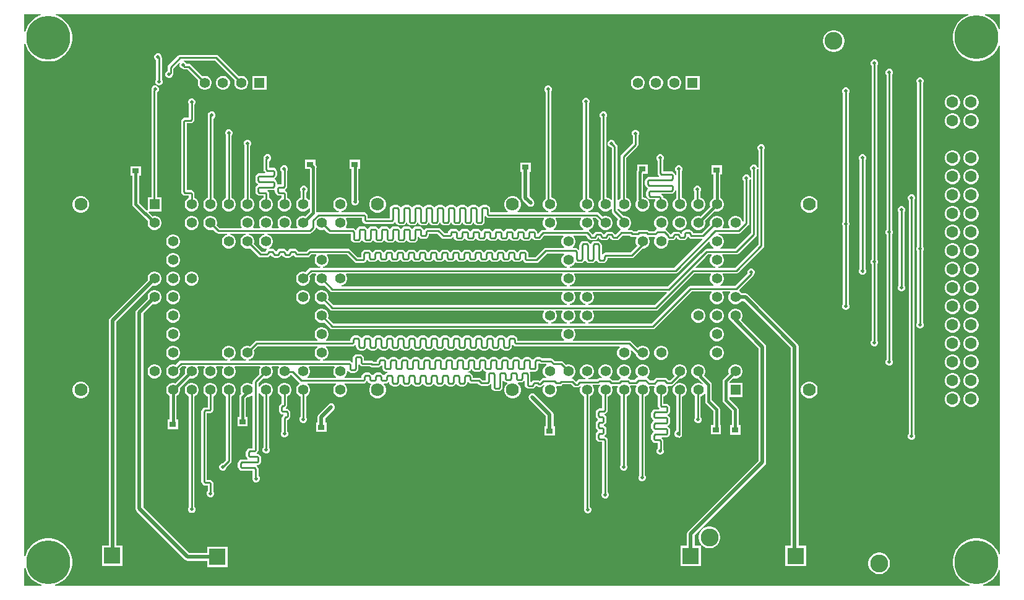
<source format=gtl>
G04*
G04 #@! TF.GenerationSoftware,Altium Limited,Altium Designer,25.4.2 (15)*
G04*
G04 Layer_Physical_Order=1*
G04 Layer_Color=255*
%FSLAX44Y44*%
%MOMM*%
G71*
G04*
G04 #@! TF.SameCoordinates,C8064B0B-EDE6-4B3A-8A14-C26425D78004*
G04*
G04*
G04 #@! TF.FilePolarity,Positive*
G04*
G01*
G75*
%ADD10C,0.5080*%
%ADD17C,0.2540*%
%ADD18R,0.9000X0.8000*%
%ADD19C,2.4500*%
%ADD20R,2.3000X2.3000*%
%ADD28C,0.3810*%
%ADD29C,1.6002*%
%ADD30C,1.4080*%
%ADD31R,1.4080X1.4080*%
%ADD32C,1.7800*%
%ADD33C,1.4000*%
%ADD34R,1.4000X1.4000*%
%ADD35C,6.0000*%
%ADD36C,0.5000*%
G36*
X1334770Y762265D02*
X1333500Y762064D01*
X1333176Y763061D01*
X1330851Y767625D01*
X1327840Y771768D01*
X1324218Y775390D01*
X1320075Y778401D01*
X1315511Y780726D01*
X1314514Y781050D01*
X1314715Y782320D01*
X1334770D01*
Y762265D01*
D02*
G37*
G36*
X22989Y781050D02*
X20306Y780178D01*
X15742Y777853D01*
X11599Y774843D01*
X7977Y771221D01*
X4966Y767077D01*
X2641Y762513D01*
X1270Y758294D01*
X0Y758495D01*
Y782320D01*
X22787D01*
X22989Y781050D01*
D02*
G37*
G36*
X1291526D02*
X1290529Y780726D01*
X1285965Y778401D01*
X1281822Y775390D01*
X1278200Y771768D01*
X1275189Y767625D01*
X1272864Y763061D01*
X1271281Y758190D01*
X1270480Y753131D01*
Y748009D01*
X1271281Y742950D01*
X1272864Y738079D01*
X1275189Y733515D01*
X1278200Y729372D01*
X1281822Y725750D01*
X1285965Y722739D01*
X1290529Y720414D01*
X1295400Y718831D01*
X1300459Y718030D01*
X1305581D01*
X1310640Y718831D01*
X1315511Y720414D01*
X1320075Y722739D01*
X1324218Y725750D01*
X1327840Y729372D01*
X1330851Y733515D01*
X1333176Y738079D01*
X1333500Y739076D01*
X1334770Y738875D01*
Y43481D01*
X1333500Y43280D01*
X1332953Y44963D01*
X1330628Y49527D01*
X1327617Y53671D01*
X1323995Y57292D01*
X1319852Y60303D01*
X1315288Y62628D01*
X1310417Y64211D01*
X1305358Y65012D01*
X1300236D01*
X1295177Y64211D01*
X1290306Y62628D01*
X1285742Y60303D01*
X1281599Y57292D01*
X1277977Y53671D01*
X1274966Y49527D01*
X1272641Y44963D01*
X1271058Y40092D01*
X1270257Y35033D01*
Y29911D01*
X1271058Y24853D01*
X1272641Y19981D01*
X1274966Y15418D01*
X1277977Y11274D01*
X1281599Y7652D01*
X1285742Y4642D01*
X1290306Y2316D01*
X1293526Y1270D01*
X1293325Y0D01*
X42269D01*
X42068Y1270D01*
X45288Y2316D01*
X49852Y4642D01*
X53995Y7652D01*
X57617Y11274D01*
X60628Y15418D01*
X62953Y19981D01*
X64536Y24853D01*
X65337Y29911D01*
Y35033D01*
X64536Y40092D01*
X62953Y44963D01*
X60628Y49527D01*
X57617Y53671D01*
X53995Y57292D01*
X49852Y60303D01*
X45288Y62628D01*
X40417Y64211D01*
X35358Y65012D01*
X30236D01*
X25177Y64211D01*
X20306Y62628D01*
X15742Y60303D01*
X11599Y57292D01*
X7977Y53671D01*
X4966Y49527D01*
X2641Y44963D01*
X1270Y40744D01*
X0Y40945D01*
Y741550D01*
X1270Y741751D01*
X2641Y737531D01*
X4966Y732968D01*
X7977Y728824D01*
X11599Y725202D01*
X15742Y722192D01*
X20306Y719866D01*
X25177Y718284D01*
X30236Y717482D01*
X35358D01*
X40417Y718284D01*
X45288Y719866D01*
X49852Y722192D01*
X53995Y725202D01*
X57617Y728824D01*
X60628Y732968D01*
X62953Y737531D01*
X64536Y742403D01*
X65337Y747461D01*
Y752583D01*
X64536Y757642D01*
X62953Y762513D01*
X60628Y767077D01*
X57617Y771221D01*
X53995Y774843D01*
X49852Y777853D01*
X45288Y780178D01*
X42605Y781050D01*
X42807Y782320D01*
X1291325D01*
X1291526Y781050D01*
D02*
G37*
G36*
X1334770Y21464D02*
Y0D01*
X1312269D01*
X1312068Y1270D01*
X1315288Y2316D01*
X1319852Y4642D01*
X1323995Y7652D01*
X1327617Y11274D01*
X1330628Y15418D01*
X1332953Y19981D01*
X1333500Y21665D01*
X1334770Y21464D01*
D02*
G37*
G36*
X2641Y19981D02*
X4966Y15418D01*
X7977Y11274D01*
X11599Y7652D01*
X15742Y4642D01*
X20306Y2316D01*
X23526Y1270D01*
X23325Y0D01*
X0D01*
Y24000D01*
X1270Y24201D01*
X2641Y19981D01*
D02*
G37*
%LPC*%
G36*
X1108897Y760280D02*
X1105983D01*
X1103126Y759712D01*
X1100434Y758597D01*
X1098012Y756978D01*
X1095952Y754918D01*
X1094333Y752496D01*
X1093218Y749804D01*
X1092650Y746947D01*
Y744033D01*
X1093218Y741176D01*
X1094333Y738484D01*
X1095952Y736062D01*
X1098012Y734002D01*
X1100434Y732383D01*
X1103126Y731268D01*
X1105983Y730700D01*
X1108897D01*
X1111754Y731268D01*
X1114446Y732383D01*
X1116868Y734002D01*
X1118928Y736062D01*
X1120547Y738484D01*
X1121662Y741176D01*
X1122230Y744033D01*
Y746947D01*
X1121662Y749804D01*
X1120547Y752496D01*
X1118928Y754918D01*
X1116868Y756978D01*
X1114446Y758597D01*
X1111754Y759712D01*
X1108897Y760280D01*
D02*
G37*
G36*
X183883Y728940D02*
X181877D01*
X180025Y728173D01*
X178607Y726755D01*
X177840Y724902D01*
Y722897D01*
X178607Y721045D01*
X180025Y719627D01*
X180265Y719528D01*
Y692893D01*
X179877Y692505D01*
X179110Y690652D01*
Y688648D01*
X179877Y686795D01*
X181295Y685377D01*
X183148Y684610D01*
X185152D01*
X187005Y685377D01*
X188423Y686795D01*
X189190Y688648D01*
Y690652D01*
X188423Y692505D01*
X188035Y692893D01*
Y722630D01*
X187920Y723206D01*
Y724902D01*
X187153Y726755D01*
X185735Y728173D01*
X183883Y728940D01*
D02*
G37*
G36*
X923940Y697880D02*
X904860D01*
Y678800D01*
X923940D01*
Y697880D01*
D02*
G37*
G36*
X890656D02*
X888144D01*
X885717Y697230D01*
X883542Y695974D01*
X881766Y694198D01*
X880510Y692022D01*
X879860Y689596D01*
Y687084D01*
X880510Y684658D01*
X881766Y682482D01*
X883542Y680706D01*
X885717Y679450D01*
X888144Y678800D01*
X890656D01*
X893082Y679450D01*
X895257Y680706D01*
X897034Y682482D01*
X898290Y684658D01*
X898940Y687084D01*
Y689596D01*
X898290Y692022D01*
X897034Y694198D01*
X895257Y695974D01*
X893082Y697230D01*
X890656Y697880D01*
D02*
G37*
G36*
X865656D02*
X863144D01*
X860718Y697230D01*
X858542Y695974D01*
X856766Y694198D01*
X855510Y692022D01*
X854860Y689596D01*
Y687084D01*
X855510Y684658D01*
X856766Y682482D01*
X858542Y680706D01*
X860718Y679450D01*
X863144Y678800D01*
X865656D01*
X868082Y679450D01*
X870258Y680706D01*
X872034Y682482D01*
X873290Y684658D01*
X873940Y687084D01*
Y689596D01*
X873290Y692022D01*
X872034Y694198D01*
X870258Y695974D01*
X868082Y697230D01*
X865656Y697880D01*
D02*
G37*
G36*
X840656D02*
X838144D01*
X835718Y697230D01*
X833542Y695974D01*
X831766Y694198D01*
X830510Y692022D01*
X829860Y689596D01*
Y687084D01*
X830510Y684658D01*
X831766Y682482D01*
X833542Y680706D01*
X835718Y679450D01*
X838144Y678800D01*
X840656D01*
X843082Y679450D01*
X845258Y680706D01*
X847034Y682482D01*
X848290Y684658D01*
X848940Y687084D01*
Y689596D01*
X848290Y692022D01*
X847034Y694198D01*
X845258Y695974D01*
X843082Y697230D01*
X840656Y697880D01*
D02*
G37*
G36*
X331320D02*
X312240D01*
Y678800D01*
X331320D01*
Y697880D01*
D02*
G37*
G36*
X262490Y726515D02*
X212962D01*
X211475Y726219D01*
X210215Y725377D01*
X197317Y712479D01*
X196475Y711219D01*
X196179Y709732D01*
Y704421D01*
X195265Y704043D01*
X193847Y702625D01*
X193080Y700772D01*
Y698767D01*
X193847Y696915D01*
X195265Y695497D01*
X197118Y694730D01*
X199123D01*
X200975Y695497D01*
X202393Y696915D01*
X203160Y698767D01*
Y699490D01*
X203653Y700227D01*
X203949Y701714D01*
Y708123D01*
X211965Y716139D01*
X212897Y715325D01*
X212130Y713473D01*
Y711468D01*
X212897Y709615D01*
X214315Y708197D01*
X216168Y707430D01*
X216890D01*
X217627Y706937D01*
X219114Y706641D01*
X222985D01*
X237829Y691797D01*
X237240Y689596D01*
Y687084D01*
X237890Y684658D01*
X239146Y682482D01*
X240922Y680706D01*
X243097Y679450D01*
X245524Y678800D01*
X248036D01*
X250462Y679450D01*
X252638Y680706D01*
X254414Y682482D01*
X255670Y684658D01*
X256320Y687084D01*
Y689596D01*
X255670Y692022D01*
X254414Y694198D01*
X252638Y695974D01*
X250462Y697230D01*
X248036Y697880D01*
X245524D01*
X243323Y697290D01*
X227341Y713273D01*
X226080Y714115D01*
X224594Y714411D01*
X221821D01*
X221443Y715325D01*
X220025Y716743D01*
X218172Y717510D01*
X218256Y718745D01*
X260881D01*
X287829Y691797D01*
X287240Y689596D01*
Y687084D01*
X287890Y684658D01*
X289146Y682482D01*
X290922Y680706D01*
X293097Y679450D01*
X295524Y678800D01*
X298036D01*
X300462Y679450D01*
X302637Y680706D01*
X304414Y682482D01*
X305669Y684658D01*
X306320Y687084D01*
Y689596D01*
X305669Y692022D01*
X304414Y694198D01*
X302637Y695974D01*
X300462Y697230D01*
X298036Y697880D01*
X295524D01*
X293323Y697290D01*
X265237Y725377D01*
X263976Y726219D01*
X262490Y726515D01*
D02*
G37*
G36*
X273036Y697880D02*
X270524D01*
X268098Y697230D01*
X265922Y695974D01*
X264146Y694198D01*
X262890Y692022D01*
X262240Y689596D01*
Y687084D01*
X262890Y684658D01*
X264146Y682482D01*
X265922Y680706D01*
X268098Y679450D01*
X270524Y678800D01*
X273036D01*
X275462Y679450D01*
X277638Y680706D01*
X279414Y682482D01*
X280670Y684658D01*
X281320Y687084D01*
Y689596D01*
X280670Y692022D01*
X279414Y694198D01*
X277638Y695974D01*
X275462Y697230D01*
X273036Y697880D01*
D02*
G37*
G36*
X1296788Y672211D02*
X1294012D01*
X1291331Y671493D01*
X1288928Y670105D01*
X1286965Y668142D01*
X1285577Y665739D01*
X1284859Y663058D01*
Y660282D01*
X1285577Y657601D01*
X1286965Y655198D01*
X1288928Y653235D01*
X1291331Y651847D01*
X1294012Y651129D01*
X1296788D01*
X1299469Y651847D01*
X1301872Y653235D01*
X1303835Y655198D01*
X1305223Y657601D01*
X1305941Y660282D01*
Y663058D01*
X1305223Y665739D01*
X1303835Y668142D01*
X1301872Y670105D01*
X1299469Y671493D01*
X1296788Y672211D01*
D02*
G37*
G36*
X1271388D02*
X1268612D01*
X1265931Y671493D01*
X1263528Y670105D01*
X1261565Y668142D01*
X1260177Y665739D01*
X1259459Y663058D01*
Y660282D01*
X1260177Y657601D01*
X1261565Y655198D01*
X1263528Y653235D01*
X1265931Y651847D01*
X1268612Y651129D01*
X1271388D01*
X1274069Y651847D01*
X1276472Y653235D01*
X1278435Y655198D01*
X1279823Y657601D01*
X1280541Y660282D01*
Y663058D01*
X1279823Y665739D01*
X1278435Y668142D01*
X1276472Y670105D01*
X1274069Y671493D01*
X1271388Y672211D01*
D02*
G37*
G36*
X1296788Y646811D02*
X1294012D01*
X1291331Y646093D01*
X1288928Y644705D01*
X1286965Y642742D01*
X1285577Y640339D01*
X1284859Y637658D01*
Y634882D01*
X1285577Y632201D01*
X1286965Y629798D01*
X1288928Y627835D01*
X1291331Y626447D01*
X1294012Y625729D01*
X1296788D01*
X1299469Y626447D01*
X1301872Y627835D01*
X1303835Y629798D01*
X1305223Y632201D01*
X1305941Y634882D01*
Y637658D01*
X1305223Y640339D01*
X1303835Y642742D01*
X1301872Y644705D01*
X1299469Y646093D01*
X1296788Y646811D01*
D02*
G37*
G36*
X1271388D02*
X1268612D01*
X1265931Y646093D01*
X1263528Y644705D01*
X1261565Y642742D01*
X1260177Y640339D01*
X1259459Y637658D01*
Y634882D01*
X1260177Y632201D01*
X1261565Y629798D01*
X1263528Y627835D01*
X1265931Y626447D01*
X1268612Y625729D01*
X1271388D01*
X1274069Y626447D01*
X1276472Y627835D01*
X1278435Y629798D01*
X1279823Y632201D01*
X1280541Y634882D01*
Y637658D01*
X1279823Y640339D01*
X1278435Y642742D01*
X1276472Y644705D01*
X1274069Y646093D01*
X1271388Y646811D01*
D02*
G37*
G36*
X1296788Y596011D02*
X1294012D01*
X1291331Y595293D01*
X1288928Y593905D01*
X1286965Y591942D01*
X1285577Y589539D01*
X1284859Y586858D01*
Y584082D01*
X1285577Y581401D01*
X1286965Y578998D01*
X1288928Y577035D01*
X1291331Y575647D01*
X1294012Y574929D01*
X1296788D01*
X1299469Y575647D01*
X1301872Y577035D01*
X1303835Y578998D01*
X1305223Y581401D01*
X1305941Y584082D01*
Y586858D01*
X1305223Y589539D01*
X1303835Y591942D01*
X1301872Y593905D01*
X1299469Y595293D01*
X1296788Y596011D01*
D02*
G37*
G36*
X1271388D02*
X1268612D01*
X1265931Y595293D01*
X1263528Y593905D01*
X1261565Y591942D01*
X1260177Y589539D01*
X1259459Y586858D01*
Y584082D01*
X1260177Y581401D01*
X1261565Y578998D01*
X1263528Y577035D01*
X1265931Y575647D01*
X1268612Y574929D01*
X1271388D01*
X1274069Y575647D01*
X1276472Y577035D01*
X1278435Y578998D01*
X1279823Y581401D01*
X1280541Y584082D01*
Y586858D01*
X1279823Y589539D01*
X1278435Y591942D01*
X1276472Y593905D01*
X1274069Y595293D01*
X1271388Y596011D01*
D02*
G37*
G36*
X1296788Y570611D02*
X1294012D01*
X1291331Y569893D01*
X1288928Y568505D01*
X1286965Y566542D01*
X1285577Y564139D01*
X1284859Y561458D01*
Y558682D01*
X1285577Y556001D01*
X1286965Y553598D01*
X1288928Y551635D01*
X1291331Y550247D01*
X1294012Y549529D01*
X1296788D01*
X1299469Y550247D01*
X1301872Y551635D01*
X1303835Y553598D01*
X1305223Y556001D01*
X1305941Y558682D01*
Y561458D01*
X1305223Y564139D01*
X1303835Y566542D01*
X1301872Y568505D01*
X1299469Y569893D01*
X1296788Y570611D01*
D02*
G37*
G36*
X1271388D02*
X1268612D01*
X1265931Y569893D01*
X1263528Y568505D01*
X1261565Y566542D01*
X1260177Y564139D01*
X1259459Y561458D01*
Y558682D01*
X1260177Y556001D01*
X1261565Y553598D01*
X1263528Y551635D01*
X1265931Y550247D01*
X1268612Y549529D01*
X1271388D01*
X1274069Y550247D01*
X1276472Y551635D01*
X1278435Y553598D01*
X1279823Y556001D01*
X1280541Y558682D01*
Y561458D01*
X1279823Y564139D01*
X1278435Y566542D01*
X1276472Y568505D01*
X1274069Y569893D01*
X1271388Y570611D01*
D02*
G37*
G36*
X1296788Y545211D02*
X1294012D01*
X1291331Y544493D01*
X1288928Y543105D01*
X1286965Y541142D01*
X1285577Y538739D01*
X1284859Y536058D01*
Y533282D01*
X1285577Y530601D01*
X1286965Y528198D01*
X1288928Y526235D01*
X1291331Y524847D01*
X1294012Y524129D01*
X1296788D01*
X1299469Y524847D01*
X1301872Y526235D01*
X1303835Y528198D01*
X1305223Y530601D01*
X1305941Y533282D01*
Y536058D01*
X1305223Y538739D01*
X1303835Y541142D01*
X1301872Y543105D01*
X1299469Y544493D01*
X1296788Y545211D01*
D02*
G37*
G36*
X1271388D02*
X1268612D01*
X1265931Y544493D01*
X1263528Y543105D01*
X1261565Y541142D01*
X1260177Y538739D01*
X1259459Y536058D01*
Y533282D01*
X1260177Y530601D01*
X1261565Y528198D01*
X1263528Y526235D01*
X1265931Y524847D01*
X1268612Y524129D01*
X1271388D01*
X1274069Y524847D01*
X1276472Y526235D01*
X1278435Y528198D01*
X1279823Y530601D01*
X1280541Y533282D01*
Y536058D01*
X1279823Y538739D01*
X1278435Y541142D01*
X1276472Y543105D01*
X1274069Y544493D01*
X1271388Y545211D01*
D02*
G37*
G36*
X459160Y583240D02*
X445080D01*
Y570160D01*
X447723D01*
Y527411D01*
X447351Y526511D01*
Y524506D01*
X448118Y522654D01*
X449536Y521236D01*
X451389Y520469D01*
X453394D01*
X455246Y521236D01*
X456664Y522654D01*
X457431Y524506D01*
Y526511D01*
X456788Y528065D01*
Y570160D01*
X459160D01*
Y583240D01*
D02*
G37*
G36*
X692840Y579430D02*
X678760D01*
Y566350D01*
X680620D01*
Y530860D01*
X681015Y528878D01*
X682138Y527197D01*
X689007Y520327D01*
X689602Y519930D01*
X689815Y519717D01*
X690093Y519602D01*
X690688Y519205D01*
X691389Y519065D01*
X691667Y518950D01*
X691969D01*
X692670Y518811D01*
X693371Y518950D01*
X693672D01*
X693951Y519065D01*
X694652Y519205D01*
X695247Y519602D01*
X695525Y519717D01*
X695738Y519930D01*
X696332Y520327D01*
X696730Y520922D01*
X696943Y521135D01*
X697058Y521413D01*
X697455Y522008D01*
X697595Y522709D01*
X697710Y522988D01*
Y523289D01*
X697850Y523990D01*
X697710Y524692D01*
Y524992D01*
X697595Y525271D01*
X697455Y525972D01*
X697058Y526567D01*
X696943Y526845D01*
X696730Y527058D01*
X696332Y527653D01*
X690980Y533005D01*
Y566350D01*
X692840D01*
Y579430D01*
D02*
G37*
G36*
X179805Y684530D02*
X177800D01*
X175948Y683763D01*
X174530Y682345D01*
X173762Y680492D01*
Y678487D01*
X173955Y678022D01*
X173915Y677822D01*
Y531550D01*
X168590D01*
Y514219D01*
X167416Y513733D01*
X156932Y524217D01*
Y561270D01*
X159440D01*
Y574350D01*
X145360D01*
Y561270D01*
X147868D01*
Y522340D01*
X148213Y520606D01*
X149195Y519135D01*
X168993Y499337D01*
X168590Y497831D01*
Y495309D01*
X169243Y492872D01*
X170504Y490688D01*
X172288Y488904D01*
X174472Y487643D01*
X176909Y486990D01*
X179431D01*
X181868Y487643D01*
X184052Y488904D01*
X185836Y490688D01*
X187097Y492872D01*
X187750Y495309D01*
Y497831D01*
X187097Y500268D01*
X185836Y502452D01*
X184052Y504236D01*
X181868Y505497D01*
X179431Y506150D01*
X176909D01*
X175403Y505746D01*
X169932Y511217D01*
X170418Y512390D01*
X187750D01*
Y531550D01*
X181685D01*
Y675245D01*
X183075Y676635D01*
X183843Y678487D01*
Y680492D01*
X183075Y682345D01*
X181657Y683763D01*
X179805Y684530D01*
D02*
G37*
G36*
X954460Y575740D02*
X940380D01*
Y562660D01*
X942988D01*
Y530358D01*
X941738Y529636D01*
X939954Y527852D01*
X938693Y525668D01*
X938040Y523231D01*
Y520709D01*
X938444Y519203D01*
X924987Y505746D01*
X923481Y506150D01*
X920959D01*
X918522Y505497D01*
X916338Y504236D01*
X914554Y502452D01*
X913293Y500268D01*
X912640Y497831D01*
Y495309D01*
X913293Y492872D01*
X914554Y490688D01*
X916338Y488904D01*
X918522Y487643D01*
X920959Y486990D01*
X923481D01*
X925918Y487643D01*
X928102Y488904D01*
X929886Y490688D01*
X931147Y492872D01*
X931800Y495309D01*
Y497831D01*
X931397Y499337D01*
X944853Y512794D01*
X946359Y512390D01*
X948881D01*
X951318Y513043D01*
X953502Y514304D01*
X955286Y516088D01*
X956547Y518272D01*
X957200Y520709D01*
Y523231D01*
X956547Y525668D01*
X955286Y527852D01*
X953502Y529636D01*
X952052Y530473D01*
Y562660D01*
X954460D01*
Y575740D01*
D02*
G37*
G36*
X921752Y547330D02*
X919747D01*
X917895Y546563D01*
X916477Y545145D01*
X915710Y543293D01*
Y541287D01*
X916477Y539435D01*
X916965Y538947D01*
Y529998D01*
X916338Y529636D01*
X914554Y527852D01*
X913293Y525668D01*
X912640Y523231D01*
Y520709D01*
X913293Y518272D01*
X914554Y516088D01*
X916338Y514304D01*
X918522Y513043D01*
X920959Y512390D01*
X923481D01*
X925918Y513043D01*
X928102Y514304D01*
X929886Y516088D01*
X931147Y518272D01*
X931800Y520709D01*
Y523231D01*
X931147Y525668D01*
X929886Y527852D01*
X928102Y529636D01*
X925918Y530897D01*
X924735Y531214D01*
Y539147D01*
X925023Y539435D01*
X925790Y541287D01*
Y543293D01*
X925023Y545145D01*
X923605Y546563D01*
X921752Y547330D01*
D02*
G37*
G36*
X870953Y590510D02*
X868948D01*
X867095Y589743D01*
X865677Y588325D01*
X864910Y586473D01*
Y584468D01*
X865677Y582615D01*
X866366Y581927D01*
Y564824D01*
X866661Y563337D01*
X867503Y562077D01*
X868746Y560835D01*
X868398Y559724D01*
X868277Y559565D01*
X854563D01*
X853077Y559269D01*
X851816Y558427D01*
X850292Y556903D01*
X849450Y555642D01*
X849155Y554156D01*
Y549584D01*
X849450Y548097D01*
X850292Y546837D01*
X851816Y545313D01*
X853077Y544471D01*
X853116Y544463D01*
X853405Y543484D01*
X853414Y543109D01*
X851968Y541663D01*
X851126Y540402D01*
X850830Y538916D01*
Y534344D01*
X851126Y532857D01*
X851968Y531597D01*
X853492Y530073D01*
X854753Y529231D01*
X856239Y528935D01*
X863238D01*
X863646Y527665D01*
X862493Y525668D01*
X861840Y523231D01*
Y520709D01*
X862493Y518272D01*
X863754Y516088D01*
X865538Y514304D01*
X867722Y513043D01*
X870159Y512390D01*
X872681D01*
X875118Y513043D01*
X877302Y514304D01*
X879086Y516088D01*
X880347Y518272D01*
X881000Y520709D01*
Y523231D01*
X880347Y525668D01*
X879086Y527852D01*
X877302Y529636D01*
X875118Y530897D01*
X874135Y531161D01*
Y531296D01*
X873839Y532782D01*
X872997Y534043D01*
X871755Y535285D01*
X872103Y536396D01*
X872224Y536555D01*
X885099D01*
X886586Y536851D01*
X887846Y537693D01*
X889370Y539217D01*
X890212Y540477D01*
X890396Y541400D01*
X891665Y541275D01*
Y530056D01*
X890938Y529636D01*
X889154Y527852D01*
X887893Y525668D01*
X887240Y523231D01*
Y520709D01*
X887893Y518272D01*
X889154Y516088D01*
X890938Y514304D01*
X893122Y513043D01*
X895559Y512390D01*
X898081D01*
X900518Y513043D01*
X902702Y514304D01*
X904486Y516088D01*
X905747Y518272D01*
X906400Y520709D01*
Y523231D01*
X905747Y525668D01*
X904486Y527852D01*
X902702Y529636D01*
X900518Y530897D01*
X899435Y531187D01*
Y567187D01*
X899623Y567375D01*
X900390Y569227D01*
Y571232D01*
X899623Y573085D01*
X898205Y574503D01*
X896352Y575270D01*
X894348D01*
X892495Y574503D01*
X891077Y573085D01*
X890310Y571232D01*
Y569227D01*
X891077Y567375D01*
X891665Y566787D01*
Y562465D01*
X890396Y562340D01*
X890212Y563262D01*
X889370Y564523D01*
X887846Y566047D01*
X886586Y566889D01*
X885099Y567184D01*
X874135D01*
Y582527D01*
X874223Y582615D01*
X874990Y584468D01*
Y586473D01*
X874223Y588325D01*
X872805Y589743D01*
X870953Y590510D01*
D02*
G37*
G36*
X852860Y576890D02*
X838780D01*
Y569190D01*
X837823Y567757D01*
X837478Y566023D01*
Y528759D01*
X837823Y527025D01*
X837852Y526982D01*
X837093Y525668D01*
X836440Y523231D01*
Y520709D01*
X837093Y518272D01*
X838354Y516088D01*
X840138Y514304D01*
X842322Y513043D01*
X844759Y512390D01*
X847281D01*
X849718Y513043D01*
X851902Y514304D01*
X853686Y516088D01*
X854947Y518272D01*
X855600Y520709D01*
Y523231D01*
X854947Y525668D01*
X853686Y527852D01*
X851902Y529636D01*
X849718Y530897D01*
X847281Y531550D01*
X846542D01*
Y563810D01*
X852860D01*
Y576890D01*
D02*
G37*
G36*
X333742Y590510D02*
X331738D01*
X329885Y589743D01*
X328467Y588325D01*
X327700Y586473D01*
Y585639D01*
X327431Y585237D01*
X327135Y583750D01*
Y569904D01*
X327431Y568417D01*
X328273Y567157D01*
X329515Y565914D01*
X329167Y564804D01*
X329046Y564645D01*
X321599D01*
X320112Y564349D01*
X318852Y563507D01*
X317328Y561983D01*
X316486Y560722D01*
X316190Y559236D01*
Y554664D01*
X316486Y553177D01*
X317328Y551917D01*
X318852Y550393D01*
X319300Y550094D01*
Y548566D01*
X318852Y548267D01*
X317328Y546743D01*
X316486Y545482D01*
X316190Y543996D01*
Y539424D01*
X316486Y537937D01*
X317328Y536677D01*
X318852Y535153D01*
X320112Y534311D01*
X321599Y534015D01*
X327135D01*
Y530968D01*
X326872Y530897D01*
X324688Y529636D01*
X322904Y527852D01*
X321643Y525668D01*
X320990Y523231D01*
Y520709D01*
X321643Y518272D01*
X322904Y516088D01*
X324688Y514304D01*
X326872Y513043D01*
X329309Y512390D01*
X331831D01*
X334268Y513043D01*
X336452Y514304D01*
X338236Y516088D01*
X339497Y518272D01*
X340150Y520709D01*
Y523231D01*
X339497Y525668D01*
X338236Y527852D01*
X336452Y529636D01*
X334905Y530529D01*
Y536376D01*
X334609Y537862D01*
X333767Y539123D01*
X332524Y540365D01*
X332873Y541476D01*
X332993Y541635D01*
X340244D01*
X341695Y541924D01*
X341923Y541960D01*
X342965Y541241D01*
Y539424D01*
X343261Y537937D01*
X344103Y536677D01*
X345627Y535153D01*
X346887Y534311D01*
X348374Y534015D01*
X351900D01*
Y530682D01*
X350088Y529636D01*
X348304Y527852D01*
X347043Y525668D01*
X346390Y523231D01*
Y520709D01*
X347043Y518272D01*
X348304Y516088D01*
X350088Y514304D01*
X352272Y513043D01*
X354709Y512390D01*
X357231D01*
X359668Y513043D01*
X361852Y514304D01*
X363636Y516088D01*
X364897Y518272D01*
X365550Y520709D01*
Y523231D01*
X364897Y525668D01*
X363636Y527852D01*
X361852Y529636D01*
X359670Y530896D01*
Y536376D01*
X359374Y537862D01*
X358532Y539123D01*
X357008Y540647D01*
X356560Y540946D01*
Y542474D01*
X357008Y542773D01*
X358532Y544297D01*
X359374Y545557D01*
X359670Y547044D01*
Y567172D01*
X359873Y567375D01*
X360640Y569227D01*
Y571232D01*
X359873Y573085D01*
X358455Y574503D01*
X356603Y575270D01*
X354598D01*
X352745Y574503D01*
X351327Y573085D01*
X350560Y571232D01*
Y569227D01*
X351327Y567375D01*
X351900Y566802D01*
Y549404D01*
X348374D01*
X346922Y549116D01*
X346694Y549080D01*
X345652Y549799D01*
Y551616D01*
X345357Y553102D01*
X344515Y554363D01*
X342990Y555887D01*
X342542Y556186D01*
Y557714D01*
X342990Y558013D01*
X344515Y559537D01*
X345357Y560797D01*
X345652Y562284D01*
Y566856D01*
X345357Y568342D01*
X344515Y569603D01*
X342990Y571127D01*
X341730Y571969D01*
X340244Y572265D01*
X334905D01*
Y580911D01*
X335595Y581197D01*
X337013Y582615D01*
X337780Y584468D01*
Y586473D01*
X337013Y588325D01*
X335595Y589743D01*
X333742Y590510D01*
D02*
G37*
G36*
X306172Y610460D02*
X304167D01*
X302315Y609693D01*
X300897Y608275D01*
X300130Y606423D01*
Y604418D01*
X300897Y602565D01*
X301285Y602177D01*
Y530789D01*
X299288Y529636D01*
X297504Y527852D01*
X296243Y525668D01*
X295590Y523231D01*
Y520709D01*
X296243Y518272D01*
X297504Y516088D01*
X299288Y514304D01*
X301472Y513043D01*
X303909Y512390D01*
X306431D01*
X308868Y513043D01*
X311052Y514304D01*
X312836Y516088D01*
X314097Y518272D01*
X314750Y520709D01*
Y523231D01*
X314097Y525668D01*
X312836Y527852D01*
X311052Y529636D01*
X309055Y530789D01*
Y602177D01*
X309443Y602565D01*
X310210Y604418D01*
Y606423D01*
X309443Y608275D01*
X308025Y609693D01*
X306172Y610460D01*
D02*
G37*
G36*
X280587Y624615D02*
X278582D01*
X276730Y623848D01*
X275312Y622430D01*
X274545Y620578D01*
Y618573D01*
X275312Y616720D01*
X275700Y616332D01*
Y530682D01*
X273888Y529636D01*
X272104Y527852D01*
X270843Y525668D01*
X270190Y523231D01*
Y520709D01*
X270843Y518272D01*
X272104Y516088D01*
X273888Y514304D01*
X276072Y513043D01*
X278509Y512390D01*
X281031D01*
X283468Y513043D01*
X285652Y514304D01*
X287436Y516088D01*
X288697Y518272D01*
X289350Y520709D01*
Y523231D01*
X288697Y525668D01*
X287436Y527852D01*
X285652Y529636D01*
X283470Y530896D01*
Y616332D01*
X283858Y616720D01*
X284625Y618573D01*
Y620578D01*
X283858Y622430D01*
X282440Y623848D01*
X280587Y624615D01*
D02*
G37*
G36*
X255270Y649045D02*
X253783Y648749D01*
X252523Y647907D01*
X252073Y647457D01*
X251231Y646197D01*
X250935Y644710D01*
Y530968D01*
X250672Y530897D01*
X248488Y529636D01*
X246704Y527852D01*
X245443Y525668D01*
X244790Y523231D01*
Y520709D01*
X245443Y518272D01*
X246704Y516088D01*
X248488Y514304D01*
X250672Y513043D01*
X253109Y512390D01*
X255631D01*
X258068Y513043D01*
X260252Y514304D01*
X262036Y516088D01*
X263297Y518272D01*
X263950Y520709D01*
Y523231D01*
X263297Y525668D01*
X262036Y527852D01*
X260252Y529636D01*
X258705Y530529D01*
Y639331D01*
X259395Y639617D01*
X260813Y641035D01*
X261580Y642887D01*
Y644893D01*
X260813Y646745D01*
X259395Y648163D01*
X257542Y648930D01*
X255846D01*
X255270Y649045D01*
D02*
G37*
G36*
X229972Y667080D02*
X227967D01*
X226115Y666312D01*
X224697Y664895D01*
X223930Y663042D01*
Y661037D01*
X224697Y659185D01*
X225085Y658797D01*
Y640844D01*
X219988D01*
X218502Y640549D01*
X217241Y639707D01*
X215718Y638183D01*
X214875Y636922D01*
X214580Y635436D01*
Y539424D01*
X214875Y537937D01*
X215718Y536677D01*
X217241Y535153D01*
X218502Y534311D01*
X219988Y534015D01*
X225085D01*
Y530789D01*
X223088Y529636D01*
X221304Y527852D01*
X220043Y525668D01*
X219390Y523231D01*
Y520709D01*
X220043Y518272D01*
X221304Y516088D01*
X223088Y514304D01*
X225272Y513043D01*
X227709Y512390D01*
X230231D01*
X232668Y513043D01*
X234852Y514304D01*
X236636Y516088D01*
X237897Y518272D01*
X238550Y520709D01*
Y523231D01*
X237897Y525668D01*
X236636Y527852D01*
X234852Y529636D01*
X232854Y530789D01*
Y536376D01*
X232559Y537862D01*
X231717Y539123D01*
X230193Y540647D01*
X228932Y541489D01*
X227446Y541785D01*
X222349D01*
Y633075D01*
X227446D01*
X228932Y633371D01*
X230193Y634213D01*
X231717Y635737D01*
X232559Y636997D01*
X232854Y638484D01*
Y658797D01*
X233242Y659185D01*
X234010Y661037D01*
Y663042D01*
X233242Y664895D01*
X231825Y666312D01*
X229972Y667080D01*
D02*
G37*
G36*
X717550Y684530D02*
X715545D01*
X713693Y683763D01*
X712275Y682345D01*
X711507Y680492D01*
Y678487D01*
X712275Y676635D01*
X713133Y675776D01*
Y529632D01*
X711354Y527852D01*
X710093Y525668D01*
X709440Y523231D01*
Y520709D01*
X710093Y518272D01*
X711354Y516088D01*
X713138Y514304D01*
X715322Y513043D01*
X717070Y512575D01*
X716903Y511305D01*
X674967D01*
X674626Y512575D01*
X675044Y512816D01*
X677174Y514946D01*
X678680Y517554D01*
X679460Y520464D01*
Y523476D01*
X678680Y526386D01*
X677174Y528994D01*
X675044Y531124D01*
X672436Y532630D01*
X669526Y533410D01*
X666514D01*
X663604Y532630D01*
X660996Y531124D01*
X658866Y528994D01*
X657360Y526386D01*
X656580Y523476D01*
Y520464D01*
X657360Y517554D01*
X658866Y514946D01*
X660996Y512816D01*
X661413Y512575D01*
X661073Y511305D01*
X637404D01*
Y515836D01*
X637109Y517323D01*
X636267Y518583D01*
X634743Y520107D01*
X633482Y520949D01*
X631996Y521245D01*
X627424D01*
X625937Y520949D01*
X624677Y520107D01*
X623153Y518583D01*
X622853Y518135D01*
X621326D01*
X621026Y518583D01*
X619502Y520107D01*
X618242Y520949D01*
X616756Y521245D01*
X612184D01*
X610697Y520949D01*
X609437Y520107D01*
X607913Y518583D01*
X607613Y518135D01*
X606086D01*
X605787Y518583D01*
X604263Y520107D01*
X603002Y520949D01*
X601516Y521245D01*
X596944D01*
X595457Y520949D01*
X594197Y520107D01*
X592673Y518583D01*
X592373Y518135D01*
X590846D01*
X590546Y518583D01*
X589022Y520107D01*
X587762Y520949D01*
X586276Y521245D01*
X581704D01*
X580217Y520949D01*
X578957Y520107D01*
X577433Y518583D01*
X577133Y518135D01*
X575606D01*
X575307Y518583D01*
X573783Y520107D01*
X572522Y520949D01*
X571036Y521245D01*
X566464D01*
X564977Y520949D01*
X563717Y520107D01*
X562193Y518583D01*
X561893Y518135D01*
X560366D01*
X560066Y518583D01*
X558543Y520107D01*
X557282Y520949D01*
X555796Y521245D01*
X551224D01*
X549737Y520949D01*
X548477Y520107D01*
X546953Y518583D01*
X546653Y518135D01*
X545126D01*
X544827Y518583D01*
X543302Y520107D01*
X542042Y520949D01*
X540556Y521245D01*
X535984D01*
X534497Y520949D01*
X533237Y520107D01*
X531713Y518583D01*
X531413Y518135D01*
X529886D01*
X529586Y518583D01*
X528063Y520107D01*
X526802Y520949D01*
X525316Y521245D01*
X520744D01*
X519257Y520949D01*
X517997Y520107D01*
X516473Y518583D01*
X516173Y518135D01*
X514646D01*
X514347Y518583D01*
X512822Y520107D01*
X511562Y520949D01*
X510076Y521245D01*
X505504D01*
X504017Y520949D01*
X502757Y520107D01*
X501233Y518583D01*
X500391Y517323D01*
X500095Y515836D01*
Y503106D01*
X469764D01*
Y505896D01*
X469469Y507382D01*
X468627Y508643D01*
X467103Y510167D01*
X465842Y511009D01*
X464356Y511305D01*
X434287D01*
X434120Y512575D01*
X435868Y513043D01*
X438052Y514304D01*
X439836Y516088D01*
X441097Y518272D01*
X441750Y520709D01*
Y523231D01*
X441097Y525668D01*
X439836Y527852D01*
X438052Y529636D01*
X435868Y530897D01*
X433431Y531550D01*
X430909D01*
X428472Y530897D01*
X426288Y529636D01*
X424504Y527852D01*
X423243Y525668D01*
X422590Y523231D01*
Y520709D01*
X423243Y518272D01*
X424504Y516088D01*
X426288Y514304D01*
X428472Y513043D01*
X430220Y512575D01*
X430053Y511305D01*
X402276D01*
X400789Y511009D01*
X399521Y511689D01*
Y571864D01*
X399771Y573121D01*
X399426Y574855D01*
X398444Y576326D01*
X398200Y576569D01*
Y583240D01*
X384120D01*
Y570160D01*
X390457D01*
Y527931D01*
X389187Y527590D01*
X389036Y527852D01*
X387252Y529636D01*
X385705Y530529D01*
Y538597D01*
X386543Y539435D01*
X387310Y541287D01*
Y543293D01*
X386543Y545145D01*
X385125Y546563D01*
X383273Y547330D01*
X381268D01*
X379415Y546563D01*
X377997Y545145D01*
X377230Y543293D01*
Y541287D01*
X377935Y539585D01*
Y530968D01*
X377672Y530897D01*
X375488Y529636D01*
X373704Y527852D01*
X372443Y525668D01*
X371790Y523231D01*
Y520709D01*
X372443Y518272D01*
X373704Y516088D01*
X375488Y514304D01*
X377672Y513043D01*
X380109Y512390D01*
X382631D01*
X385068Y513043D01*
X387252Y514304D01*
X389036Y516088D01*
X389187Y516349D01*
X390457Y516009D01*
Y512066D01*
X384137Y505746D01*
X382631Y506150D01*
X380109D01*
X377672Y505497D01*
X375488Y504236D01*
X373704Y502452D01*
X372443Y500268D01*
X371790Y497831D01*
Y495309D01*
X372443Y492872D01*
X373596Y490875D01*
X373188Y489605D01*
X364152D01*
X363744Y490875D01*
X364897Y492872D01*
X365550Y495309D01*
Y497831D01*
X364897Y500268D01*
X363636Y502452D01*
X361852Y504236D01*
X359668Y505497D01*
X357231Y506150D01*
X354709D01*
X352272Y505497D01*
X350088Y504236D01*
X348304Y502452D01*
X347043Y500268D01*
X346390Y497831D01*
Y495309D01*
X347043Y492872D01*
X348196Y490875D01*
X347788Y489605D01*
X338752D01*
X338344Y490875D01*
X339497Y492872D01*
X340150Y495309D01*
Y497831D01*
X339497Y500268D01*
X338236Y502452D01*
X336452Y504236D01*
X334268Y505497D01*
X331831Y506150D01*
X329309D01*
X326872Y505497D01*
X324688Y504236D01*
X322904Y502452D01*
X321643Y500268D01*
X320990Y497831D01*
Y495309D01*
X321643Y492872D01*
X322796Y490875D01*
X322388Y489605D01*
X313352D01*
X312944Y490875D01*
X314097Y492872D01*
X314750Y495309D01*
Y497831D01*
X314097Y500268D01*
X312836Y502452D01*
X311052Y504236D01*
X308868Y505497D01*
X306431Y506150D01*
X303909D01*
X301472Y505497D01*
X299288Y504236D01*
X297504Y502452D01*
X296243Y500268D01*
X295590Y497831D01*
Y495309D01*
X296243Y492872D01*
X297396Y490875D01*
X296988Y489605D01*
X266829D01*
X263353Y493081D01*
X263950Y495309D01*
Y497831D01*
X263297Y500268D01*
X262036Y502452D01*
X260252Y504236D01*
X258068Y505497D01*
X255631Y506150D01*
X253109D01*
X250672Y505497D01*
X248488Y504236D01*
X246704Y502452D01*
X245443Y500268D01*
X244790Y497831D01*
Y495309D01*
X245443Y492872D01*
X246704Y490688D01*
X248488Y488904D01*
X250672Y487643D01*
X253109Y486990D01*
X255631D01*
X257859Y487587D01*
X262473Y482973D01*
X263733Y482131D01*
X265220Y481835D01*
X277652D01*
X277819Y480565D01*
X276072Y480097D01*
X273888Y478836D01*
X272104Y477052D01*
X270843Y474868D01*
X270190Y472431D01*
Y469909D01*
X270843Y467472D01*
X272104Y465288D01*
X273888Y463504D01*
X276072Y462243D01*
X278509Y461590D01*
X281031D01*
X283468Y462243D01*
X285652Y463504D01*
X287436Y465288D01*
X288697Y467472D01*
X289350Y469909D01*
Y472431D01*
X288697Y474868D01*
X287436Y477052D01*
X285652Y478836D01*
X283468Y480097D01*
X281720Y480565D01*
X281887Y481835D01*
X303052D01*
X303219Y480565D01*
X301472Y480097D01*
X299288Y478836D01*
X297504Y477052D01*
X296243Y474868D01*
X295590Y472431D01*
Y469909D01*
X296243Y467472D01*
X297504Y465288D01*
X299288Y463504D01*
X301472Y462243D01*
X303909Y461590D01*
X306431D01*
X308659Y462187D01*
X320203Y450643D01*
X321463Y449801D01*
X322950Y449505D01*
X331586D01*
X333072Y449801D01*
X334333Y450643D01*
X335857Y452167D01*
X336005Y452389D01*
X336064Y452411D01*
X337474Y452302D01*
X337983Y451540D01*
X339507Y450016D01*
X340767Y449174D01*
X342254Y448879D01*
X346826D01*
X348312Y449174D01*
X349573Y450016D01*
X351097Y451540D01*
X351396Y451988D01*
X352924D01*
X353223Y451540D01*
X354747Y450016D01*
X356007Y449174D01*
X357494Y448879D01*
X362066D01*
X363552Y449174D01*
X364813Y450016D01*
X366337Y451540D01*
X366846Y452302D01*
X368255Y452411D01*
X368315Y452389D01*
X368463Y452167D01*
X369987Y450643D01*
X371247Y449801D01*
X372734Y449505D01*
X387350D01*
X388837Y449801D01*
X390097Y450643D01*
X392769Y453315D01*
X399108D01*
X399594Y452142D01*
X399104Y451652D01*
X397843Y449468D01*
X397190Y447031D01*
Y444509D01*
X397843Y442072D01*
X399104Y439888D01*
X400888Y438104D01*
X403072Y436843D01*
X404820Y436375D01*
X404653Y435104D01*
X392220D01*
X390733Y434809D01*
X389473Y433967D01*
X384859Y429353D01*
X382631Y429950D01*
X380109D01*
X377672Y429297D01*
X375488Y428036D01*
X373704Y426252D01*
X372443Y424068D01*
X371790Y421631D01*
Y419109D01*
X372443Y416672D01*
X373704Y414488D01*
X375488Y412704D01*
X377672Y411443D01*
X380109Y410790D01*
X382631D01*
X385068Y411443D01*
X387252Y412704D01*
X389036Y414488D01*
X390297Y416672D01*
X390950Y419109D01*
Y421631D01*
X390353Y423859D01*
X393829Y427335D01*
X398588D01*
X398996Y426065D01*
X397843Y424068D01*
X397190Y421631D01*
Y419109D01*
X397843Y416672D01*
X399104Y414488D01*
X400888Y412704D01*
X403072Y411443D01*
X405509Y410790D01*
X408031D01*
X410259Y411387D01*
X418573Y403073D01*
X419833Y402231D01*
X421320Y401935D01*
X736238D01*
X736646Y400665D01*
X735493Y398668D01*
X734840Y396231D01*
Y393709D01*
X735493Y391272D01*
X736754Y389088D01*
X738538Y387304D01*
X740722Y386043D01*
X742470Y385574D01*
X742303Y384305D01*
X422929D01*
X415753Y391481D01*
X416350Y393709D01*
Y396231D01*
X415697Y398668D01*
X414436Y400852D01*
X412652Y402636D01*
X410468Y403897D01*
X408031Y404550D01*
X405509D01*
X403072Y403897D01*
X400888Y402636D01*
X399104Y400852D01*
X397843Y398668D01*
X397190Y396231D01*
Y393709D01*
X397843Y391272D01*
X399104Y389088D01*
X400888Y387304D01*
X403072Y386043D01*
X405509Y385390D01*
X408031D01*
X410259Y385987D01*
X418573Y377673D01*
X419833Y376831D01*
X421320Y376535D01*
X710838D01*
X711246Y375265D01*
X710093Y373268D01*
X709440Y370831D01*
Y368309D01*
X710093Y365872D01*
X711354Y363688D01*
X713138Y361904D01*
X715322Y360643D01*
X717070Y360174D01*
X716903Y358904D01*
X422929D01*
X415753Y366081D01*
X416350Y368309D01*
Y370831D01*
X415697Y373268D01*
X414436Y375452D01*
X412652Y377236D01*
X410468Y378497D01*
X408031Y379150D01*
X405509D01*
X403072Y378497D01*
X400888Y377236D01*
X399104Y375452D01*
X397843Y373268D01*
X397190Y370831D01*
Y368309D01*
X397843Y365872D01*
X399104Y363688D01*
X400888Y361904D01*
X403072Y360643D01*
X405509Y359990D01*
X408031D01*
X410259Y360587D01*
X418573Y352273D01*
X419833Y351431D01*
X421320Y351135D01*
X736238D01*
X736646Y349865D01*
X735493Y347868D01*
X734840Y345431D01*
Y342909D01*
X735493Y340472D01*
X736754Y338288D01*
X738417Y336625D01*
X738264Y335481D01*
X738230Y335355D01*
X674815D01*
Y337248D01*
X674519Y338735D01*
X673677Y339995D01*
X672153Y341519D01*
X670892Y342361D01*
X669406Y342657D01*
X664834D01*
X663347Y342361D01*
X662087Y341519D01*
X660563Y339995D01*
X660264Y339547D01*
X658736D01*
X658437Y339995D01*
X656913Y341519D01*
X655652Y342361D01*
X654166Y342657D01*
X649594D01*
X648107Y342361D01*
X646847Y341519D01*
X645323Y339995D01*
X645024Y339547D01*
X643496D01*
X643197Y339995D01*
X641673Y341519D01*
X640412Y342361D01*
X638926Y342657D01*
X634354D01*
X632867Y342361D01*
X631607Y341519D01*
X630083Y339995D01*
X629784Y339547D01*
X628256D01*
X627957Y339995D01*
X626433Y341519D01*
X625172Y342361D01*
X623686Y342657D01*
X619114D01*
X617627Y342361D01*
X616367Y341519D01*
X614843Y339995D01*
X614544Y339547D01*
X613016D01*
X612717Y339995D01*
X611193Y341519D01*
X609932Y342361D01*
X608446Y342657D01*
X603874D01*
X602387Y342361D01*
X601127Y341519D01*
X599603Y339995D01*
X599304Y339547D01*
X597776D01*
X597477Y339995D01*
X595953Y341519D01*
X594692Y342361D01*
X593206Y342657D01*
X588634D01*
X587147Y342361D01*
X585887Y341519D01*
X584363Y339995D01*
X584064Y339547D01*
X582536D01*
X582237Y339995D01*
X580713Y341519D01*
X579452Y342361D01*
X577966Y342657D01*
X573394D01*
X571907Y342361D01*
X570647Y341519D01*
X569123Y339995D01*
X568824Y339547D01*
X567296D01*
X566997Y339995D01*
X565473Y341519D01*
X564212Y342361D01*
X562726Y342657D01*
X558154D01*
X556667Y342361D01*
X555407Y341519D01*
X553883Y339995D01*
X553584Y339547D01*
X552056D01*
X551757Y339995D01*
X550233Y341519D01*
X548972Y342361D01*
X547486Y342657D01*
X542914D01*
X541427Y342361D01*
X540167Y341519D01*
X538643Y339995D01*
X538344Y339547D01*
X536816D01*
X536517Y339995D01*
X534993Y341519D01*
X533732Y342361D01*
X532246Y342657D01*
X527674D01*
X526187Y342361D01*
X524927Y341519D01*
X523403Y339995D01*
X523104Y339547D01*
X521576D01*
X521277Y339995D01*
X519753Y341519D01*
X518492Y342361D01*
X517006Y342657D01*
X512434D01*
X510947Y342361D01*
X509687Y341519D01*
X508163Y339995D01*
X507864Y339547D01*
X506336D01*
X506037Y339995D01*
X504513Y341519D01*
X503252Y342361D01*
X501766Y342657D01*
X497194D01*
X495707Y342361D01*
X494447Y341519D01*
X492923Y339995D01*
X492624Y339547D01*
X491096D01*
X490797Y339995D01*
X489273Y341519D01*
X488012Y342361D01*
X486526Y342657D01*
X481954D01*
X480467Y342361D01*
X479207Y341519D01*
X477683Y339995D01*
X477384Y339547D01*
X475856D01*
X475557Y339995D01*
X474033Y341519D01*
X472772Y342361D01*
X471286Y342657D01*
X466714D01*
X465227Y342361D01*
X463967Y341519D01*
X462443Y339995D01*
X462144Y339547D01*
X460616D01*
X460317Y339995D01*
X458793Y341519D01*
X457532Y342361D01*
X456046Y342657D01*
X451474D01*
X449987Y342361D01*
X448727Y341519D01*
X447203Y339995D01*
X446361Y338735D01*
X446065Y337248D01*
Y335355D01*
X412960D01*
X412926Y335481D01*
X412773Y336625D01*
X414436Y338288D01*
X415697Y340472D01*
X416350Y342909D01*
Y345431D01*
X415697Y347868D01*
X414436Y350052D01*
X412652Y351836D01*
X410468Y353097D01*
X408031Y353750D01*
X405509D01*
X403072Y353097D01*
X400888Y351836D01*
X399104Y350052D01*
X397843Y347868D01*
X397190Y345431D01*
Y342909D01*
X397843Y340472D01*
X399104Y338288D01*
X400767Y336625D01*
X400614Y335481D01*
X400580Y335355D01*
X317870D01*
X316383Y335059D01*
X315123Y334217D01*
X308659Y327753D01*
X306431Y328350D01*
X303909D01*
X301472Y327697D01*
X299288Y326436D01*
X297504Y324652D01*
X296243Y322468D01*
X295590Y320031D01*
Y317509D01*
X296243Y315072D01*
X297504Y312888D01*
X299288Y311104D01*
X301472Y309843D01*
X303220Y309375D01*
X303053Y308104D01*
X281887D01*
X281720Y309375D01*
X283468Y309843D01*
X285652Y311104D01*
X287436Y312888D01*
X288697Y315072D01*
X289350Y317509D01*
Y320031D01*
X288697Y322468D01*
X287436Y324652D01*
X285652Y326436D01*
X283468Y327697D01*
X281031Y328350D01*
X278509D01*
X276072Y327697D01*
X273888Y326436D01*
X272104Y324652D01*
X270843Y322468D01*
X270190Y320031D01*
Y317509D01*
X270843Y315072D01*
X272104Y312888D01*
X273888Y311104D01*
X276072Y309843D01*
X277820Y309375D01*
X277653Y308104D01*
X214420D01*
X212933Y307809D01*
X211673Y306967D01*
X207059Y302353D01*
X204831Y302950D01*
X202309D01*
X199872Y302297D01*
X197688Y301036D01*
X195904Y299252D01*
X194643Y297068D01*
X193990Y294631D01*
Y292109D01*
X194643Y289672D01*
X195904Y287488D01*
X197688Y285704D01*
X199872Y284443D01*
X202309Y283790D01*
X204831D01*
X207268Y284443D01*
X209452Y285704D01*
X211236Y287488D01*
X212497Y289672D01*
X213150Y292109D01*
Y294631D01*
X212553Y296859D01*
X216029Y300335D01*
X220788D01*
X221196Y299065D01*
X220043Y297068D01*
X219390Y294631D01*
Y292109D01*
X219793Y290603D01*
X206337Y277146D01*
X204831Y277550D01*
X202309D01*
X199872Y276897D01*
X197688Y275636D01*
X195904Y273852D01*
X194643Y271668D01*
X193990Y269231D01*
Y266709D01*
X194643Y264272D01*
X195904Y262088D01*
X197688Y260304D01*
X198853Y259631D01*
Y227400D01*
X196160D01*
Y214320D01*
X210240D01*
Y227400D01*
X207917D01*
Y259418D01*
X209452Y260304D01*
X211236Y262088D01*
X212497Y264272D01*
X213150Y266709D01*
Y269231D01*
X212746Y270737D01*
X226203Y284193D01*
X227709Y283790D01*
X230231D01*
X232668Y284443D01*
X234852Y285704D01*
X236636Y287488D01*
X237897Y289672D01*
X238550Y292109D01*
Y294631D01*
X237897Y297068D01*
X236744Y299065D01*
X237152Y300335D01*
X246188D01*
X246596Y299065D01*
X245443Y297068D01*
X244790Y294631D01*
Y292109D01*
X245443Y289672D01*
X246704Y287488D01*
X248488Y285704D01*
X250672Y284443D01*
X253109Y283790D01*
X255631D01*
X258068Y284443D01*
X260252Y285704D01*
X262036Y287488D01*
X263297Y289672D01*
X263950Y292109D01*
Y294631D01*
X263297Y297068D01*
X262144Y299065D01*
X262552Y300335D01*
X271588D01*
X271996Y299065D01*
X270843Y297068D01*
X270190Y294631D01*
Y292109D01*
X270843Y289672D01*
X272104Y287488D01*
X273888Y285704D01*
X276072Y284443D01*
X278509Y283790D01*
X281031D01*
X283468Y284443D01*
X285652Y285704D01*
X287436Y287488D01*
X288697Y289672D01*
X289350Y292109D01*
Y294631D01*
X288697Y297068D01*
X287544Y299065D01*
X287952Y300335D01*
X322388D01*
X322796Y299065D01*
X321643Y297068D01*
X320990Y294631D01*
Y292109D01*
X321587Y289881D01*
X313483Y281777D01*
X312641Y280517D01*
X312345Y279030D01*
Y276002D01*
X311172Y275516D01*
X311052Y275636D01*
X308868Y276897D01*
X306431Y277550D01*
X303909D01*
X301472Y276897D01*
X299288Y275636D01*
X297504Y273852D01*
X296243Y271668D01*
X295590Y269231D01*
Y266709D01*
X296243Y264272D01*
X296828Y263258D01*
X295245Y261676D01*
X294263Y260205D01*
X293918Y258471D01*
Y231210D01*
X291410D01*
Y218130D01*
X305490D01*
Y231210D01*
X302982D01*
Y256594D01*
X304778Y258390D01*
X306431D01*
X308868Y259043D01*
X311052Y260304D01*
X311172Y260424D01*
X312345Y259938D01*
Y188035D01*
X308403D01*
X306917Y187739D01*
X305656Y186897D01*
X304132Y185373D01*
X303290Y184113D01*
X302995Y182626D01*
Y178054D01*
X303290Y176567D01*
X304132Y175307D01*
X305375Y174065D01*
X305027Y172954D01*
X304906Y172795D01*
X297398D01*
X295911Y172499D01*
X294651Y171657D01*
X293163Y170169D01*
X292321Y168909D01*
X292025Y167422D01*
Y162778D01*
X292321Y161291D01*
X293163Y160031D01*
X294651Y158543D01*
X295911Y157701D01*
X297398Y157405D01*
X312345D01*
Y148944D01*
X311825Y147688D01*
Y145682D01*
X312592Y143830D01*
X314010Y142412D01*
X315863Y141645D01*
X317868D01*
X319720Y142412D01*
X321138Y143830D01*
X321905Y145682D01*
Y147688D01*
X321138Y149540D01*
X320115Y150563D01*
Y159766D01*
X319819Y161253D01*
X318977Y162513D01*
X317734Y163755D01*
X318083Y164866D01*
X318204Y165025D01*
X318552D01*
X320039Y165321D01*
X321299Y166163D01*
X322787Y167651D01*
X323629Y168911D01*
X323925Y170398D01*
Y175042D01*
X323629Y176529D01*
X322787Y177789D01*
X321299Y179277D01*
X320039Y180119D01*
X318552Y180415D01*
X318204D01*
X318083Y180574D01*
X317734Y181685D01*
X318977Y182927D01*
X319819Y184187D01*
X320115Y185674D01*
Y265068D01*
X321385Y265235D01*
X321643Y264272D01*
X322904Y262088D01*
X324688Y260304D01*
X326872Y259043D01*
X327135Y258972D01*
Y189113D01*
X326747Y188725D01*
X325980Y186873D01*
Y184868D01*
X326747Y183015D01*
X328165Y181597D01*
X330017Y180830D01*
X332022D01*
X333875Y181597D01*
X335293Y183015D01*
X336060Y184868D01*
Y186873D01*
X335293Y188725D01*
X334905Y189113D01*
Y259411D01*
X336452Y260304D01*
X338236Y262088D01*
X339497Y264272D01*
X340150Y266709D01*
Y269231D01*
X339497Y271668D01*
X338236Y273852D01*
X336452Y275636D01*
X334268Y276897D01*
X331831Y277550D01*
X329309D01*
X326872Y276897D01*
X324688Y275636D01*
X322904Y273852D01*
X321643Y271668D01*
X321385Y270705D01*
X320115Y270872D01*
Y277421D01*
X327080Y284387D01*
X329309Y283790D01*
X331831D01*
X334268Y284443D01*
X336452Y285704D01*
X338236Y287488D01*
X339497Y289672D01*
X340150Y292109D01*
Y294631D01*
X339497Y297068D01*
X338344Y299065D01*
X338752Y300335D01*
X347788D01*
X348196Y299065D01*
X347043Y297068D01*
X346390Y294631D01*
Y292109D01*
X347043Y289672D01*
X348304Y287488D01*
X350088Y285704D01*
X352272Y284443D01*
X354709Y283790D01*
X357231D01*
X359668Y284443D01*
X361852Y285704D01*
X363636Y287488D01*
X364104Y288298D01*
X365479Y288423D01*
X375969Y277933D01*
X376413Y277637D01*
X376364Y276142D01*
X375488Y275636D01*
X373704Y273852D01*
X372443Y271668D01*
X371790Y269231D01*
Y266709D01*
X372443Y264272D01*
X373704Y262088D01*
X375488Y260304D01*
X377672Y259043D01*
X377935Y258972D01*
Y231023D01*
X377547Y230635D01*
X376780Y228783D01*
Y226778D01*
X377547Y224925D01*
X378965Y223507D01*
X380817Y222740D01*
X382822D01*
X384675Y223507D01*
X386093Y224925D01*
X386860Y226778D01*
Y228783D01*
X386093Y230635D01*
X385705Y231023D01*
Y259411D01*
X387252Y260304D01*
X389036Y262088D01*
X390297Y264272D01*
X390950Y266709D01*
Y269231D01*
X390297Y271668D01*
X389036Y273852D01*
X387363Y275525D01*
X387481Y276491D01*
X387563Y276796D01*
X425977D01*
X426059Y276491D01*
X426177Y275525D01*
X424504Y273852D01*
X423243Y271668D01*
X422590Y269231D01*
Y266709D01*
X423243Y264272D01*
X424504Y262088D01*
X426288Y260304D01*
X428472Y259043D01*
X430909Y258390D01*
X433431D01*
X435868Y259043D01*
X438052Y260304D01*
X439836Y262088D01*
X441097Y264272D01*
X441750Y266709D01*
Y269231D01*
X441097Y271668D01*
X439836Y273852D01*
X438162Y275525D01*
X438281Y276491D01*
X438363Y276796D01*
X463551D01*
X465038Y277091D01*
X466298Y277933D01*
X467822Y279457D01*
X468122Y279905D01*
X469649D01*
X469949Y279457D01*
X471473Y277933D01*
X472733Y277091D01*
X474054Y276828D01*
X474564Y275963D01*
X474687Y275666D01*
X474016Y274994D01*
X472510Y272386D01*
X471730Y269476D01*
Y266464D01*
X472510Y263554D01*
X474016Y260946D01*
X476146Y258816D01*
X478754Y257310D01*
X481664Y256530D01*
X484676D01*
X487586Y257310D01*
X490194Y258816D01*
X492324Y260946D01*
X493830Y263554D01*
X494610Y266464D01*
Y269476D01*
X493830Y272386D01*
X492324Y274994D01*
X491696Y275622D01*
X492182Y276796D01*
X494031D01*
X495518Y277091D01*
X496778Y277933D01*
X498021Y279176D01*
X499132Y278828D01*
X499291Y278707D01*
Y278146D01*
X499587Y276660D01*
X500429Y275399D01*
X501953Y273875D01*
X503213Y273033D01*
X504700Y272738D01*
X509272D01*
X510758Y273033D01*
X512018Y273875D01*
X513542Y275399D01*
X513842Y275847D01*
X515369D01*
X515669Y275399D01*
X517193Y273875D01*
X518453Y273033D01*
X519939Y272738D01*
X524511D01*
X525998Y273033D01*
X527258Y273875D01*
X528782Y275399D01*
X529082Y275847D01*
X530609D01*
X530909Y275399D01*
X532433Y273875D01*
X533693Y273033D01*
X535179Y272738D01*
X539752D01*
X541238Y273033D01*
X542498Y273875D01*
X544022Y275399D01*
X544322Y275847D01*
X545849D01*
X546149Y275399D01*
X547673Y273875D01*
X548933Y273033D01*
X550420Y272738D01*
X554991D01*
X556478Y273033D01*
X557738Y273875D01*
X559262Y275399D01*
X559562Y275847D01*
X561089D01*
X561389Y275399D01*
X562913Y273875D01*
X564173Y273033D01*
X565659Y272738D01*
X570232D01*
X571718Y273033D01*
X572978Y273875D01*
X574502Y275399D01*
X574802Y275847D01*
X576329D01*
X576629Y275399D01*
X578153Y273875D01*
X579413Y273033D01*
X580900Y272738D01*
X585471D01*
X586958Y273033D01*
X588218Y273875D01*
X589742Y275399D01*
X590042Y275847D01*
X591569D01*
X591869Y275399D01*
X593393Y273875D01*
X594653Y273033D01*
X596139Y272738D01*
X600712D01*
X602198Y273033D01*
X603458Y273875D01*
X604982Y275399D01*
X605825Y276660D01*
X606120Y278146D01*
Y278707D01*
X606279Y278828D01*
X607390Y279176D01*
X608633Y277933D01*
X609893Y277091D01*
X611380Y276796D01*
X620185D01*
X622287Y274693D01*
X623547Y273851D01*
X625033Y273556D01*
X633670D01*
X635156Y273851D01*
X636416Y274693D01*
X637659Y275936D01*
X638770Y275588D01*
X638929Y275467D01*
Y271873D01*
X639225Y270386D01*
X640067Y269126D01*
X641591Y267602D01*
X642851Y266760D01*
X644337Y266464D01*
X648910D01*
X650396Y266760D01*
X651656Y267602D01*
X653180Y269126D01*
X654023Y270386D01*
X654318Y271873D01*
Y279930D01*
X654477Y280051D01*
X655588Y280399D01*
X656795Y279193D01*
X658055Y278351D01*
X659541Y278055D01*
X660178D01*
X660657Y276785D01*
X658866Y274994D01*
X657360Y272386D01*
X656580Y269476D01*
Y266464D01*
X657360Y263554D01*
X658866Y260946D01*
X660996Y258816D01*
X663604Y257310D01*
X666514Y256530D01*
X669526D01*
X672436Y257310D01*
X675044Y258816D01*
X677174Y260946D01*
X678680Y263554D01*
X679460Y266464D01*
Y269476D01*
X678680Y272386D01*
X677174Y274994D01*
X675383Y276785D01*
X675863Y278055D01*
X679426D01*
X680912Y278351D01*
X682172Y279193D01*
X683379Y280399D01*
X684490Y280051D01*
X684649Y279930D01*
Y275289D01*
X684945Y273803D01*
X685787Y272542D01*
X687311Y271018D01*
X688571Y270176D01*
X690058Y269881D01*
X694630D01*
X696116Y270176D01*
X697376Y271018D01*
X698900Y272542D01*
X699429Y273334D01*
X700707Y273409D01*
X701027Y273090D01*
X702287Y272247D01*
X703773Y271952D01*
X705900D01*
X707386Y272247D01*
X708647Y273090D01*
X710913Y275356D01*
X711037Y275331D01*
X711455Y273953D01*
X711354Y273852D01*
X710093Y271668D01*
X709440Y269231D01*
Y266709D01*
X710093Y264272D01*
X711354Y262088D01*
X713138Y260304D01*
X715322Y259043D01*
X717759Y258390D01*
X720281D01*
X722718Y259043D01*
X724902Y260304D01*
X726686Y262088D01*
X727947Y264272D01*
X728600Y266709D01*
Y269231D01*
X727947Y271668D01*
X727473Y272489D01*
X728370Y273476D01*
X732729D01*
X734216Y273771D01*
X735476Y274613D01*
X736378Y275515D01*
X748272D01*
X751245Y272542D01*
X752506Y271700D01*
X753992Y271405D01*
X757113D01*
X758600Y271700D01*
X759860Y272542D01*
X760384Y273326D01*
X761463Y272655D01*
X760893Y271668D01*
X760240Y269231D01*
Y266709D01*
X760893Y264272D01*
X762154Y262088D01*
X763938Y260304D01*
X766036Y259093D01*
Y105590D01*
X765850Y105142D01*
Y103138D01*
X766617Y101285D01*
X768035Y99867D01*
X769887Y99100D01*
X771892D01*
X773745Y99867D01*
X775163Y101285D01*
X775930Y103138D01*
Y105142D01*
X775163Y106995D01*
X773805Y108353D01*
Y259209D01*
X775702Y260304D01*
X777486Y262088D01*
X778747Y264272D01*
X779400Y266709D01*
Y269231D01*
X778747Y271668D01*
X777594Y273665D01*
X778002Y274935D01*
X785272D01*
X786758Y275231D01*
X787407Y275664D01*
X787513Y275607D01*
X787738Y274036D01*
X787554Y273852D01*
X786293Y271668D01*
X785640Y269231D01*
Y266709D01*
X786293Y264272D01*
X787554Y262088D01*
X789338Y260304D01*
X790465Y259653D01*
Y242645D01*
X787118D01*
X785631Y242349D01*
X784371Y241507D01*
X782847Y239983D01*
X782005Y238723D01*
X781709Y237236D01*
Y232664D01*
X782005Y231177D01*
X782847Y229917D01*
X784371Y228393D01*
X784819Y228094D01*
Y226566D01*
X784371Y226267D01*
X782847Y224743D01*
X782005Y223483D01*
X781709Y221996D01*
Y217424D01*
X782005Y215937D01*
X782847Y214677D01*
X784371Y213153D01*
X784819Y212854D01*
Y211326D01*
X784371Y211027D01*
X782847Y209503D01*
X782005Y208243D01*
X781709Y206756D01*
Y202184D01*
X782005Y200697D01*
X782847Y199437D01*
X784371Y197913D01*
X785631Y197071D01*
X787118Y196775D01*
X790465D01*
Y126634D01*
X789980Y125463D01*
Y123457D01*
X790747Y121605D01*
X792165Y120187D01*
X794017Y119420D01*
X796022D01*
X797875Y120187D01*
X799293Y121605D01*
X800060Y123457D01*
Y125463D01*
X799293Y127315D01*
X798235Y128373D01*
Y199136D01*
X797939Y200623D01*
X797097Y201883D01*
X795573Y203407D01*
X794313Y204249D01*
X794118Y204288D01*
X793833Y205129D01*
X793807Y205644D01*
X795220Y207057D01*
X796062Y208317D01*
X796358Y209804D01*
Y214376D01*
X796062Y215863D01*
X795220Y217123D01*
X793696Y218647D01*
X793248Y218946D01*
Y220474D01*
X793696Y220773D01*
X795220Y222297D01*
X796062Y223557D01*
X796358Y225044D01*
Y229616D01*
X796062Y231103D01*
X795220Y232363D01*
X793807Y233776D01*
X793833Y234291D01*
X794118Y235132D01*
X794313Y235171D01*
X795573Y236013D01*
X797097Y237537D01*
X797939Y238797D01*
X798235Y240284D01*
Y258860D01*
X798918Y259043D01*
X801102Y260304D01*
X802886Y262088D01*
X804147Y264272D01*
X804800Y266709D01*
Y269231D01*
X804147Y271668D01*
X803837Y272206D01*
X804570Y273476D01*
X811467D01*
X812102Y272376D01*
X811693Y271668D01*
X811040Y269231D01*
Y266709D01*
X811693Y264272D01*
X812954Y262088D01*
X814738Y260304D01*
X816201Y259460D01*
Y165468D01*
X816147Y165415D01*
X815380Y163563D01*
Y161558D01*
X816147Y159705D01*
X817565Y158287D01*
X819417Y157520D01*
X821423D01*
X823275Y158287D01*
X824693Y159705D01*
X825460Y161558D01*
Y163563D01*
X824693Y165415D01*
X823970Y166138D01*
Y258950D01*
X824318Y259043D01*
X826502Y260304D01*
X828286Y262088D01*
X829547Y264272D01*
X830200Y266709D01*
Y269231D01*
X829547Y271668D01*
X828858Y272861D01*
X829592Y274131D01*
X836816D01*
X837079Y274184D01*
X837891Y273050D01*
X837093Y271668D01*
X836440Y269231D01*
Y266709D01*
X837093Y264272D01*
X838354Y262088D01*
X840138Y260304D01*
X841265Y259653D01*
Y151163D01*
X840877Y150775D01*
X840110Y148923D01*
Y146917D01*
X840877Y145065D01*
X842295Y143647D01*
X844147Y142880D01*
X846152D01*
X848005Y143647D01*
X849423Y145065D01*
X850190Y146917D01*
Y148923D01*
X849423Y150775D01*
X849035Y151163D01*
Y258860D01*
X849718Y259043D01*
X851902Y260304D01*
X853686Y262088D01*
X854947Y264272D01*
X855600Y266709D01*
Y269231D01*
X854947Y271668D01*
X854926Y271705D01*
X855659Y272975D01*
X861781D01*
X862573Y271806D01*
X862493Y271668D01*
X861840Y269231D01*
Y266709D01*
X862493Y264272D01*
X863754Y262088D01*
X865538Y260304D01*
X866665Y259653D01*
Y246634D01*
X866961Y245147D01*
X867803Y243887D01*
X869046Y242645D01*
X868697Y241534D01*
X868576Y241375D01*
X862985D01*
X861498Y241079D01*
X860238Y240237D01*
X858714Y238713D01*
X857872Y237453D01*
X857576Y235966D01*
Y231394D01*
X857872Y229907D01*
X858714Y228647D01*
X860238Y227123D01*
X860686Y226824D01*
Y225296D01*
X860238Y224997D01*
X858714Y223473D01*
X857872Y222213D01*
X857576Y220726D01*
Y216154D01*
X857872Y214667D01*
X858714Y213407D01*
X860238Y211883D01*
X860686Y211584D01*
Y210056D01*
X860238Y209757D01*
X858714Y208233D01*
X857872Y206973D01*
X857576Y205486D01*
Y200914D01*
X857872Y199427D01*
X858714Y198167D01*
X860238Y196643D01*
X861498Y195801D01*
X862985Y195505D01*
X866665D01*
Y187993D01*
X865677Y187005D01*
X864910Y185152D01*
Y183148D01*
X865677Y181295D01*
X867095Y179877D01*
X868948Y179110D01*
X870953D01*
X872805Y179877D01*
X874223Y181295D01*
X874990Y183148D01*
Y185152D01*
X874435Y186493D01*
Y197866D01*
X874139Y199353D01*
X873297Y200613D01*
X872054Y201855D01*
X872402Y202966D01*
X872523Y203125D01*
X878114D01*
X879600Y203421D01*
X880860Y204263D01*
X882384Y205787D01*
X883226Y207047D01*
X883522Y208534D01*
Y213106D01*
X883226Y214593D01*
X882384Y215853D01*
X880860Y217377D01*
X880412Y217676D01*
Y219204D01*
X880860Y219503D01*
X882384Y221027D01*
X883226Y222287D01*
X883522Y223774D01*
Y228346D01*
X883226Y229833D01*
X882384Y231093D01*
X880860Y232617D01*
X880412Y232916D01*
Y234444D01*
X880860Y234743D01*
X882384Y236267D01*
X883226Y237527D01*
X883522Y239014D01*
Y243586D01*
X883226Y245073D01*
X882384Y246333D01*
X880860Y247857D01*
X879600Y248699D01*
X878114Y248995D01*
X874435D01*
Y258860D01*
X875118Y259043D01*
X877302Y260304D01*
X879086Y262088D01*
X880347Y264272D01*
X881000Y266709D01*
Y269231D01*
X880347Y271668D01*
X879991Y272285D01*
X880724Y273556D01*
X885100D01*
X886587Y273851D01*
X887847Y274693D01*
X896944Y283790D01*
X898081D01*
X900518Y284443D01*
X902702Y285704D01*
X904486Y287488D01*
X905747Y289672D01*
X906400Y292109D01*
Y294631D01*
X905747Y297068D01*
X904486Y299252D01*
X902702Y301036D01*
X900518Y302297D01*
X898081Y302950D01*
X895559D01*
X893122Y302297D01*
X890938Y301036D01*
X889154Y299252D01*
X887893Y297068D01*
X887240Y294631D01*
Y292109D01*
X887893Y289672D01*
X889154Y287488D01*
X889404Y287238D01*
X883491Y281325D01*
X881139D01*
X879047Y283417D01*
X877787Y284259D01*
X876300Y284555D01*
X866140D01*
X864653Y284259D01*
X863393Y283417D01*
X860721Y280745D01*
X856072D01*
X852824Y283992D01*
X852200Y284409D01*
X852080Y284932D01*
X852118Y285920D01*
X853686Y287488D01*
X854947Y289672D01*
X855600Y292109D01*
Y294631D01*
X854947Y297068D01*
X853686Y299252D01*
X851902Y301036D01*
X849718Y302297D01*
X847281Y302950D01*
X844759D01*
X842322Y302297D01*
X840138Y301036D01*
X838354Y299252D01*
X837093Y297068D01*
X836440Y294631D01*
Y292109D01*
X837093Y289672D01*
X838354Y287488D01*
X839521Y286320D01*
X839103Y284942D01*
X838558Y284834D01*
X837298Y283992D01*
X835207Y281901D01*
X829488D01*
X828534Y282854D01*
X827274Y283696D01*
X826003Y283949D01*
X825766Y284524D01*
X825736Y285262D01*
X826502Y285704D01*
X828286Y287488D01*
X829547Y289672D01*
X830200Y292109D01*
Y294631D01*
X829547Y297068D01*
X828286Y299252D01*
X826502Y301036D01*
X824318Y302297D01*
X821881Y302950D01*
X819359D01*
X816922Y302297D01*
X814738Y301036D01*
X812954Y299252D01*
X811693Y297068D01*
X811040Y294631D01*
Y292109D01*
X811693Y289672D01*
X812954Y287488D01*
X814738Y285704D01*
X815817Y285081D01*
X815596Y283742D01*
X815364Y283696D01*
X814104Y282854D01*
X812495Y281245D01*
X805019D01*
X803410Y282854D01*
X802149Y283696D01*
X800673Y283990D01*
X800657Y284014D01*
X800337Y285262D01*
X801102Y285704D01*
X802886Y287488D01*
X804147Y289672D01*
X804800Y292109D01*
Y294631D01*
X804147Y297068D01*
X802886Y299252D01*
X801102Y301036D01*
X798918Y302297D01*
X796481Y302950D01*
X793959D01*
X791522Y302297D01*
X789338Y301036D01*
X787554Y299252D01*
X786293Y297068D01*
X785640Y294631D01*
Y292109D01*
X786293Y289672D01*
X787554Y287488D01*
X789338Y285704D01*
X790104Y285262D01*
X789763Y283992D01*
X786559D01*
X785072Y283696D01*
X783812Y282854D01*
X783663Y282705D01*
X771938D01*
X771771Y283975D01*
X773518Y284443D01*
X775702Y285704D01*
X777486Y287488D01*
X778747Y289672D01*
X779400Y292109D01*
Y294631D01*
X778747Y297068D01*
X777486Y299252D01*
X775702Y301036D01*
X773518Y302297D01*
X771081Y302950D01*
X768559D01*
X766122Y302297D01*
X763938Y301036D01*
X762154Y299252D01*
X760893Y297068D01*
X760240Y294631D01*
Y292109D01*
X760893Y289672D01*
X762154Y287488D01*
X763938Y285704D01*
X766122Y284443D01*
X767870Y283975D01*
X767703Y282705D01*
X760097D01*
X758611Y282409D01*
X757350Y281567D01*
X755279Y279496D01*
X752628Y282147D01*
X751368Y282989D01*
X749881Y283285D01*
X749322D01*
X749100Y283543D01*
X749377Y285170D01*
X750302Y285704D01*
X752086Y287488D01*
X753347Y289672D01*
X754000Y292109D01*
Y294631D01*
X753347Y297068D01*
X752086Y299252D01*
X750302Y301036D01*
X748118Y302297D01*
X745681Y302950D01*
X743159D01*
X740931Y302353D01*
X737007Y306277D01*
X735747Y307119D01*
X734260Y307415D01*
X725813D01*
X723136Y310092D01*
X721876Y310934D01*
X720389Y311230D01*
X708615D01*
X708229Y311616D01*
X706969Y312458D01*
X705482Y312754D01*
X700910D01*
X699424Y312458D01*
X698164Y311616D01*
X696640Y310092D01*
X696340Y309644D01*
X694813D01*
X694513Y310092D01*
X692989Y311616D01*
X691729Y312458D01*
X690242Y312754D01*
X685670D01*
X684184Y312458D01*
X682924Y311616D01*
X681400Y310092D01*
X681100Y309644D01*
X679573D01*
X679273Y310092D01*
X677749Y311616D01*
X676489Y312458D01*
X675003Y312754D01*
X670431D01*
X668944Y312458D01*
X667684Y311616D01*
X666160Y310092D01*
X665860Y309644D01*
X664333D01*
X664033Y310092D01*
X662509Y311616D01*
X661249Y312458D01*
X659762Y312754D01*
X655191D01*
X653704Y312458D01*
X652444Y311616D01*
X650920Y310092D01*
X650620Y309644D01*
X649093D01*
X648793Y310092D01*
X647269Y311616D01*
X646009Y312458D01*
X644522Y312754D01*
X639950D01*
X638464Y312458D01*
X637204Y311616D01*
X635680Y310092D01*
X635380Y309644D01*
X633853D01*
X633553Y310092D01*
X632029Y311616D01*
X630769Y312458D01*
X629282Y312754D01*
X624711D01*
X623224Y312458D01*
X621964Y311616D01*
X620440Y310092D01*
X620140Y309644D01*
X618613D01*
X618313Y310092D01*
X616789Y311616D01*
X615529Y312458D01*
X614043Y312754D01*
X609470D01*
X607984Y312458D01*
X606724Y311616D01*
X605200Y310092D01*
X604900Y309644D01*
X603373D01*
X603073Y310092D01*
X601549Y311616D01*
X600289Y312458D01*
X598802Y312754D01*
X594230D01*
X592744Y312458D01*
X591484Y311616D01*
X589960Y310092D01*
X589660Y309644D01*
X588133D01*
X587833Y310092D01*
X586309Y311616D01*
X585049Y312458D01*
X583563Y312754D01*
X578991D01*
X577504Y312458D01*
X576244Y311616D01*
X574720Y310092D01*
X574420Y309644D01*
X572893D01*
X572593Y310092D01*
X571069Y311616D01*
X569809Y312458D01*
X568322Y312754D01*
X563750D01*
X562264Y312458D01*
X561004Y311616D01*
X559480Y310092D01*
X559180Y309644D01*
X557653D01*
X557353Y310092D01*
X555829Y311616D01*
X554569Y312458D01*
X553083Y312754D01*
X548511D01*
X547024Y312458D01*
X545764Y311616D01*
X544240Y310092D01*
X543940Y309644D01*
X542413D01*
X542113Y310092D01*
X540589Y311616D01*
X539329Y312458D01*
X537842Y312754D01*
X533270D01*
X531784Y312458D01*
X530524Y311616D01*
X529000Y310092D01*
X528700Y309644D01*
X527173D01*
X526873Y310092D01*
X525349Y311616D01*
X524089Y312458D01*
X522603Y312754D01*
X518031D01*
X516544Y312458D01*
X515284Y311616D01*
X513760Y310092D01*
X513460Y309644D01*
X511933D01*
X511633Y310092D01*
X510109Y311616D01*
X508849Y312458D01*
X507363Y312754D01*
X502790D01*
X501304Y312458D01*
X500044Y311616D01*
X498520Y310092D01*
X498220Y309644D01*
X496693D01*
X496393Y310092D01*
X494869Y311616D01*
X493609Y312458D01*
X492122Y312754D01*
X487551D01*
X486064Y312458D01*
X484804Y311616D01*
X483280Y310092D01*
X482438Y308832D01*
X482142Y307345D01*
Y306725D01*
X477475D01*
X477233Y306967D01*
X476590Y307397D01*
X475973Y307809D01*
X475973Y307809D01*
X475972Y307809D01*
X475212Y307960D01*
X474486Y308104D01*
X464684D01*
Y311497D01*
X464389Y312983D01*
X463546Y314243D01*
X462023Y315767D01*
X460762Y316609D01*
X459276Y316905D01*
X454704D01*
X453217Y316609D01*
X451957Y315767D01*
X450433Y314243D01*
X449591Y312983D01*
X449295Y311497D01*
Y306193D01*
X449136Y306072D01*
X448025Y305724D01*
X446782Y306967D01*
X445522Y307809D01*
X444036Y308104D01*
X408887D01*
X408720Y309375D01*
X410468Y309843D01*
X412652Y311104D01*
X414436Y312888D01*
X415697Y315072D01*
X416350Y317509D01*
Y320031D01*
X415697Y322468D01*
X414436Y324652D01*
X412773Y326315D01*
X412926Y327458D01*
X412960Y327585D01*
X448426D01*
X449912Y327881D01*
X451173Y328723D01*
X452415Y329966D01*
X453526Y329618D01*
X453685Y329496D01*
Y327316D01*
X453981Y325829D01*
X454823Y324569D01*
X456347Y323045D01*
X457607Y322203D01*
X459094Y321907D01*
X463666D01*
X465152Y322203D01*
X466413Y323045D01*
X467937Y324569D01*
X468236Y325017D01*
X469764D01*
X470063Y324569D01*
X471587Y323045D01*
X472847Y322203D01*
X474334Y321907D01*
X478906D01*
X480392Y322203D01*
X481653Y323045D01*
X483177Y324569D01*
X483476Y325017D01*
X485004D01*
X485303Y324569D01*
X486827Y323045D01*
X488087Y322203D01*
X489574Y321907D01*
X494146D01*
X495632Y322203D01*
X496893Y323045D01*
X498417Y324569D01*
X498716Y325017D01*
X500244D01*
X500543Y324569D01*
X502067Y323045D01*
X503327Y322203D01*
X504814Y321907D01*
X509386D01*
X510872Y322203D01*
X512133Y323045D01*
X513657Y324569D01*
X513956Y325017D01*
X515484D01*
X515783Y324569D01*
X517307Y323045D01*
X518567Y322203D01*
X520054Y321907D01*
X524626D01*
X526112Y322203D01*
X527373Y323045D01*
X528897Y324569D01*
X529196Y325017D01*
X530724D01*
X531023Y324569D01*
X532547Y323045D01*
X533807Y322203D01*
X535294Y321907D01*
X539866D01*
X541352Y322203D01*
X542613Y323045D01*
X544137Y324569D01*
X544436Y325017D01*
X545964D01*
X546263Y324569D01*
X547787Y323045D01*
X549047Y322203D01*
X550534Y321907D01*
X555106D01*
X556592Y322203D01*
X557853Y323045D01*
X559377Y324569D01*
X559676Y325017D01*
X561204D01*
X561503Y324569D01*
X563027Y323045D01*
X564287Y322203D01*
X565774Y321907D01*
X570346D01*
X571832Y322203D01*
X573093Y323045D01*
X574617Y324569D01*
X574916Y325017D01*
X576444D01*
X576743Y324569D01*
X578267Y323045D01*
X579527Y322203D01*
X581014Y321907D01*
X585586D01*
X587072Y322203D01*
X588333Y323045D01*
X589857Y324569D01*
X590156Y325017D01*
X591684D01*
X591983Y324569D01*
X593507Y323045D01*
X594767Y322203D01*
X596254Y321907D01*
X600826D01*
X602312Y322203D01*
X603573Y323045D01*
X605097Y324569D01*
X605396Y325017D01*
X606924D01*
X607223Y324569D01*
X608747Y323045D01*
X610007Y322203D01*
X611494Y321907D01*
X616066D01*
X617552Y322203D01*
X618813Y323045D01*
X620337Y324569D01*
X620636Y325017D01*
X622164D01*
X622463Y324569D01*
X623987Y323045D01*
X625247Y322203D01*
X626734Y321907D01*
X631306D01*
X632792Y322203D01*
X634053Y323045D01*
X635577Y324569D01*
X635876Y325017D01*
X637404D01*
X637703Y324569D01*
X639227Y323045D01*
X640487Y322203D01*
X641974Y321907D01*
X646546D01*
X648032Y322203D01*
X649293Y323045D01*
X650817Y324569D01*
X651116Y325017D01*
X652644D01*
X652943Y324569D01*
X654467Y323045D01*
X655727Y322203D01*
X657214Y321907D01*
X661786D01*
X663272Y322203D01*
X664533Y323045D01*
X666057Y324569D01*
X666899Y325829D01*
X667195Y327316D01*
Y329496D01*
X667354Y329618D01*
X668465Y329966D01*
X669707Y328723D01*
X670967Y327881D01*
X672454Y327585D01*
X814430D01*
X814464Y327458D01*
X814617Y326315D01*
X812954Y324652D01*
X811693Y322468D01*
X811040Y320031D01*
Y317509D01*
X811693Y315072D01*
X812954Y312888D01*
X814738Y311104D01*
X816922Y309843D01*
X819359Y309190D01*
X821881D01*
X824318Y309843D01*
X826502Y311104D01*
X828286Y312888D01*
X829547Y315072D01*
X830200Y317509D01*
Y320031D01*
X829717Y321833D01*
X830856Y322490D01*
X836661Y316685D01*
X837093Y315072D01*
X838354Y312888D01*
X840138Y311104D01*
X842322Y309843D01*
X844759Y309190D01*
X847281D01*
X849718Y309843D01*
X851902Y311104D01*
X853686Y312888D01*
X854947Y315072D01*
X855600Y317509D01*
Y320031D01*
X854947Y322468D01*
X853686Y324652D01*
X851902Y326436D01*
X849718Y327697D01*
X847281Y328350D01*
X844759D01*
X842322Y327697D01*
X840138Y326436D01*
X839018Y325316D01*
X830117Y334217D01*
X828857Y335059D01*
X827370Y335355D01*
X750610D01*
X750576Y335481D01*
X750423Y336625D01*
X752086Y338288D01*
X753347Y340472D01*
X754000Y342909D01*
Y345431D01*
X753347Y347868D01*
X752194Y349865D01*
X752602Y351135D01*
X859900D01*
X861386Y351431D01*
X862647Y352273D01*
X912889Y402515D01*
X939958D01*
X940444Y401342D01*
X939954Y400852D01*
X938693Y398668D01*
X938040Y396231D01*
Y393709D01*
X938693Y391272D01*
X939954Y389088D01*
X941738Y387304D01*
X943922Y386043D01*
X946359Y385390D01*
X948881D01*
X951318Y386043D01*
X953502Y387304D01*
X955286Y389088D01*
X956547Y391272D01*
X957200Y393709D01*
Y396231D01*
X956547Y398668D01*
X955286Y400852D01*
X954796Y401342D01*
X955282Y402515D01*
X965358D01*
X965844Y401342D01*
X965354Y400852D01*
X964093Y398668D01*
X963440Y396231D01*
Y393709D01*
X964093Y391272D01*
X965354Y389088D01*
X967138Y387304D01*
X969322Y386043D01*
X971759Y385390D01*
X974281D01*
X976718Y386043D01*
X978902Y387304D01*
X980686Y389088D01*
X981092Y389790D01*
X984645D01*
X1048921Y325515D01*
Y54680D01*
X1041330D01*
Y26600D01*
X1069410D01*
Y54680D01*
X1059279D01*
Y327660D01*
X1058885Y329642D01*
X1057763Y331323D01*
X990452Y398633D01*
X988772Y399755D01*
X986790Y400149D01*
X981092D01*
X980686Y400852D01*
X978902Y402636D01*
X978280Y402995D01*
X978071Y404583D01*
X997157Y423669D01*
X997999Y424929D01*
X998196Y425918D01*
X998683Y426405D01*
X999450Y428257D01*
Y430262D01*
X998683Y432115D01*
X997265Y433533D01*
X995413Y434300D01*
X993408D01*
X991555Y433533D01*
X990137Y432115D01*
X989370Y430262D01*
Y428257D01*
X989777Y427276D01*
X972785Y410285D01*
X952522D01*
X952300Y410543D01*
X952577Y412170D01*
X953502Y412704D01*
X955286Y414488D01*
X956547Y416672D01*
X957200Y419109D01*
Y421631D01*
X956547Y424068D01*
X955379Y426091D01*
X955768Y427361D01*
X973840D01*
X975327Y427657D01*
X976587Y428499D01*
X1011127Y463039D01*
X1011969Y464299D01*
X1012265Y465786D01*
Y596197D01*
X1012653Y596585D01*
X1013420Y598438D01*
Y600443D01*
X1012653Y602295D01*
X1011235Y603713D01*
X1009382Y604480D01*
X1007377D01*
X1005525Y603713D01*
X1004107Y602295D01*
X1003340Y600443D01*
Y598438D01*
X1004107Y596585D01*
X1004495Y596197D01*
Y572586D01*
X1003260Y572503D01*
X1002493Y574355D01*
X1001075Y575773D01*
X999222Y576540D01*
X997217D01*
X995365Y575773D01*
X993947Y574355D01*
X993180Y572503D01*
Y570498D01*
X993947Y568645D01*
X994335Y568257D01*
Y558616D01*
X993100Y558532D01*
X992333Y560385D01*
X990915Y561803D01*
X989062Y562570D01*
X987057D01*
X985205Y561803D01*
X983787Y560385D01*
X983020Y558532D01*
Y556527D01*
X983787Y554675D01*
X984175Y554287D01*
Y498630D01*
X983769Y498377D01*
X982298Y498960D01*
X981947Y500268D01*
X980686Y502452D01*
X978902Y504236D01*
X976718Y505497D01*
X974281Y506150D01*
X971759D01*
X969322Y505497D01*
X967138Y504236D01*
X965354Y502452D01*
X964093Y500268D01*
X963440Y497831D01*
Y495309D01*
X964093Y492872D01*
X965246Y490875D01*
X964838Y489605D01*
X955802D01*
X955394Y490875D01*
X956547Y492872D01*
X957200Y495309D01*
Y497831D01*
X956547Y500268D01*
X955286Y502452D01*
X953502Y504236D01*
X951318Y505497D01*
X948881Y506150D01*
X946359D01*
X943922Y505497D01*
X941738Y504236D01*
X939954Y502452D01*
X938693Y500268D01*
X938040Y497831D01*
Y495309D01*
X938369Y494082D01*
X926961Y482675D01*
X914986D01*
X914818Y483514D01*
X913976Y484774D01*
X912452Y486298D01*
X911192Y487140D01*
X909706Y487436D01*
X905134D01*
X903647Y487140D01*
X902387Y486298D01*
X900863Y484774D01*
X900021Y483514D01*
X899804Y482424D01*
X899438Y482188D01*
X898877Y482021D01*
X898455Y482018D01*
X897212Y483260D01*
X895952Y484102D01*
X894466Y484398D01*
X889894D01*
X888407Y484102D01*
X887147Y483260D01*
X885623Y481736D01*
X885236Y481157D01*
X883883D01*
X883496Y481736D01*
X881972Y483260D01*
X881770Y483396D01*
X878316Y486849D01*
X877374Y487479D01*
X877218Y488855D01*
X877302Y488904D01*
X879086Y490688D01*
X880347Y492872D01*
X881000Y495309D01*
Y497831D01*
X880347Y500268D01*
X879086Y502452D01*
X877302Y504236D01*
X875118Y505497D01*
X872681Y506150D01*
X870159D01*
X867722Y505497D01*
X865538Y504236D01*
X863754Y502452D01*
X862493Y500268D01*
X861840Y497831D01*
Y495309D01*
X862493Y492872D01*
X863754Y490688D01*
X865361Y489081D01*
X865286Y488301D01*
X865044Y487723D01*
X864885Y487691D01*
X863625Y486849D01*
X861991Y485215D01*
X854613D01*
X853821Y486007D01*
X852561Y486849D01*
X851074Y487145D01*
X841619D01*
X840132Y486849D01*
X838872Y486007D01*
X838149Y485284D01*
X833703D01*
X832980Y486007D01*
X831720Y486849D01*
X830233Y487145D01*
X825995D01*
X825655Y488415D01*
X826502Y488904D01*
X828286Y490688D01*
X829547Y492872D01*
X830200Y495309D01*
Y497831D01*
X829547Y500268D01*
X828286Y502452D01*
X826502Y504236D01*
X824318Y505497D01*
X821881Y506150D01*
X819713D01*
X811605Y514258D01*
Y515885D01*
X812875Y516226D01*
X812954Y516088D01*
X814738Y514304D01*
X816922Y513043D01*
X819359Y512390D01*
X821881D01*
X824318Y513043D01*
X826502Y514304D01*
X828286Y516088D01*
X829547Y518272D01*
X830200Y520709D01*
Y523231D01*
X829547Y525668D01*
X828286Y527852D01*
X826502Y529636D01*
X824318Y530897D01*
X823635Y531080D01*
Y585731D01*
X839042Y601138D01*
X839884Y602398D01*
X840180Y603885D01*
Y615882D01*
X840568Y616270D01*
X841335Y618122D01*
Y620127D01*
X840568Y621980D01*
X839150Y623398D01*
X837298Y624165D01*
X835293D01*
X833440Y623398D01*
X832022Y621980D01*
X831255Y620127D01*
Y618122D01*
X832022Y616270D01*
X832410Y615882D01*
Y605494D01*
X817003Y590087D01*
X816161Y588826D01*
X815865Y587340D01*
Y530287D01*
X814738Y529636D01*
X812954Y527852D01*
X812875Y527714D01*
X811605Y528055D01*
Y600710D01*
X811309Y602197D01*
X810467Y603457D01*
X808307Y605616D01*
Y606165D01*
X807540Y608018D01*
X806122Y609435D01*
X804270Y610203D01*
X802265D01*
X800412Y609435D01*
X798995Y608018D01*
X798227Y606165D01*
Y604160D01*
X798995Y602308D01*
X800412Y600890D01*
X802265Y600123D01*
X802814D01*
X803835Y599101D01*
Y528627D01*
X802565Y528173D01*
X801102Y529636D01*
X798918Y530897D01*
X796481Y531550D01*
X796365D01*
Y640647D01*
X796753Y641035D01*
X797520Y642887D01*
Y644893D01*
X796753Y646745D01*
X795335Y648163D01*
X793483Y648930D01*
X791478D01*
X789625Y648163D01*
X788207Y646745D01*
X787440Y644893D01*
Y642887D01*
X788207Y641035D01*
X788595Y640647D01*
Y528893D01*
X787554Y527852D01*
X786293Y525668D01*
X785640Y523231D01*
Y520709D01*
X786293Y518272D01*
X787554Y516088D01*
X789338Y514304D01*
X791522Y513043D01*
X793959Y512390D01*
X796481D01*
X798918Y513043D01*
X801102Y514304D01*
X802565Y515767D01*
X803835Y515313D01*
Y512649D01*
X804131Y511163D01*
X804973Y509902D01*
X812760Y502116D01*
X811693Y500268D01*
X811040Y497831D01*
Y495309D01*
X811693Y492872D01*
X812954Y490688D01*
X814738Y488904D01*
X815907Y488229D01*
X815686Y486890D01*
X815479Y486849D01*
X814219Y486007D01*
X809091Y480879D01*
X807820Y480953D01*
X807296Y481736D01*
X805772Y483260D01*
X804512Y484102D01*
X803026Y484398D01*
X798454D01*
X796967Y484102D01*
X795707Y483260D01*
X794183Y481736D01*
X793796Y481157D01*
X792443D01*
X792056Y481736D01*
X790532Y483260D01*
X789272Y484102D01*
X787786Y484398D01*
X783214D01*
X781727Y484102D01*
X780467Y483260D01*
X778943Y481736D01*
X778556Y481157D01*
X777203D01*
X776816Y481736D01*
X776816Y481736D01*
X772545Y486007D01*
X772481Y486050D01*
X772708Y487426D01*
X773518Y487643D01*
X775702Y488904D01*
X777486Y490688D01*
X778747Y492872D01*
X779400Y495309D01*
Y497831D01*
X778747Y500268D01*
X777594Y502265D01*
X778002Y503535D01*
X781491D01*
X785969Y499058D01*
X785640Y497831D01*
Y495309D01*
X786293Y492872D01*
X787554Y490688D01*
X789338Y488904D01*
X791522Y487643D01*
X793959Y486990D01*
X796481D01*
X798918Y487643D01*
X801102Y488904D01*
X802886Y490688D01*
X804147Y492872D01*
X804800Y495309D01*
Y497831D01*
X804147Y500268D01*
X802886Y502452D01*
X801102Y504236D01*
X798918Y505497D01*
X796481Y506150D01*
X793959D01*
X791522Y505497D01*
X790885Y505129D01*
X785847Y510167D01*
X784587Y511009D01*
X783100Y511305D01*
X771937D01*
X771770Y512575D01*
X773518Y513043D01*
X775702Y514304D01*
X777486Y516088D01*
X778747Y518272D01*
X779400Y520709D01*
Y523231D01*
X778747Y525668D01*
X777486Y527852D01*
X775702Y529636D01*
X773518Y530897D01*
X772335Y531214D01*
Y659597D01*
X772723Y659985D01*
X773490Y661837D01*
Y663842D01*
X772723Y665695D01*
X771305Y667113D01*
X769453Y667880D01*
X767448D01*
X765595Y667113D01*
X764177Y665695D01*
X763410Y663842D01*
Y661837D01*
X764177Y659985D01*
X764565Y659597D01*
Y529998D01*
X763938Y529636D01*
X762154Y527852D01*
X760893Y525668D01*
X760240Y523231D01*
Y520709D01*
X760893Y518272D01*
X762154Y516088D01*
X763938Y514304D01*
X766122Y513043D01*
X767870Y512575D01*
X767703Y511305D01*
X721137D01*
X720970Y512575D01*
X722718Y513043D01*
X724902Y514304D01*
X726686Y516088D01*
X727947Y518272D01*
X728600Y520709D01*
Y523231D01*
X727947Y525668D01*
X726686Y527852D01*
X724902Y529636D01*
X722718Y530897D01*
X720903Y531384D01*
Y676835D01*
X721588Y678487D01*
Y680492D01*
X720820Y682345D01*
X719402Y683763D01*
X717550Y684530D01*
D02*
G37*
G36*
X1075526Y533410D02*
X1072514D01*
X1069604Y532630D01*
X1066996Y531124D01*
X1064866Y528994D01*
X1063360Y526386D01*
X1062580Y523476D01*
Y520464D01*
X1063360Y517554D01*
X1064866Y514946D01*
X1066996Y512816D01*
X1069604Y511310D01*
X1072514Y510530D01*
X1075526D01*
X1078436Y511310D01*
X1081044Y512816D01*
X1083175Y514946D01*
X1084681Y517554D01*
X1085460Y520464D01*
Y523476D01*
X1084681Y526386D01*
X1083175Y528994D01*
X1081044Y531124D01*
X1078436Y532630D01*
X1075526Y533410D01*
D02*
G37*
G36*
X484676D02*
X481664D01*
X478754Y532630D01*
X476146Y531124D01*
X474016Y528994D01*
X472510Y526386D01*
X471730Y523476D01*
Y520464D01*
X472510Y517554D01*
X474016Y514946D01*
X476146Y512816D01*
X478754Y511310D01*
X481664Y510530D01*
X484676D01*
X487586Y511310D01*
X490194Y512816D01*
X492324Y514946D01*
X493830Y517554D01*
X494610Y520464D01*
Y523476D01*
X493830Y526386D01*
X492324Y528994D01*
X490194Y531124D01*
X487586Y532630D01*
X484676Y533410D01*
D02*
G37*
G36*
X78676D02*
X75664D01*
X72754Y532630D01*
X70146Y531124D01*
X68015Y528994D01*
X66509Y526386D01*
X65730Y523476D01*
Y520464D01*
X66509Y517554D01*
X68015Y514946D01*
X70146Y512816D01*
X72754Y511310D01*
X75664Y510530D01*
X78676D01*
X81585Y511310D01*
X84194Y512816D01*
X86324Y514946D01*
X87830Y517554D01*
X88610Y520464D01*
Y523476D01*
X87830Y526386D01*
X86324Y528994D01*
X84194Y531124D01*
X81585Y532630D01*
X78676Y533410D01*
D02*
G37*
G36*
X1296788Y519811D02*
X1294012D01*
X1291331Y519093D01*
X1288928Y517705D01*
X1286965Y515742D01*
X1285577Y513339D01*
X1284859Y510658D01*
Y507882D01*
X1285577Y505201D01*
X1286965Y502798D01*
X1288928Y500835D01*
X1291331Y499447D01*
X1294012Y498729D01*
X1296788D01*
X1299469Y499447D01*
X1301872Y500835D01*
X1303835Y502798D01*
X1305223Y505201D01*
X1305941Y507882D01*
Y510658D01*
X1305223Y513339D01*
X1303835Y515742D01*
X1301872Y517705D01*
X1299469Y519093D01*
X1296788Y519811D01*
D02*
G37*
G36*
X1271388D02*
X1268612D01*
X1265931Y519093D01*
X1263528Y517705D01*
X1261565Y515742D01*
X1260177Y513339D01*
X1259459Y510658D01*
Y507882D01*
X1260177Y505201D01*
X1261565Y502798D01*
X1263528Y500835D01*
X1265931Y499447D01*
X1268612Y498729D01*
X1271388D01*
X1274069Y499447D01*
X1276472Y500835D01*
X1278435Y502798D01*
X1279823Y505201D01*
X1280541Y507882D01*
Y510658D01*
X1279823Y513339D01*
X1278435Y515742D01*
X1276472Y517705D01*
X1274069Y519093D01*
X1271388Y519811D01*
D02*
G37*
G36*
X898081Y506150D02*
X895559D01*
X893122Y505497D01*
X890938Y504236D01*
X889154Y502452D01*
X887893Y500268D01*
X887240Y497831D01*
Y495309D01*
X887893Y492872D01*
X889154Y490688D01*
X890938Y488904D01*
X893122Y487643D01*
X895559Y486990D01*
X898081D01*
X900518Y487643D01*
X902702Y488904D01*
X904486Y490688D01*
X905747Y492872D01*
X906400Y495309D01*
Y497831D01*
X905747Y500268D01*
X904486Y502452D01*
X902702Y504236D01*
X900518Y505497D01*
X898081Y506150D01*
D02*
G37*
G36*
X230231D02*
X227709D01*
X225272Y505497D01*
X223088Y504236D01*
X221304Y502452D01*
X220043Y500268D01*
X219390Y497831D01*
Y495309D01*
X220043Y492872D01*
X221304Y490688D01*
X223088Y488904D01*
X225272Y487643D01*
X227709Y486990D01*
X230231D01*
X232668Y487643D01*
X234852Y488904D01*
X236636Y490688D01*
X237897Y492872D01*
X238550Y495309D01*
Y497831D01*
X237897Y500268D01*
X236636Y502452D01*
X234852Y504236D01*
X232668Y505497D01*
X230231Y506150D01*
D02*
G37*
G36*
X1296788Y494411D02*
X1294012D01*
X1291331Y493693D01*
X1288928Y492305D01*
X1286965Y490342D01*
X1285577Y487939D01*
X1284859Y485258D01*
Y482482D01*
X1285577Y479801D01*
X1286965Y477398D01*
X1288928Y475435D01*
X1291331Y474047D01*
X1294012Y473329D01*
X1296788D01*
X1299469Y474047D01*
X1301872Y475435D01*
X1303835Y477398D01*
X1305223Y479801D01*
X1305941Y482482D01*
Y485258D01*
X1305223Y487939D01*
X1303835Y490342D01*
X1301872Y492305D01*
X1299469Y493693D01*
X1296788Y494411D01*
D02*
G37*
G36*
X1271388D02*
X1268612D01*
X1265931Y493693D01*
X1263528Y492305D01*
X1261565Y490342D01*
X1260177Y487939D01*
X1259459Y485258D01*
Y482482D01*
X1260177Y479801D01*
X1261565Y477398D01*
X1263528Y475435D01*
X1265931Y474047D01*
X1268612Y473329D01*
X1271388D01*
X1274069Y474047D01*
X1276472Y475435D01*
X1278435Y477398D01*
X1279823Y479801D01*
X1280541Y482482D01*
Y485258D01*
X1279823Y487939D01*
X1278435Y490342D01*
X1276472Y492305D01*
X1274069Y493693D01*
X1271388Y494411D01*
D02*
G37*
G36*
X204831Y480750D02*
X202309D01*
X199872Y480097D01*
X197688Y478836D01*
X195904Y477052D01*
X194643Y474868D01*
X193990Y472431D01*
Y469909D01*
X194643Y467472D01*
X195904Y465288D01*
X197688Y463504D01*
X199872Y462243D01*
X202309Y461590D01*
X204831D01*
X207268Y462243D01*
X209452Y463504D01*
X211236Y465288D01*
X212497Y467472D01*
X213150Y469909D01*
Y472431D01*
X212497Y474868D01*
X211236Y477052D01*
X209452Y478836D01*
X207268Y480097D01*
X204831Y480750D01*
D02*
G37*
G36*
X1296788Y469011D02*
X1294012D01*
X1291331Y468293D01*
X1288928Y466905D01*
X1286965Y464942D01*
X1285577Y462539D01*
X1284859Y459858D01*
Y457082D01*
X1285577Y454401D01*
X1286965Y451998D01*
X1288928Y450035D01*
X1291331Y448647D01*
X1294012Y447929D01*
X1296788D01*
X1299469Y448647D01*
X1301872Y450035D01*
X1303835Y451998D01*
X1305223Y454401D01*
X1305941Y457082D01*
Y459858D01*
X1305223Y462539D01*
X1303835Y464942D01*
X1301872Y466905D01*
X1299469Y468293D01*
X1296788Y469011D01*
D02*
G37*
G36*
X1271388D02*
X1268612D01*
X1265931Y468293D01*
X1263528Y466905D01*
X1261565Y464942D01*
X1260177Y462539D01*
X1259459Y459858D01*
Y457082D01*
X1260177Y454401D01*
X1261565Y451998D01*
X1263528Y450035D01*
X1265931Y448647D01*
X1268612Y447929D01*
X1271388D01*
X1274069Y448647D01*
X1276472Y450035D01*
X1278435Y451998D01*
X1279823Y454401D01*
X1280541Y457082D01*
Y459858D01*
X1279823Y462539D01*
X1278435Y464942D01*
X1276472Y466905D01*
X1274069Y468293D01*
X1271388Y469011D01*
D02*
G37*
G36*
X204831Y455350D02*
X202309D01*
X199872Y454697D01*
X197688Y453436D01*
X195904Y451652D01*
X194643Y449468D01*
X193990Y447031D01*
Y444509D01*
X194643Y442072D01*
X195904Y439888D01*
X197688Y438104D01*
X199872Y436843D01*
X202309Y436190D01*
X204831D01*
X207268Y436843D01*
X209452Y438104D01*
X211236Y439888D01*
X212497Y442072D01*
X213150Y444509D01*
Y447031D01*
X212497Y449468D01*
X211236Y451652D01*
X209452Y453436D01*
X207268Y454697D01*
X204831Y455350D01*
D02*
G37*
G36*
X1147812Y590510D02*
X1145807D01*
X1143955Y589743D01*
X1142537Y588325D01*
X1141770Y586473D01*
Y584468D01*
X1142537Y582615D01*
X1142925Y582227D01*
Y433773D01*
X1142537Y433385D01*
X1141770Y431533D01*
Y429528D01*
X1142537Y427675D01*
X1143955Y426257D01*
X1145247Y425722D01*
X1145323Y425671D01*
X1145414Y425653D01*
X1145807Y425490D01*
X1146234D01*
X1146810Y425375D01*
X1147386Y425490D01*
X1147812D01*
X1148206Y425653D01*
X1148297Y425671D01*
X1148373Y425722D01*
X1149665Y426257D01*
X1151083Y427675D01*
X1151850Y429528D01*
Y431533D01*
X1151083Y433385D01*
X1150695Y433773D01*
Y582227D01*
X1151083Y582615D01*
X1151850Y584468D01*
Y586473D01*
X1151083Y588325D01*
X1149665Y589743D01*
X1147812Y590510D01*
D02*
G37*
G36*
X1296788Y443611D02*
X1294012D01*
X1291331Y442893D01*
X1288928Y441505D01*
X1286965Y439542D01*
X1285577Y437139D01*
X1284859Y434458D01*
Y431682D01*
X1285577Y429001D01*
X1286965Y426598D01*
X1288928Y424635D01*
X1291331Y423247D01*
X1294012Y422529D01*
X1296788D01*
X1299469Y423247D01*
X1301872Y424635D01*
X1303835Y426598D01*
X1305223Y429001D01*
X1305941Y431682D01*
Y434458D01*
X1305223Y437139D01*
X1303835Y439542D01*
X1301872Y441505D01*
X1299469Y442893D01*
X1296788Y443611D01*
D02*
G37*
G36*
X1271388D02*
X1268612D01*
X1265931Y442893D01*
X1263528Y441505D01*
X1261565Y439542D01*
X1260177Y437139D01*
X1259459Y434458D01*
Y431682D01*
X1260177Y429001D01*
X1261565Y426598D01*
X1263528Y424635D01*
X1265931Y423247D01*
X1268612Y422529D01*
X1271388D01*
X1274069Y423247D01*
X1276472Y424635D01*
X1278435Y426598D01*
X1279823Y429001D01*
X1280541Y431682D01*
Y434458D01*
X1279823Y437139D01*
X1278435Y439542D01*
X1276472Y441505D01*
X1274069Y442893D01*
X1271388Y443611D01*
D02*
G37*
G36*
X230231Y429950D02*
X227709D01*
X225272Y429297D01*
X223088Y428036D01*
X221304Y426252D01*
X220043Y424068D01*
X219390Y421631D01*
Y419109D01*
X220043Y416672D01*
X221304Y414488D01*
X223088Y412704D01*
X225272Y411443D01*
X227709Y410790D01*
X230231D01*
X232668Y411443D01*
X234852Y412704D01*
X236636Y414488D01*
X237897Y416672D01*
X238550Y419109D01*
Y421631D01*
X237897Y424068D01*
X236636Y426252D01*
X234852Y428036D01*
X232668Y429297D01*
X230231Y429950D01*
D02*
G37*
G36*
X204831D02*
X202309D01*
X199872Y429297D01*
X197688Y428036D01*
X195904Y426252D01*
X194643Y424068D01*
X193990Y421631D01*
Y419109D01*
X194643Y416672D01*
X195904Y414488D01*
X197688Y412704D01*
X199872Y411443D01*
X202309Y410790D01*
X204831D01*
X207268Y411443D01*
X209452Y412704D01*
X211236Y414488D01*
X212497Y416672D01*
X213150Y419109D01*
Y421631D01*
X212497Y424068D01*
X211236Y426252D01*
X209452Y428036D01*
X207268Y429297D01*
X204831Y429950D01*
D02*
G37*
G36*
X179431D02*
X176909D01*
X174472Y429297D01*
X172288Y428036D01*
X170504Y426252D01*
X169243Y424068D01*
X168590Y421631D01*
Y419109D01*
X168800Y418325D01*
X116987Y366513D01*
X115865Y364832D01*
X115471Y362850D01*
Y55315D01*
X105975D01*
Y27235D01*
X134055D01*
Y55315D01*
X125829D01*
Y360705D01*
X176125Y411000D01*
X176909Y410790D01*
X179431D01*
X181868Y411443D01*
X184052Y412704D01*
X185836Y414488D01*
X187097Y416672D01*
X187750Y419109D01*
Y421631D01*
X187097Y424068D01*
X185836Y426252D01*
X184052Y428036D01*
X181868Y429297D01*
X179431Y429950D01*
D02*
G37*
G36*
X1201152Y519390D02*
X1199147D01*
X1197295Y518623D01*
X1195877Y517205D01*
X1195110Y515353D01*
Y513348D01*
X1195877Y511495D01*
X1196265Y511107D01*
Y410913D01*
X1195877Y410525D01*
X1195110Y408672D01*
Y406668D01*
X1195877Y404815D01*
X1197295Y403397D01*
X1199147Y402630D01*
X1201152D01*
X1203005Y403397D01*
X1204423Y404815D01*
X1205190Y406668D01*
Y408672D01*
X1204423Y410525D01*
X1204035Y410913D01*
Y511107D01*
X1204423Y511495D01*
X1205190Y513348D01*
Y515353D01*
X1204423Y517205D01*
X1203005Y518623D01*
X1201152Y519390D01*
D02*
G37*
G36*
X1296788Y418211D02*
X1294012D01*
X1291331Y417493D01*
X1288928Y416105D01*
X1286965Y414142D01*
X1285577Y411739D01*
X1284859Y409058D01*
Y406282D01*
X1285577Y403601D01*
X1286965Y401198D01*
X1288928Y399235D01*
X1291331Y397847D01*
X1294012Y397129D01*
X1296788D01*
X1299469Y397847D01*
X1301872Y399235D01*
X1303835Y401198D01*
X1305223Y403601D01*
X1305941Y406282D01*
Y409058D01*
X1305223Y411739D01*
X1303835Y414142D01*
X1301872Y416105D01*
X1299469Y417493D01*
X1296788Y418211D01*
D02*
G37*
G36*
X1271388D02*
X1268612D01*
X1265931Y417493D01*
X1263528Y416105D01*
X1261565Y414142D01*
X1260177Y411739D01*
X1259459Y409058D01*
Y406282D01*
X1260177Y403601D01*
X1261565Y401198D01*
X1263528Y399235D01*
X1265931Y397847D01*
X1268612Y397129D01*
X1271388D01*
X1274069Y397847D01*
X1276472Y399235D01*
X1278435Y401198D01*
X1279823Y403601D01*
X1280541Y406282D01*
Y409058D01*
X1279823Y411739D01*
X1278435Y414142D01*
X1276472Y416105D01*
X1274069Y417493D01*
X1271388Y418211D01*
D02*
G37*
G36*
X382631Y404550D02*
X380109D01*
X377672Y403897D01*
X375488Y402636D01*
X373704Y400852D01*
X372443Y398668D01*
X371790Y396231D01*
Y393709D01*
X372443Y391272D01*
X373704Y389088D01*
X375488Y387304D01*
X377672Y386043D01*
X380109Y385390D01*
X382631D01*
X385068Y386043D01*
X387252Y387304D01*
X389036Y389088D01*
X390297Y391272D01*
X390950Y393709D01*
Y396231D01*
X390297Y398668D01*
X389036Y400852D01*
X387252Y402636D01*
X385068Y403897D01*
X382631Y404550D01*
D02*
G37*
G36*
X204831D02*
X202309D01*
X199872Y403897D01*
X197688Y402636D01*
X195904Y400852D01*
X194643Y398668D01*
X193990Y396231D01*
Y393709D01*
X194643Y391272D01*
X195904Y389088D01*
X197688Y387304D01*
X199872Y386043D01*
X202309Y385390D01*
X204831D01*
X207268Y386043D01*
X209452Y387304D01*
X211236Y389088D01*
X212497Y391272D01*
X213150Y393709D01*
Y396231D01*
X212497Y398668D01*
X211236Y400852D01*
X209452Y402636D01*
X207268Y403897D01*
X204831Y404550D01*
D02*
G37*
G36*
X179431D02*
X176909D01*
X174472Y403897D01*
X172288Y402636D01*
X170504Y400852D01*
X169243Y398668D01*
X168590Y396231D01*
Y393709D01*
X168800Y392925D01*
X153818Y377943D01*
X152695Y376262D01*
X152301Y374280D01*
Y105410D01*
X152695Y103428D01*
X153818Y101748D01*
X219858Y35707D01*
X221538Y34585D01*
X223520Y34190D01*
X250120D01*
Y25330D01*
X278200D01*
Y53410D01*
X250120D01*
Y44549D01*
X225665D01*
X162659Y107555D01*
Y372135D01*
X176125Y385600D01*
X176909Y385390D01*
X179431D01*
X181868Y386043D01*
X184052Y387304D01*
X185836Y389088D01*
X187097Y391272D01*
X187750Y393709D01*
Y396231D01*
X187097Y398668D01*
X185836Y400852D01*
X184052Y402636D01*
X181868Y403897D01*
X179431Y404550D01*
D02*
G37*
G36*
X1124952Y681950D02*
X1122947D01*
X1121095Y681183D01*
X1119677Y679765D01*
X1118910Y677913D01*
Y675908D01*
X1119677Y674055D01*
X1120065Y673667D01*
Y498543D01*
X1119677Y498155D01*
X1118910Y496302D01*
Y494297D01*
X1119677Y492445D01*
X1120065Y492057D01*
Y385513D01*
X1119677Y385125D01*
X1118910Y383273D01*
Y381268D01*
X1119677Y379415D01*
X1121095Y377997D01*
X1122947Y377230D01*
X1124952D01*
X1126805Y377997D01*
X1128223Y379415D01*
X1128990Y381268D01*
Y383273D01*
X1128223Y385125D01*
X1127835Y385513D01*
Y492057D01*
X1128223Y492445D01*
X1128990Y494297D01*
Y496302D01*
X1128223Y498155D01*
X1127835Y498543D01*
Y673667D01*
X1128223Y674055D01*
X1128990Y675908D01*
Y677913D01*
X1128223Y679765D01*
X1126805Y681183D01*
X1124952Y681950D01*
D02*
G37*
G36*
X1296788Y392811D02*
X1294012D01*
X1291331Y392093D01*
X1288928Y390705D01*
X1286965Y388742D01*
X1285577Y386339D01*
X1284859Y383658D01*
Y380882D01*
X1285577Y378201D01*
X1286965Y375798D01*
X1288928Y373835D01*
X1291331Y372447D01*
X1294012Y371729D01*
X1296788D01*
X1299469Y372447D01*
X1301872Y373835D01*
X1303835Y375798D01*
X1305223Y378201D01*
X1305941Y380882D01*
Y383658D01*
X1305223Y386339D01*
X1303835Y388742D01*
X1301872Y390705D01*
X1299469Y392093D01*
X1296788Y392811D01*
D02*
G37*
G36*
X1271388D02*
X1268612D01*
X1265931Y392093D01*
X1263528Y390705D01*
X1261565Y388742D01*
X1260177Y386339D01*
X1259459Y383658D01*
Y380882D01*
X1260177Y378201D01*
X1261565Y375798D01*
X1263528Y373835D01*
X1265931Y372447D01*
X1268612Y371729D01*
X1271388D01*
X1274069Y372447D01*
X1276472Y373835D01*
X1278435Y375798D01*
X1279823Y378201D01*
X1280541Y380882D01*
Y383658D01*
X1279823Y386339D01*
X1278435Y388742D01*
X1276472Y390705D01*
X1274069Y392093D01*
X1271388Y392811D01*
D02*
G37*
G36*
X948881Y379150D02*
X946359D01*
X943922Y378497D01*
X941738Y377236D01*
X939954Y375452D01*
X938693Y373268D01*
X938040Y370831D01*
Y368309D01*
X938693Y365872D01*
X939954Y363688D01*
X941738Y361904D01*
X943922Y360643D01*
X946359Y359990D01*
X948881D01*
X951318Y360643D01*
X953502Y361904D01*
X955286Y363688D01*
X956547Y365872D01*
X957200Y368309D01*
Y370831D01*
X956547Y373268D01*
X955286Y375452D01*
X953502Y377236D01*
X951318Y378497D01*
X948881Y379150D01*
D02*
G37*
G36*
X923481D02*
X920959D01*
X918522Y378497D01*
X916338Y377236D01*
X914554Y375452D01*
X913293Y373268D01*
X912640Y370831D01*
Y368309D01*
X913293Y365872D01*
X914554Y363688D01*
X916338Y361904D01*
X918522Y360643D01*
X920959Y359990D01*
X923481D01*
X925918Y360643D01*
X928102Y361904D01*
X929886Y363688D01*
X931147Y365872D01*
X931800Y368309D01*
Y370831D01*
X931147Y373268D01*
X929886Y375452D01*
X928102Y377236D01*
X925918Y378497D01*
X923481Y379150D01*
D02*
G37*
G36*
X204831D02*
X202309D01*
X199872Y378497D01*
X197688Y377236D01*
X195904Y375452D01*
X194643Y373268D01*
X193990Y370831D01*
Y368309D01*
X194643Y365872D01*
X195904Y363688D01*
X197688Y361904D01*
X199872Y360643D01*
X202309Y359990D01*
X204831D01*
X207268Y360643D01*
X209452Y361904D01*
X211236Y363688D01*
X212497Y365872D01*
X213150Y368309D01*
Y370831D01*
X212497Y373268D01*
X211236Y375452D01*
X209452Y377236D01*
X207268Y378497D01*
X204831Y379150D01*
D02*
G37*
G36*
X1226553Y695920D02*
X1224548D01*
X1222695Y695153D01*
X1221277Y693735D01*
X1220510Y691882D01*
Y689877D01*
X1221277Y688025D01*
X1221665Y687637D01*
Y464253D01*
X1221277Y463865D01*
X1220510Y462012D01*
Y460008D01*
X1221277Y458155D01*
X1221665Y457767D01*
Y360113D01*
X1221277Y359725D01*
X1220510Y357873D01*
Y355868D01*
X1221277Y354015D01*
X1222695Y352597D01*
X1224548Y351830D01*
X1226553D01*
X1228405Y352597D01*
X1229823Y354015D01*
X1230590Y355868D01*
Y357873D01*
X1229823Y359725D01*
X1229435Y360113D01*
Y457767D01*
X1229823Y458155D01*
X1230590Y460008D01*
Y462012D01*
X1229823Y463865D01*
X1229435Y464253D01*
Y687637D01*
X1229823Y688025D01*
X1230590Y689877D01*
Y691882D01*
X1229823Y693735D01*
X1228405Y695153D01*
X1226553Y695920D01*
D02*
G37*
G36*
X1296788Y367411D02*
X1294012D01*
X1291331Y366693D01*
X1288928Y365305D01*
X1286965Y363342D01*
X1285577Y360939D01*
X1284859Y358258D01*
Y355482D01*
X1285577Y352801D01*
X1286965Y350398D01*
X1288928Y348435D01*
X1291331Y347047D01*
X1294012Y346329D01*
X1296788D01*
X1299469Y347047D01*
X1301872Y348435D01*
X1303835Y350398D01*
X1305223Y352801D01*
X1305941Y355482D01*
Y358258D01*
X1305223Y360939D01*
X1303835Y363342D01*
X1301872Y365305D01*
X1299469Y366693D01*
X1296788Y367411D01*
D02*
G37*
G36*
X1271388D02*
X1268612D01*
X1265931Y366693D01*
X1263528Y365305D01*
X1261565Y363342D01*
X1260177Y360939D01*
X1259459Y358258D01*
Y355482D01*
X1260177Y352801D01*
X1261565Y350398D01*
X1263528Y348435D01*
X1265931Y347047D01*
X1268612Y346329D01*
X1271388D01*
X1274069Y347047D01*
X1276472Y348435D01*
X1278435Y350398D01*
X1279823Y352801D01*
X1280541Y355482D01*
Y358258D01*
X1279823Y360939D01*
X1278435Y363342D01*
X1276472Y365305D01*
X1274069Y366693D01*
X1271388Y367411D01*
D02*
G37*
G36*
X948881Y353750D02*
X946359D01*
X943922Y353097D01*
X941738Y351836D01*
X939954Y350052D01*
X938693Y347868D01*
X938040Y345431D01*
Y342909D01*
X938693Y340472D01*
X939954Y338288D01*
X941738Y336504D01*
X943922Y335243D01*
X946359Y334590D01*
X948881D01*
X951318Y335243D01*
X953502Y336504D01*
X955286Y338288D01*
X956547Y340472D01*
X957200Y342909D01*
Y345431D01*
X956547Y347868D01*
X955286Y350052D01*
X953502Y351836D01*
X951318Y353097D01*
X948881Y353750D01*
D02*
G37*
G36*
X204831D02*
X202309D01*
X199872Y353097D01*
X197688Y351836D01*
X195904Y350052D01*
X194643Y347868D01*
X193990Y345431D01*
Y342909D01*
X194643Y340472D01*
X195904Y338288D01*
X197688Y336504D01*
X199872Y335243D01*
X202309Y334590D01*
X204831D01*
X207268Y335243D01*
X209452Y336504D01*
X211236Y338288D01*
X212497Y340472D01*
X213150Y342909D01*
Y345431D01*
X212497Y347868D01*
X211236Y350052D01*
X209452Y351836D01*
X207268Y353097D01*
X204831Y353750D01*
D02*
G37*
G36*
X1164323Y720050D02*
X1162318D01*
X1160465Y719283D01*
X1159047Y717865D01*
X1158280Y716012D01*
Y714007D01*
X1159047Y712155D01*
X1159435Y711767D01*
Y446473D01*
X1159047Y446085D01*
X1158280Y444232D01*
Y442228D01*
X1159047Y440375D01*
X1159435Y439987D01*
Y335983D01*
X1159047Y335595D01*
X1158280Y333742D01*
Y331738D01*
X1159047Y329885D01*
X1160465Y328467D01*
X1162318Y327700D01*
X1164323D01*
X1166175Y328467D01*
X1167593Y329885D01*
X1168360Y331738D01*
Y333742D01*
X1167593Y335595D01*
X1167205Y335983D01*
Y439987D01*
X1167593Y440375D01*
X1168360Y442228D01*
Y444232D01*
X1167593Y446085D01*
X1167205Y446473D01*
Y711767D01*
X1167593Y712155D01*
X1168360Y714007D01*
Y716012D01*
X1167593Y717865D01*
X1166175Y719283D01*
X1164323Y720050D01*
D02*
G37*
G36*
X1296788Y342011D02*
X1294012D01*
X1291331Y341293D01*
X1288928Y339905D01*
X1286965Y337942D01*
X1285577Y335539D01*
X1284859Y332858D01*
Y330082D01*
X1285577Y327401D01*
X1286965Y324998D01*
X1288928Y323035D01*
X1291331Y321647D01*
X1294012Y320929D01*
X1296788D01*
X1299469Y321647D01*
X1301872Y323035D01*
X1303835Y324998D01*
X1305223Y327401D01*
X1305941Y330082D01*
Y332858D01*
X1305223Y335539D01*
X1303835Y337942D01*
X1301872Y339905D01*
X1299469Y341293D01*
X1296788Y342011D01*
D02*
G37*
G36*
X1271388D02*
X1268612D01*
X1265931Y341293D01*
X1263528Y339905D01*
X1261565Y337942D01*
X1260177Y335539D01*
X1259459Y332858D01*
Y330082D01*
X1260177Y327401D01*
X1261565Y324998D01*
X1263528Y323035D01*
X1265931Y321647D01*
X1268612Y320929D01*
X1271388D01*
X1274069Y321647D01*
X1276472Y323035D01*
X1278435Y324998D01*
X1279823Y327401D01*
X1280541Y330082D01*
Y332858D01*
X1279823Y335539D01*
X1278435Y337942D01*
X1276472Y339905D01*
X1274069Y341293D01*
X1271388Y342011D01*
D02*
G37*
G36*
X948881Y328350D02*
X946359D01*
X943922Y327697D01*
X941738Y326436D01*
X939954Y324652D01*
X938693Y322468D01*
X938040Y320031D01*
Y317509D01*
X938693Y315072D01*
X939954Y312888D01*
X941738Y311104D01*
X943922Y309843D01*
X946359Y309190D01*
X948881D01*
X951318Y309843D01*
X953502Y311104D01*
X955286Y312888D01*
X956547Y315072D01*
X957200Y317509D01*
Y320031D01*
X956547Y322468D01*
X955286Y324652D01*
X953502Y326436D01*
X951318Y327697D01*
X948881Y328350D01*
D02*
G37*
G36*
X872681D02*
X870159D01*
X867722Y327697D01*
X865538Y326436D01*
X863754Y324652D01*
X862493Y322468D01*
X861840Y320031D01*
Y317509D01*
X862493Y315072D01*
X863754Y312888D01*
X865538Y311104D01*
X867722Y309843D01*
X870159Y309190D01*
X872681D01*
X875118Y309843D01*
X877302Y311104D01*
X879086Y312888D01*
X880347Y315072D01*
X881000Y317509D01*
Y320031D01*
X880347Y322468D01*
X879086Y324652D01*
X877302Y326436D01*
X875118Y327697D01*
X872681Y328350D01*
D02*
G37*
G36*
X204831D02*
X202309D01*
X199872Y327697D01*
X197688Y326436D01*
X195904Y324652D01*
X194643Y322468D01*
X193990Y320031D01*
Y317509D01*
X194643Y315072D01*
X195904Y312888D01*
X197688Y311104D01*
X199872Y309843D01*
X202309Y309190D01*
X204831D01*
X207268Y309843D01*
X209452Y311104D01*
X211236Y312888D01*
X212497Y315072D01*
X213150Y317509D01*
Y320031D01*
X212497Y322468D01*
X211236Y324652D01*
X209452Y326436D01*
X207268Y327697D01*
X204831Y328350D01*
D02*
G37*
G36*
X1184642Y707350D02*
X1182637D01*
X1180785Y706583D01*
X1179367Y705165D01*
X1178600Y703313D01*
Y701308D01*
X1179367Y699455D01*
X1179755Y699067D01*
Y487113D01*
X1179367Y486725D01*
X1178600Y484873D01*
Y482868D01*
X1179367Y481015D01*
X1179755Y480627D01*
Y309313D01*
X1179367Y308925D01*
X1178600Y307073D01*
Y305068D01*
X1179367Y303215D01*
X1180785Y301797D01*
X1182637Y301030D01*
X1184642D01*
X1186495Y301797D01*
X1187913Y303215D01*
X1188680Y305068D01*
Y307073D01*
X1187913Y308925D01*
X1187525Y309313D01*
Y480627D01*
X1187913Y481015D01*
X1188680Y482868D01*
Y484873D01*
X1187913Y486725D01*
X1187525Y487113D01*
Y699067D01*
X1187913Y699455D01*
X1188680Y701308D01*
Y703313D01*
X1187913Y705165D01*
X1186495Y706583D01*
X1184642Y707350D01*
D02*
G37*
G36*
X1296788Y316611D02*
X1294012D01*
X1291331Y315893D01*
X1288928Y314505D01*
X1286965Y312542D01*
X1285577Y310139D01*
X1284859Y307458D01*
Y304682D01*
X1285577Y302001D01*
X1286965Y299598D01*
X1288928Y297635D01*
X1291331Y296247D01*
X1294012Y295529D01*
X1296788D01*
X1299469Y296247D01*
X1301872Y297635D01*
X1303835Y299598D01*
X1305223Y302001D01*
X1305941Y304682D01*
Y307458D01*
X1305223Y310139D01*
X1303835Y312542D01*
X1301872Y314505D01*
X1299469Y315893D01*
X1296788Y316611D01*
D02*
G37*
G36*
X1271388D02*
X1268612D01*
X1265931Y315893D01*
X1263528Y314505D01*
X1261565Y312542D01*
X1260177Y310139D01*
X1259459Y307458D01*
Y304682D01*
X1260177Y302001D01*
X1261565Y299598D01*
X1263528Y297635D01*
X1265931Y296247D01*
X1268612Y295529D01*
X1271388D01*
X1274069Y296247D01*
X1276472Y297635D01*
X1278435Y299598D01*
X1279823Y302001D01*
X1280541Y304682D01*
Y307458D01*
X1279823Y310139D01*
X1278435Y312542D01*
X1276472Y314505D01*
X1274069Y315893D01*
X1271388Y316611D01*
D02*
G37*
G36*
X974281Y302950D02*
X971759D01*
X969322Y302297D01*
X967138Y301036D01*
X965354Y299252D01*
X964093Y297068D01*
X963440Y294631D01*
Y292109D01*
X963844Y290603D01*
X956915Y283675D01*
X955933Y282204D01*
X955588Y280470D01*
Y253497D01*
X955933Y251763D01*
X956915Y250293D01*
X968288Y238920D01*
Y219780D01*
X965780D01*
Y206700D01*
X979860D01*
Y219780D01*
X977352D01*
Y240797D01*
X977352Y240797D01*
X977007Y242532D01*
X976025Y244002D01*
X976025Y244002D01*
X964652Y255375D01*
Y258390D01*
X982600D01*
Y277550D01*
X965201D01*
X964880Y278820D01*
X970253Y284193D01*
X971759Y283790D01*
X974281D01*
X976718Y284443D01*
X978902Y285704D01*
X980686Y287488D01*
X981947Y289672D01*
X982600Y292109D01*
Y294631D01*
X981947Y297068D01*
X980686Y299252D01*
X978902Y301036D01*
X976718Y302297D01*
X974281Y302950D01*
D02*
G37*
G36*
X179431D02*
X176909D01*
X174472Y302297D01*
X172288Y301036D01*
X170504Y299252D01*
X169243Y297068D01*
X168590Y294631D01*
Y292109D01*
X169243Y289672D01*
X170504Y287488D01*
X172288Y285704D01*
X174472Y284443D01*
X176909Y283790D01*
X179431D01*
X181868Y284443D01*
X184052Y285704D01*
X185836Y287488D01*
X187097Y289672D01*
X187750Y292109D01*
Y294631D01*
X187097Y297068D01*
X185836Y299252D01*
X184052Y301036D01*
X181868Y302297D01*
X179431Y302950D01*
D02*
G37*
G36*
X923481D02*
X920959D01*
X918522Y302297D01*
X916338Y301036D01*
X914554Y299252D01*
X913293Y297068D01*
X912640Y294631D01*
Y292109D01*
X913293Y289672D01*
X914554Y287488D01*
X916338Y285704D01*
X918522Y284443D01*
X920959Y283790D01*
X921659D01*
X922220Y282951D01*
X928022Y277149D01*
X927242Y276133D01*
X925918Y276897D01*
X923481Y277550D01*
X920959D01*
X918522Y276897D01*
X916338Y275636D01*
X914554Y273852D01*
X913293Y271668D01*
X912640Y269231D01*
Y266709D01*
X913293Y264272D01*
X914554Y262088D01*
X916338Y260304D01*
X917465Y259653D01*
Y229504D01*
X916980Y228333D01*
Y226327D01*
X917747Y224475D01*
X919165Y223057D01*
X921018Y222290D01*
X923023D01*
X924875Y223057D01*
X926293Y224475D01*
X927060Y226327D01*
Y228333D01*
X926293Y230185D01*
X925235Y231243D01*
Y258860D01*
X925918Y259043D01*
X928102Y260304D01*
X929886Y262088D01*
X930333Y262862D01*
X931603Y262522D01*
Y252429D01*
X931948Y250694D01*
X932931Y249224D01*
X942888Y239266D01*
Y220090D01*
X939110D01*
Y207010D01*
X953190D01*
Y220090D01*
X951952D01*
Y241144D01*
X951607Y242878D01*
X950625Y244348D01*
X950625Y244348D01*
X940667Y254306D01*
Y275445D01*
X940322Y277179D01*
X939340Y278650D01*
X939340Y278650D01*
X930111Y287878D01*
X931147Y289672D01*
X931800Y292109D01*
Y294631D01*
X931147Y297068D01*
X929886Y299252D01*
X928102Y301036D01*
X925918Y302297D01*
X923481Y302950D01*
D02*
G37*
G36*
X1296788Y291211D02*
X1294012D01*
X1291331Y290493D01*
X1288928Y289105D01*
X1286965Y287142D01*
X1285577Y284739D01*
X1284859Y282058D01*
Y279282D01*
X1285577Y276601D01*
X1286965Y274198D01*
X1288928Y272235D01*
X1291331Y270847D01*
X1294012Y270129D01*
X1296788D01*
X1299469Y270847D01*
X1301872Y272235D01*
X1303835Y274198D01*
X1305223Y276601D01*
X1305941Y279282D01*
Y282058D01*
X1305223Y284739D01*
X1303835Y287142D01*
X1301872Y289105D01*
X1299469Y290493D01*
X1296788Y291211D01*
D02*
G37*
G36*
X1271388D02*
X1268612D01*
X1265931Y290493D01*
X1263528Y289105D01*
X1261565Y287142D01*
X1260177Y284739D01*
X1259459Y282058D01*
Y279282D01*
X1260177Y276601D01*
X1261565Y274198D01*
X1263528Y272235D01*
X1265931Y270847D01*
X1268612Y270129D01*
X1271388D01*
X1274069Y270847D01*
X1276472Y272235D01*
X1278435Y274198D01*
X1279823Y276601D01*
X1280541Y279282D01*
Y282058D01*
X1279823Y284739D01*
X1278435Y287142D01*
X1276472Y289105D01*
X1274069Y290493D01*
X1271388Y291211D01*
D02*
G37*
G36*
X1075526Y279410D02*
X1072514D01*
X1069604Y278630D01*
X1066996Y277124D01*
X1064866Y274994D01*
X1063360Y272386D01*
X1062580Y269476D01*
Y266464D01*
X1063360Y263554D01*
X1064866Y260946D01*
X1066996Y258816D01*
X1069604Y257310D01*
X1072514Y256530D01*
X1075526D01*
X1078436Y257310D01*
X1081044Y258816D01*
X1083175Y260946D01*
X1084681Y263554D01*
X1085460Y266464D01*
Y269476D01*
X1084681Y272386D01*
X1083175Y274994D01*
X1081044Y277124D01*
X1078436Y278630D01*
X1075526Y279410D01*
D02*
G37*
G36*
X78676D02*
X75664D01*
X72754Y278630D01*
X70146Y277124D01*
X68015Y274994D01*
X66509Y272386D01*
X65730Y269476D01*
Y266464D01*
X66509Y263554D01*
X68015Y260946D01*
X70146Y258816D01*
X72754Y257310D01*
X75664Y256530D01*
X78676D01*
X81585Y257310D01*
X84194Y258816D01*
X86324Y260946D01*
X87830Y263554D01*
X88610Y266464D01*
Y269476D01*
X87830Y272386D01*
X86324Y274994D01*
X84194Y277124D01*
X81585Y278630D01*
X78676Y279410D01*
D02*
G37*
G36*
X1296788Y265811D02*
X1294012D01*
X1291331Y265093D01*
X1288928Y263705D01*
X1286965Y261742D01*
X1285577Y259339D01*
X1284859Y256658D01*
Y253882D01*
X1285577Y251201D01*
X1286965Y248798D01*
X1288928Y246835D01*
X1291331Y245447D01*
X1294012Y244729D01*
X1296788D01*
X1299469Y245447D01*
X1301872Y246835D01*
X1303835Y248798D01*
X1305223Y251201D01*
X1305941Y253882D01*
Y256658D01*
X1305223Y259339D01*
X1303835Y261742D01*
X1301872Y263705D01*
X1299469Y265093D01*
X1296788Y265811D01*
D02*
G37*
G36*
X1271388D02*
X1268612D01*
X1265931Y265093D01*
X1263528Y263705D01*
X1261565Y261742D01*
X1260177Y259339D01*
X1259459Y256658D01*
Y253882D01*
X1260177Y251201D01*
X1261565Y248798D01*
X1263528Y246835D01*
X1265931Y245447D01*
X1268612Y244729D01*
X1271388D01*
X1274069Y245447D01*
X1276472Y246835D01*
X1278435Y248798D01*
X1279823Y251201D01*
X1280541Y253882D01*
Y256658D01*
X1279823Y259339D01*
X1278435Y261742D01*
X1276472Y263705D01*
X1274069Y265093D01*
X1271388Y265811D01*
D02*
G37*
G36*
X419809Y249729D02*
X419108Y249589D01*
X418807D01*
X418529Y249474D01*
X417827Y249334D01*
X417232Y248937D01*
X416954Y248822D01*
X416741Y248609D01*
X416147Y248212D01*
X402738Y234802D01*
X401615Y233122D01*
X401221Y231140D01*
Y223590D01*
X399360D01*
Y210510D01*
X413440D01*
Y223590D01*
X411580D01*
Y228995D01*
X423472Y240887D01*
X423869Y241481D01*
X424082Y241694D01*
X424197Y241972D01*
X424594Y242567D01*
X424734Y243269D01*
X424849Y243547D01*
Y243848D01*
X424989Y244549D01*
X424849Y245251D01*
Y245552D01*
X424734Y245830D01*
X424594Y246531D01*
X424197Y247126D01*
X424082Y247404D01*
X423869Y247617D01*
X423472Y248212D01*
X422877Y248609D01*
X422664Y248822D01*
X422386Y248937D01*
X421791Y249334D01*
X421090Y249474D01*
X420812Y249589D01*
X420511D01*
X419809Y249729D01*
D02*
G37*
G36*
X695117Y263417D02*
X694416Y263277D01*
X694115D01*
X693837Y263162D01*
X693135Y263022D01*
X692540Y262625D01*
X692262Y262510D01*
X692049Y262297D01*
X691455Y261900D01*
X691057Y261305D01*
X690844Y261092D01*
X690729Y260814D01*
X690332Y260219D01*
X690192Y259518D01*
X690077Y259240D01*
Y258939D01*
X689938Y258237D01*
X690077Y257536D01*
Y257235D01*
X690192Y256957D01*
X690332Y256255D01*
X690729Y255660D01*
X690844Y255382D01*
X691057Y255169D01*
X691455Y254575D01*
X713641Y232389D01*
Y218510D01*
X711780D01*
Y205430D01*
X725860D01*
Y218510D01*
X723999D01*
Y234534D01*
X723605Y236517D01*
X722483Y238197D01*
X698780Y261900D01*
X698185Y262297D01*
X697972Y262510D01*
X697694Y262625D01*
X697099Y263022D01*
X696398Y263162D01*
X696120Y263277D01*
X695819D01*
X695117Y263417D01*
D02*
G37*
G36*
X357231Y277550D02*
X354709D01*
X352272Y276897D01*
X350088Y275636D01*
X348304Y273852D01*
X347043Y271668D01*
X346390Y269231D01*
Y266709D01*
X347043Y264272D01*
X348304Y262088D01*
X350088Y260304D01*
X352085Y259151D01*
Y249621D01*
X351976Y249599D01*
X350715Y248757D01*
X349192Y247233D01*
X348349Y245973D01*
X348054Y244486D01*
Y239914D01*
X348349Y238428D01*
X349192Y237167D01*
X350715Y235643D01*
X351976Y234801D01*
X353462Y234506D01*
X353996D01*
X354117Y234346D01*
X354465Y233235D01*
X353223Y231993D01*
X352381Y230733D01*
X352085Y229246D01*
Y211153D01*
X351697Y210765D01*
X350930Y208913D01*
Y206908D01*
X351697Y205055D01*
X353115Y203638D01*
X354967Y202870D01*
X356972D01*
X358825Y203638D01*
X360243Y205055D01*
X361010Y206908D01*
Y208913D01*
X360243Y210765D01*
X359855Y211153D01*
Y227160D01*
X359963Y227181D01*
X361224Y228023D01*
X362748Y229547D01*
X363590Y230808D01*
X363885Y232294D01*
Y236866D01*
X363590Y238353D01*
X362748Y239613D01*
X361224Y241137D01*
X359963Y241979D01*
X358477Y242275D01*
X357943D01*
X357822Y242434D01*
X357474Y243545D01*
X358717Y244787D01*
X359559Y246048D01*
X359855Y247534D01*
Y259151D01*
X361852Y260304D01*
X363636Y262088D01*
X364897Y264272D01*
X365550Y266709D01*
Y269231D01*
X364897Y271668D01*
X363636Y273852D01*
X361852Y275636D01*
X359668Y276897D01*
X357231Y277550D01*
D02*
G37*
G36*
X898081D02*
X895559D01*
X893122Y276897D01*
X890938Y275636D01*
X889154Y273852D01*
X887893Y271668D01*
X887240Y269231D01*
Y266709D01*
X887893Y264272D01*
X889154Y262088D01*
X890938Y260304D01*
X892053Y259660D01*
Y212373D01*
X891595Y212183D01*
X890177Y210765D01*
X889410Y208913D01*
Y206908D01*
X890177Y205055D01*
X891595Y203638D01*
X893447Y202870D01*
X894402D01*
X894439Y202845D01*
X895926Y202550D01*
X897412Y202845D01*
X898672Y203688D01*
X898685Y203700D01*
X899527Y204960D01*
X899822Y206447D01*
Y258857D01*
X900518Y259043D01*
X902702Y260304D01*
X904486Y262088D01*
X905747Y264272D01*
X906400Y266709D01*
Y269231D01*
X905747Y271668D01*
X904486Y273852D01*
X902702Y275636D01*
X900518Y276897D01*
X898081Y277550D01*
D02*
G37*
G36*
X1215123Y535900D02*
X1213118D01*
X1211265Y535133D01*
X1209847Y533715D01*
X1209080Y531862D01*
Y529857D01*
X1209847Y528005D01*
X1210235Y527617D01*
Y207713D01*
X1209847Y207325D01*
X1209080Y205473D01*
Y203468D01*
X1209847Y201615D01*
X1211265Y200197D01*
X1213118Y199430D01*
X1215123D01*
X1216975Y200197D01*
X1218393Y201615D01*
X1219160Y203468D01*
Y205473D01*
X1218393Y207325D01*
X1218005Y207713D01*
Y527617D01*
X1218393Y528005D01*
X1219160Y529857D01*
Y531862D01*
X1218393Y533715D01*
X1216975Y535133D01*
X1215123Y535900D01*
D02*
G37*
G36*
X281031Y277550D02*
X278509D01*
X276072Y276897D01*
X273888Y275636D01*
X272104Y273852D01*
X270843Y271668D01*
X270190Y269231D01*
Y266709D01*
X270843Y264272D01*
X272104Y262088D01*
X273888Y260304D01*
X275885Y259151D01*
Y172159D01*
X271326Y167600D01*
X270777D01*
X268925Y166833D01*
X267507Y165415D01*
X266740Y163563D01*
Y161558D01*
X267507Y159705D01*
X268925Y158287D01*
X270777Y157520D01*
X272782D01*
X274635Y158287D01*
X276053Y159705D01*
X276820Y161558D01*
Y162106D01*
X282517Y167803D01*
X283359Y169063D01*
X283654Y170550D01*
Y259151D01*
X285652Y260304D01*
X287436Y262088D01*
X288697Y264272D01*
X289350Y266709D01*
Y269231D01*
X288697Y271668D01*
X287436Y273852D01*
X285652Y275636D01*
X283468Y276897D01*
X281031Y277550D01*
D02*
G37*
G36*
X255631D02*
X253109D01*
X250672Y276897D01*
X248488Y275636D01*
X246704Y273852D01*
X245443Y271668D01*
X244790Y269231D01*
Y266709D01*
X245443Y264272D01*
X246704Y262088D01*
X248488Y260304D01*
X250672Y259043D01*
X250935Y258972D01*
Y243915D01*
X247397D01*
X245911Y243619D01*
X244651Y242777D01*
X243127Y241253D01*
X242285Y239993D01*
X241989Y238506D01*
Y142494D01*
X242285Y141007D01*
X243127Y139747D01*
X244651Y138223D01*
X245911Y137381D01*
X247397Y137085D01*
X250935D01*
Y129423D01*
X250547Y129035D01*
X249780Y127183D01*
Y125178D01*
X250547Y123325D01*
X251965Y121907D01*
X253817Y121140D01*
X255822D01*
X257675Y121907D01*
X259093Y123325D01*
X259860Y125178D01*
Y127183D01*
X259093Y129035D01*
X258705Y129423D01*
Y139446D01*
X258409Y140933D01*
X257567Y142193D01*
X256043Y143717D01*
X254783Y144559D01*
X253296Y144855D01*
X249758D01*
Y236145D01*
X253296D01*
X254783Y236441D01*
X256043Y237283D01*
X257567Y238807D01*
X258409Y240067D01*
X258705Y241554D01*
Y259411D01*
X260252Y260304D01*
X262036Y262088D01*
X263297Y264272D01*
X263950Y266709D01*
Y269231D01*
X263297Y271668D01*
X262036Y273852D01*
X260252Y275636D01*
X258068Y276897D01*
X255631Y277550D01*
D02*
G37*
G36*
X230231D02*
X227709D01*
X225272Y276897D01*
X223088Y275636D01*
X221304Y273852D01*
X220043Y271668D01*
X219390Y269231D01*
Y266709D01*
X220043Y264272D01*
X221304Y262088D01*
X223088Y260304D01*
X225085Y259151D01*
Y107753D01*
X224697Y107365D01*
X223930Y105512D01*
Y103507D01*
X224697Y101655D01*
X226115Y100237D01*
X227967Y99470D01*
X229972D01*
X231825Y100237D01*
X233242Y101655D01*
X234010Y103507D01*
Y105512D01*
X233242Y107365D01*
X232854Y107753D01*
Y259151D01*
X234852Y260304D01*
X236636Y262088D01*
X237897Y264272D01*
X238550Y266709D01*
Y269231D01*
X237897Y271668D01*
X236636Y273852D01*
X234852Y275636D01*
X232668Y276897D01*
X230231Y277550D01*
D02*
G37*
G36*
X938817Y80930D02*
X935903D01*
X933046Y80362D01*
X930354Y79247D01*
X927932Y77628D01*
X925872Y75568D01*
X924253Y73146D01*
X923138Y70454D01*
X922570Y67597D01*
Y64683D01*
X923138Y61826D01*
X924253Y59134D01*
X925872Y56712D01*
X927932Y54652D01*
X930354Y53033D01*
X933046Y51918D01*
X935903Y51350D01*
X938817D01*
X941674Y51918D01*
X944366Y53033D01*
X946788Y54652D01*
X948848Y56712D01*
X950467Y59134D01*
X951582Y61826D01*
X952150Y64683D01*
Y67597D01*
X951582Y70454D01*
X950467Y73146D01*
X948848Y75568D01*
X946788Y77628D01*
X944366Y79247D01*
X941674Y80362D01*
X938817Y80930D01*
D02*
G37*
G36*
X974281Y379150D02*
X971759D01*
X969322Y378497D01*
X967138Y377236D01*
X965354Y375452D01*
X964093Y373268D01*
X963440Y370831D01*
Y368309D01*
X964093Y365872D01*
X965354Y363688D01*
X967138Y361904D01*
X968164Y361312D01*
X968487Y360827D01*
X1004471Y324845D01*
Y171055D01*
X908197Y74783D01*
X907075Y73102D01*
X906681Y71120D01*
Y54680D01*
X897820D01*
Y26600D01*
X925900D01*
Y54680D01*
X917039D01*
Y68975D01*
X1013313Y165247D01*
X1014435Y166928D01*
X1014829Y168910D01*
Y326990D01*
X1014829Y326990D01*
X1014435Y328972D01*
X1013313Y330652D01*
X980482Y363483D01*
X980686Y363688D01*
X981947Y365872D01*
X982600Y368309D01*
Y370831D01*
X981947Y373268D01*
X980686Y375452D01*
X978902Y377236D01*
X976718Y378497D01*
X974281Y379150D01*
D02*
G37*
G36*
X1171127Y45270D02*
X1168213D01*
X1165356Y44702D01*
X1162664Y43587D01*
X1160242Y41968D01*
X1158182Y39908D01*
X1156563Y37486D01*
X1155448Y34794D01*
X1154880Y31937D01*
Y29023D01*
X1155448Y26166D01*
X1156563Y23474D01*
X1158182Y21052D01*
X1160242Y18992D01*
X1162664Y17373D01*
X1165356Y16258D01*
X1168213Y15690D01*
X1171127D01*
X1173984Y16258D01*
X1176676Y17373D01*
X1179098Y18992D01*
X1181158Y21052D01*
X1182777Y23474D01*
X1183892Y26166D01*
X1184460Y29023D01*
Y31937D01*
X1183892Y34794D01*
X1182777Y37486D01*
X1181158Y39908D01*
X1179098Y41968D01*
X1176676Y43587D01*
X1173984Y44702D01*
X1171127Y45270D01*
D02*
G37*
%LPD*%
G36*
X632297Y504673D02*
X633557Y503831D01*
X635044Y503535D01*
X710838D01*
X711246Y502265D01*
X710093Y500268D01*
X709440Y497831D01*
Y495309D01*
X710093Y492872D01*
X711354Y490688D01*
X713138Y488904D01*
X713986Y488415D01*
X713645Y487145D01*
X709760D01*
X708274Y486849D01*
X707014Y486007D01*
X703024Y482018D01*
X701914Y482366D01*
X701754Y482487D01*
Y482980D01*
X701459Y484467D01*
X700616Y485727D01*
X699092Y487251D01*
X697832Y488093D01*
X696346Y488389D01*
X691774D01*
X690287Y488093D01*
X689027Y487251D01*
X687503Y485727D01*
X687203Y485279D01*
X685676D01*
X685376Y485727D01*
X683852Y487251D01*
X682592Y488093D01*
X681106Y488389D01*
X676534D01*
X675047Y488093D01*
X673787Y487251D01*
X672263Y485727D01*
X671963Y485279D01*
X670436D01*
X670136Y485727D01*
X668612Y487251D01*
X667352Y488093D01*
X665866Y488389D01*
X661294D01*
X659807Y488093D01*
X658547Y487251D01*
X657023Y485727D01*
X656723Y485279D01*
X655196D01*
X654896Y485727D01*
X653372Y487251D01*
X652112Y488093D01*
X650626Y488389D01*
X646054D01*
X644567Y488093D01*
X643307Y487251D01*
X641783Y485727D01*
X641483Y485279D01*
X639956D01*
X639656Y485727D01*
X638132Y487251D01*
X636872Y488093D01*
X635386Y488389D01*
X630814D01*
X629327Y488093D01*
X628067Y487251D01*
X626543Y485727D01*
X626243Y485279D01*
X624716D01*
X624416Y485727D01*
X622892Y487251D01*
X621632Y488093D01*
X620146Y488389D01*
X615574D01*
X614087Y488093D01*
X612827Y487251D01*
X611303Y485727D01*
X611003Y485279D01*
X609476D01*
X609176Y485727D01*
X607652Y487251D01*
X606392Y488093D01*
X604906Y488389D01*
X600334D01*
X598847Y488093D01*
X597587Y487251D01*
X596063Y485727D01*
X595763Y485279D01*
X594236D01*
X593936Y485727D01*
X592412Y487251D01*
X591152Y488093D01*
X589666Y488389D01*
X585094D01*
X583607Y488093D01*
X582347Y487251D01*
X580823Y485727D01*
X579981Y484467D01*
X579685Y482980D01*
Y482675D01*
X575019D01*
X569226Y488467D01*
X567966Y489309D01*
X566479Y489605D01*
X551224D01*
X549738Y489309D01*
X548477Y488467D01*
X547131Y487121D01*
X546373Y487195D01*
X545769Y487457D01*
X545669Y487961D01*
X544827Y489221D01*
X543303Y490745D01*
X542043Y491587D01*
X540556Y491883D01*
X535984D01*
X534498Y491587D01*
X533237Y490745D01*
X531713Y489221D01*
X531414Y488773D01*
X529887D01*
X529587Y489221D01*
X528063Y490745D01*
X526803Y491587D01*
X525316Y491883D01*
X520744D01*
X519258Y491587D01*
X517997Y490745D01*
X516473Y489221D01*
X516174Y488773D01*
X514646D01*
X514347Y489221D01*
X512823Y490745D01*
X511563Y491587D01*
X510076Y491883D01*
X505504D01*
X504018Y491587D01*
X502757Y490745D01*
X501233Y489221D01*
X500934Y488773D01*
X499407D01*
X499107Y489221D01*
X497583Y490745D01*
X496323Y491587D01*
X494836Y491883D01*
X490264D01*
X488778Y491587D01*
X487517Y490745D01*
X485993Y489221D01*
X485694Y488773D01*
X484166D01*
X483867Y489221D01*
X482343Y490745D01*
X481083Y491587D01*
X479596Y491883D01*
X475024D01*
X473538Y491587D01*
X472277Y490745D01*
X470753Y489221D01*
X470454Y488773D01*
X468927D01*
X468627Y489221D01*
X467103Y490745D01*
X465843Y491587D01*
X464356Y491883D01*
X459784D01*
X458298Y491587D01*
X457037Y490745D01*
X455513Y489221D01*
X454671Y487961D01*
X454571Y487457D01*
X453968Y487195D01*
X453209Y487121D01*
X451863Y488467D01*
X450603Y489309D01*
X449116Y489605D01*
X440352D01*
X439944Y490875D01*
X441097Y492872D01*
X441750Y495309D01*
Y497831D01*
X441097Y500268D01*
X439944Y502265D01*
X440352Y503535D01*
X461995D01*
Y500745D01*
X462291Y499259D01*
X463133Y497998D01*
X464657Y496474D01*
X465917Y495632D01*
X467404Y495337D01*
X502456D01*
X503942Y495632D01*
X505202Y496474D01*
X506602Y497874D01*
X507171Y497840D01*
X507960Y497558D01*
X508011Y497301D01*
X508853Y496041D01*
X510377Y494517D01*
X511637Y493675D01*
X513124Y493379D01*
X517696D01*
X519182Y493675D01*
X520443Y494517D01*
X521967Y496041D01*
X522266Y496489D01*
X523793D01*
X524093Y496041D01*
X525617Y494517D01*
X526877Y493675D01*
X528364Y493379D01*
X532936D01*
X534422Y493675D01*
X535682Y494517D01*
X537206Y496041D01*
X537506Y496489D01*
X539033D01*
X539333Y496041D01*
X540857Y494517D01*
X542117Y493675D01*
X543604Y493379D01*
X548176D01*
X549662Y493675D01*
X550923Y494517D01*
X552447Y496041D01*
X552746Y496489D01*
X554273D01*
X554573Y496041D01*
X556097Y494517D01*
X557357Y493675D01*
X558844Y493379D01*
X563416D01*
X564902Y493675D01*
X566162Y494517D01*
X567687Y496041D01*
X567986Y496489D01*
X569513D01*
X569813Y496041D01*
X571337Y494517D01*
X572597Y493675D01*
X574084Y493379D01*
X578656D01*
X580142Y493675D01*
X581403Y494517D01*
X582926Y496041D01*
X583226Y496489D01*
X584753D01*
X585053Y496041D01*
X586577Y494517D01*
X587837Y493675D01*
X589324Y493379D01*
X593896D01*
X595382Y493675D01*
X596642Y494517D01*
X598167Y496041D01*
X598466Y496489D01*
X599993D01*
X600293Y496041D01*
X601817Y494517D01*
X603077Y493675D01*
X604564Y493379D01*
X609136D01*
X610622Y493675D01*
X611883Y494517D01*
X613406Y496041D01*
X613706Y496489D01*
X615233D01*
X615533Y496041D01*
X617057Y494517D01*
X618317Y493675D01*
X619804Y493379D01*
X624376D01*
X625862Y493675D01*
X627122Y494517D01*
X628647Y496041D01*
X629489Y497301D01*
X629784Y498788D01*
Y505446D01*
X629944Y505567D01*
X631054Y505915D01*
X632297Y504673D01*
D02*
G37*
G36*
X762046Y502265D02*
X760893Y500268D01*
X760240Y497831D01*
Y495309D01*
X760893Y492872D01*
X762154Y490688D01*
X763938Y488904D01*
X764786Y488415D01*
X764445Y487145D01*
X724395D01*
X724055Y488415D01*
X724902Y488904D01*
X726686Y490688D01*
X727947Y492872D01*
X728600Y495309D01*
Y497831D01*
X727947Y500268D01*
X726794Y502265D01*
X727202Y503535D01*
X761638D01*
X762046Y502265D01*
D02*
G37*
G36*
X910007Y476043D02*
X911267Y475201D01*
X912754Y474905D01*
X927356D01*
X927882Y473635D01*
X889351Y435104D01*
X746537D01*
X746370Y436375D01*
X748118Y436843D01*
X750302Y438104D01*
X752086Y439888D01*
X753347Y442072D01*
X753386Y442216D01*
X754785Y442530D01*
X755687Y441927D01*
X757174Y441631D01*
X761746D01*
X763233Y441927D01*
X764493Y442769D01*
X766017Y444293D01*
X766316Y444741D01*
X767844D01*
X768143Y444293D01*
X769667Y442769D01*
X770927Y441927D01*
X772414Y441631D01*
X776986D01*
X778473Y441927D01*
X779733Y442769D01*
X781257Y444293D01*
X781556Y444741D01*
X783084D01*
X783383Y444293D01*
X784907Y442769D01*
X786167Y441927D01*
X787654Y441631D01*
X792226D01*
X793713Y441927D01*
X794973Y442769D01*
X796497Y444293D01*
X797339Y445553D01*
X797635Y447040D01*
Y448235D01*
X831180D01*
X832666Y448531D01*
X833927Y449373D01*
X846144Y461590D01*
X847281D01*
X849718Y462243D01*
X851902Y463504D01*
X853686Y465288D01*
X854947Y467472D01*
X855600Y469909D01*
Y472431D01*
X854947Y474868D01*
X854192Y476175D01*
X854926Y477445D01*
X862515D01*
X863248Y476175D01*
X862493Y474868D01*
X861840Y472431D01*
Y469909D01*
X862493Y467472D01*
X863754Y465288D01*
X865538Y463504D01*
X867722Y462243D01*
X870159Y461590D01*
X872681D01*
X875118Y462243D01*
X877302Y463504D01*
X879086Y465288D01*
X880347Y467472D01*
X881000Y469909D01*
Y472014D01*
X881771Y472871D01*
X882141Y473082D01*
X882274Y473055D01*
X886846D01*
X888332Y473351D01*
X889592Y474193D01*
X891116Y475717D01*
X891503Y476296D01*
X892856D01*
X893243Y475717D01*
X894767Y474193D01*
X896027Y473351D01*
X897514Y473055D01*
X902086D01*
X903572Y473351D01*
X904832Y474193D01*
X906356Y475717D01*
X907198Y476977D01*
X907233Y477151D01*
X908092Y477437D01*
X908589Y477460D01*
X910007Y476043D01*
D02*
G37*
G36*
X829347Y478653D02*
X830607Y477811D01*
X832094Y477515D01*
X837155D01*
X837888Y476245D01*
X837093Y474868D01*
X836440Y472431D01*
Y469909D01*
X837093Y467472D01*
X838354Y465288D01*
X838604Y465038D01*
X829571Y456005D01*
X795274D01*
X793787Y455709D01*
X792527Y454867D01*
X791285Y453624D01*
X790174Y453973D01*
X790015Y454094D01*
Y466201D01*
X789719Y467688D01*
X788877Y468948D01*
X787353Y470472D01*
X786093Y471314D01*
X784606Y471610D01*
X780034D01*
X778547Y471314D01*
X777287Y470472D01*
X775763Y468948D01*
X775464Y468500D01*
X773936D01*
X773637Y468948D01*
X772113Y470472D01*
X770853Y471314D01*
X769366Y471610D01*
X764794D01*
X763307Y471314D01*
X762047Y470472D01*
X760523Y468948D01*
X759681Y467688D01*
X759385Y466201D01*
Y460480D01*
X759226Y460359D01*
X758115Y460010D01*
X756909Y461217D01*
X755649Y462059D01*
X754162Y462355D01*
X750610D01*
X750576Y462481D01*
X750423Y463625D01*
X752086Y465288D01*
X753347Y467472D01*
X754000Y469909D01*
Y472431D01*
X753347Y474868D01*
X752086Y477052D01*
X751033Y478105D01*
X751559Y479375D01*
X768190D01*
X770454Y477111D01*
X770481Y476977D01*
X771323Y475717D01*
X772847Y474193D01*
X774107Y473351D01*
X775594Y473055D01*
X780166D01*
X781652Y473351D01*
X782912Y474193D01*
X784436Y475717D01*
X784823Y476296D01*
X786176D01*
X786563Y475717D01*
X788087Y474193D01*
X789347Y473351D01*
X790834Y473055D01*
X795406D01*
X796892Y473351D01*
X798152Y474193D01*
X799676Y475717D01*
X800063Y476296D01*
X801416D01*
X801803Y475717D01*
X803327Y474193D01*
X804587Y473351D01*
X806074Y473055D01*
X810646D01*
X812132Y473351D01*
X813392Y474193D01*
X818575Y479375D01*
X828624D01*
X829347Y478653D01*
D02*
G37*
G36*
X994335Y556444D02*
Y482635D01*
X972785Y461085D01*
X952522D01*
X952300Y461343D01*
X952577Y462970D01*
X953502Y463504D01*
X955286Y465288D01*
X956547Y467472D01*
X957200Y469909D01*
Y472431D01*
X956547Y474868D01*
X955286Y477052D01*
X953502Y478836D01*
X951318Y480097D01*
X949571Y480565D01*
X949738Y481835D01*
X977514D01*
X979001Y482131D01*
X980261Y482973D01*
X990807Y493519D01*
X991649Y494779D01*
X991945Y496266D01*
Y554287D01*
X992333Y554675D01*
X993100Y556527D01*
X994335Y556444D01*
D02*
G37*
G36*
X328619Y480565D02*
X326872Y480097D01*
X324688Y478836D01*
X322904Y477052D01*
X321643Y474868D01*
X320990Y472431D01*
Y469909D01*
X321643Y467472D01*
X322904Y465288D01*
X324688Y463504D01*
X326872Y462243D01*
X329309Y461590D01*
X331831D01*
X332349Y460414D01*
X331887Y460105D01*
X330363Y458581D01*
X329521Y457321D01*
X329512Y457275D01*
X324559D01*
X314153Y467681D01*
X314750Y469909D01*
Y472431D01*
X314097Y474868D01*
X312836Y477052D01*
X311052Y478836D01*
X308868Y480097D01*
X307120Y480565D01*
X307287Y481835D01*
X328452D01*
X328619Y480565D01*
D02*
G37*
G36*
X400888Y488904D02*
X403072Y487643D01*
X405509Y486990D01*
X408031D01*
X410259Y487587D01*
X414873Y482973D01*
X416133Y482131D01*
X417620Y481836D01*
X446755D01*
Y474804D01*
X447051Y473318D01*
X447893Y472057D01*
X449417Y470533D01*
X450678Y469691D01*
X452164Y469396D01*
X456736D01*
X458223Y469691D01*
X459483Y470533D01*
X461007Y472057D01*
X461306Y472505D01*
X462834D01*
X463133Y472057D01*
X464657Y470533D01*
X465918Y469691D01*
X467404Y469396D01*
X471976D01*
X473463Y469691D01*
X474723Y470533D01*
X476247Y472057D01*
X476547Y472505D01*
X478074D01*
X478373Y472057D01*
X479897Y470533D01*
X481158Y469691D01*
X482644Y469396D01*
X487216D01*
X488703Y469691D01*
X489963Y470533D01*
X491487Y472057D01*
X491786Y472505D01*
X493314D01*
X493613Y472057D01*
X495137Y470533D01*
X496398Y469691D01*
X497884Y469396D01*
X502456D01*
X503943Y469691D01*
X505203Y470533D01*
X506727Y472057D01*
X507026Y472505D01*
X508554D01*
X508853Y472057D01*
X510377Y470533D01*
X511638Y469691D01*
X513124Y469396D01*
X517696D01*
X519183Y469691D01*
X520443Y470533D01*
X521967Y472057D01*
X522267Y472505D01*
X523794D01*
X524093Y472057D01*
X525617Y470533D01*
X526878Y469691D01*
X528364Y469396D01*
X532936D01*
X534423Y469691D01*
X535683Y470533D01*
X537207Y472057D01*
X538049Y473318D01*
X538345Y474804D01*
Y476913D01*
X538504Y477034D01*
X539615Y477382D01*
X540857Y476140D01*
X542118Y475298D01*
X543604Y475002D01*
X548176D01*
X549663Y475298D01*
X550923Y476140D01*
X552447Y477664D01*
X553289Y478924D01*
X553585Y480410D01*
Y481836D01*
X564870D01*
X570663Y476043D01*
X571923Y475201D01*
X573410Y474905D01*
X582046D01*
X583532Y475201D01*
X584792Y476043D01*
X586064Y477314D01*
X586225Y477324D01*
X587029Y477131D01*
X587401Y476904D01*
X587601Y475898D01*
X588443Y474637D01*
X589967Y473114D01*
X591227Y472271D01*
X592714Y471976D01*
X597286D01*
X598772Y472271D01*
X600032Y473114D01*
X601556Y474637D01*
X601856Y475086D01*
X603383D01*
X603683Y474637D01*
X605207Y473114D01*
X606467Y472271D01*
X607954Y471976D01*
X612526D01*
X614012Y472271D01*
X615272Y473114D01*
X616796Y474637D01*
X617096Y475086D01*
X618623D01*
X618923Y474637D01*
X620447Y473114D01*
X621707Y472271D01*
X623194Y471976D01*
X627766D01*
X629252Y472271D01*
X630512Y473114D01*
X632036Y474637D01*
X632336Y475086D01*
X633863D01*
X634163Y474637D01*
X635687Y473114D01*
X636947Y472271D01*
X638434Y471976D01*
X643006D01*
X644492Y472271D01*
X645752Y473114D01*
X647276Y474637D01*
X647576Y475086D01*
X649103D01*
X649403Y474637D01*
X650927Y473114D01*
X652187Y472271D01*
X653674Y471976D01*
X658246D01*
X659732Y472271D01*
X660992Y473114D01*
X662516Y474637D01*
X662816Y475086D01*
X664343D01*
X664643Y474637D01*
X666167Y473114D01*
X667427Y472271D01*
X668914Y471976D01*
X673486D01*
X674972Y472271D01*
X676232Y473114D01*
X677756Y474637D01*
X678056Y475086D01*
X679583D01*
X679883Y474637D01*
X681407Y473114D01*
X682667Y472271D01*
X684154Y471976D01*
X688726D01*
X690212Y472271D01*
X691472Y473114D01*
X692996Y474637D01*
X693656Y475625D01*
X694668Y475798D01*
X695103Y475746D01*
X695123Y475717D01*
X696647Y474193D01*
X697907Y473351D01*
X699394Y473055D01*
X703966D01*
X705452Y473351D01*
X706712Y474193D01*
X708236Y475717D01*
X709079Y476977D01*
X709105Y477111D01*
X711369Y479375D01*
X737281D01*
X737807Y478105D01*
X736754Y477052D01*
X735493Y474868D01*
X734840Y472431D01*
Y469909D01*
X735493Y467472D01*
X736754Y465288D01*
X738417Y463625D01*
X738264Y462481D01*
X738230Y462355D01*
X713740D01*
X712253Y462059D01*
X710993Y461217D01*
X699431Y449655D01*
X689685D01*
Y454382D01*
X689389Y455869D01*
X688547Y457129D01*
X687023Y458653D01*
X685763Y459495D01*
X684276Y459791D01*
X679704D01*
X678217Y459495D01*
X676957Y458653D01*
X675433Y457129D01*
X675134Y456681D01*
X673606D01*
X673307Y457129D01*
X671783Y458653D01*
X670523Y459495D01*
X669036Y459791D01*
X664464D01*
X662977Y459495D01*
X661717Y458653D01*
X660193Y457129D01*
X659894Y456681D01*
X658366D01*
X658067Y457129D01*
X656543Y458653D01*
X655283Y459495D01*
X653796Y459791D01*
X649224D01*
X647737Y459495D01*
X646477Y458653D01*
X644953Y457129D01*
X644654Y456681D01*
X643126D01*
X642827Y457129D01*
X641303Y458653D01*
X640043Y459495D01*
X638556Y459791D01*
X633984D01*
X632497Y459495D01*
X631237Y458653D01*
X629713Y457129D01*
X629414Y456681D01*
X627886D01*
X627587Y457129D01*
X626063Y458653D01*
X624803Y459495D01*
X623316Y459791D01*
X618744D01*
X617257Y459495D01*
X615997Y458653D01*
X614473Y457129D01*
X614174Y456681D01*
X612646D01*
X612347Y457129D01*
X610823Y458653D01*
X609563Y459495D01*
X608076Y459791D01*
X603504D01*
X602017Y459495D01*
X600757Y458653D01*
X599233Y457129D01*
X598934Y456681D01*
X597406D01*
X597107Y457129D01*
X595583Y458653D01*
X594323Y459495D01*
X592836Y459791D01*
X588264D01*
X586777Y459495D01*
X585517Y458653D01*
X583993Y457129D01*
X583694Y456681D01*
X582166D01*
X581867Y457129D01*
X580343Y458653D01*
X579083Y459495D01*
X577596Y459791D01*
X573024D01*
X571537Y459495D01*
X570277Y458653D01*
X568753Y457129D01*
X568454Y456681D01*
X566926D01*
X566627Y457129D01*
X565103Y458653D01*
X563843Y459495D01*
X562356Y459791D01*
X557784D01*
X556297Y459495D01*
X555037Y458653D01*
X553513Y457129D01*
X553214Y456681D01*
X551686D01*
X551387Y457129D01*
X549863Y458653D01*
X548603Y459495D01*
X547116Y459791D01*
X542544D01*
X541057Y459495D01*
X539797Y458653D01*
X538273Y457129D01*
X537974Y456681D01*
X536446D01*
X536147Y457129D01*
X534623Y458653D01*
X533363Y459495D01*
X531876Y459791D01*
X527304D01*
X525817Y459495D01*
X524557Y458653D01*
X523033Y457129D01*
X522734Y456681D01*
X521206D01*
X520907Y457129D01*
X519383Y458653D01*
X518123Y459495D01*
X516636Y459791D01*
X512064D01*
X510577Y459495D01*
X509317Y458653D01*
X507793Y457129D01*
X507494Y456681D01*
X505966D01*
X505667Y457129D01*
X504143Y458653D01*
X502883Y459495D01*
X501396Y459791D01*
X496824D01*
X495337Y459495D01*
X494077Y458653D01*
X492553Y457129D01*
X492254Y456681D01*
X490726D01*
X490427Y457129D01*
X488903Y458653D01*
X487643Y459495D01*
X486156Y459791D01*
X481584D01*
X480097Y459495D01*
X478837Y458653D01*
X477313Y457129D01*
X477014Y456681D01*
X475486D01*
X475187Y457129D01*
X473663Y458653D01*
X472403Y459495D01*
X470916Y459791D01*
X466344D01*
X464857Y459495D01*
X463597Y458653D01*
X462073Y457129D01*
X461231Y455869D01*
X460935Y454382D01*
Y449655D01*
X456269D01*
X445977Y459947D01*
X444717Y460789D01*
X443230Y461085D01*
X391160D01*
X389673Y460789D01*
X388413Y459947D01*
X385741Y457275D01*
X374810D01*
X374799Y457329D01*
X373957Y458590D01*
X372433Y460113D01*
X371172Y460956D01*
X369686Y461251D01*
X365114D01*
X363627Y460956D01*
X362367Y460113D01*
X360843Y458590D01*
X360544Y458141D01*
X359016D01*
X358717Y458590D01*
X357193Y460113D01*
X355932Y460956D01*
X354446Y461251D01*
X349874D01*
X348387Y460956D01*
X347127Y460113D01*
X345603Y458590D01*
X345301Y458137D01*
X343773D01*
X343477Y458581D01*
X341953Y460105D01*
X340692Y460947D01*
X339206Y461243D01*
X335076D01*
X334736Y462513D01*
X336452Y463504D01*
X338236Y465288D01*
X339497Y467472D01*
X340150Y469909D01*
Y472431D01*
X339497Y474868D01*
X338236Y477052D01*
X336452Y478836D01*
X334268Y480097D01*
X332520Y480565D01*
X332687Y481835D01*
X390470D01*
X391957Y482131D01*
X393217Y482973D01*
X397560Y487316D01*
X398402Y488576D01*
X398571Y489425D01*
X399935Y489857D01*
X400888Y488904D01*
D02*
G37*
G36*
X738264Y454459D02*
X738417Y453315D01*
X736754Y451652D01*
X735493Y449468D01*
X734840Y447031D01*
Y444509D01*
X735493Y442072D01*
X736754Y439888D01*
X738538Y438104D01*
X740722Y436843D01*
X742470Y436375D01*
X742303Y435104D01*
X408887D01*
X408720Y436375D01*
X410468Y436843D01*
X412652Y438104D01*
X414436Y439888D01*
X415697Y442072D01*
X416350Y444509D01*
Y447031D01*
X415697Y449468D01*
X414436Y451652D01*
X413946Y452142D01*
X414432Y453315D01*
X441621D01*
X451913Y443023D01*
X453173Y442181D01*
X454660Y441885D01*
X463296D01*
X464783Y442181D01*
X466043Y443023D01*
X467567Y444547D01*
X468409Y445807D01*
X469425Y445997D01*
X469742Y445998D01*
X471217Y444523D01*
X472477Y443681D01*
X473964Y443386D01*
X478536D01*
X480023Y443681D01*
X481283Y444523D01*
X482807Y446047D01*
X483106Y446495D01*
X484634D01*
X484933Y446047D01*
X486457Y444523D01*
X487717Y443681D01*
X489204Y443386D01*
X493776D01*
X495263Y443681D01*
X496523Y444523D01*
X498047Y446047D01*
X498346Y446495D01*
X499874D01*
X500173Y446047D01*
X501697Y444523D01*
X502957Y443681D01*
X504444Y443386D01*
X509016D01*
X510503Y443681D01*
X511763Y444523D01*
X513287Y446047D01*
X513586Y446495D01*
X515114D01*
X515413Y446047D01*
X516937Y444523D01*
X518197Y443681D01*
X519684Y443386D01*
X524256D01*
X525743Y443681D01*
X527003Y444523D01*
X528527Y446047D01*
X528826Y446495D01*
X530354D01*
X530653Y446047D01*
X532177Y444523D01*
X533437Y443681D01*
X534924Y443386D01*
X539496D01*
X540983Y443681D01*
X542243Y444523D01*
X543767Y446047D01*
X544066Y446495D01*
X545594D01*
X545893Y446047D01*
X547417Y444523D01*
X548677Y443681D01*
X550164Y443386D01*
X554736D01*
X556223Y443681D01*
X557483Y444523D01*
X559007Y446047D01*
X559306Y446495D01*
X560834D01*
X561133Y446047D01*
X562657Y444523D01*
X563917Y443681D01*
X565404Y443386D01*
X569976D01*
X571463Y443681D01*
X572723Y444523D01*
X574247Y446047D01*
X574546Y446495D01*
X576074D01*
X576373Y446047D01*
X577897Y444523D01*
X579157Y443681D01*
X580644Y443386D01*
X585216D01*
X586703Y443681D01*
X587963Y444523D01*
X589487Y446047D01*
X589786Y446495D01*
X591314D01*
X591613Y446047D01*
X593137Y444523D01*
X594397Y443681D01*
X595884Y443386D01*
X600456D01*
X601943Y443681D01*
X603203Y444523D01*
X604727Y446047D01*
X605026Y446495D01*
X606554D01*
X606853Y446047D01*
X608377Y444523D01*
X609637Y443681D01*
X611124Y443386D01*
X615696D01*
X617183Y443681D01*
X618443Y444523D01*
X619967Y446047D01*
X620266Y446495D01*
X621794D01*
X622093Y446047D01*
X623617Y444523D01*
X624877Y443681D01*
X626364Y443386D01*
X630936D01*
X632423Y443681D01*
X633683Y444523D01*
X635207Y446047D01*
X635506Y446495D01*
X637034D01*
X637333Y446047D01*
X638857Y444523D01*
X640117Y443681D01*
X641604Y443386D01*
X646176D01*
X647663Y443681D01*
X648923Y444523D01*
X650447Y446047D01*
X650746Y446495D01*
X652274D01*
X652573Y446047D01*
X654097Y444523D01*
X655357Y443681D01*
X656844Y443386D01*
X661416D01*
X662903Y443681D01*
X664163Y444523D01*
X665687Y446047D01*
X665986Y446495D01*
X667514D01*
X667813Y446047D01*
X669337Y444523D01*
X670597Y443681D01*
X672084Y443386D01*
X676656D01*
X678143Y443681D01*
X679403Y444523D01*
X680878Y445998D01*
X681195Y445997D01*
X682211Y445807D01*
X683053Y444547D01*
X684577Y443023D01*
X685837Y442181D01*
X687324Y441885D01*
X701040D01*
X702527Y442181D01*
X703787Y443023D01*
X715349Y454585D01*
X738230D01*
X738264Y454459D01*
D02*
G37*
G36*
X1004495Y570414D02*
Y467395D01*
X972231Y435131D01*
X949834D01*
X949667Y436400D01*
X951318Y436843D01*
X953502Y438104D01*
X955286Y439888D01*
X956547Y442072D01*
X957200Y444509D01*
Y447031D01*
X956547Y449468D01*
X955286Y451652D01*
X954796Y452142D01*
X955282Y453315D01*
X974394D01*
X975881Y453611D01*
X977141Y454453D01*
X1000967Y478279D01*
X1001809Y479539D01*
X1002105Y481026D01*
Y568257D01*
X1002493Y568645D01*
X1003260Y570498D01*
X1004495Y570414D01*
D02*
G37*
G36*
X940444Y452142D02*
X939954Y451652D01*
X938693Y449468D01*
X938040Y447031D01*
Y444509D01*
X938693Y442072D01*
X939954Y439888D01*
X941738Y438104D01*
X943922Y436843D01*
X945573Y436400D01*
X945406Y435131D01*
X918662D01*
X918183Y436306D01*
X931507Y449343D01*
X931519Y449361D01*
X931537Y449373D01*
X935479Y453315D01*
X939958D01*
X940444Y452142D01*
D02*
G37*
G36*
X938040Y471010D02*
Y469909D01*
X938693Y467472D01*
X939954Y465288D01*
X941738Y463504D01*
X942663Y462970D01*
X942941Y461343D01*
X942719Y461085D01*
X933870D01*
X932384Y460789D01*
X931124Y459947D01*
X926059Y454883D01*
X879884Y409705D01*
X746537D01*
X746370Y410975D01*
X748118Y411443D01*
X750302Y412704D01*
X752086Y414488D01*
X753347Y416672D01*
X754000Y419109D01*
Y421631D01*
X753347Y424068D01*
X752194Y426065D01*
X752602Y427335D01*
X890960D01*
X892446Y427631D01*
X893707Y428473D01*
X936770Y471536D01*
X938040Y471010D01*
D02*
G37*
G36*
X736646Y426065D02*
X735493Y424068D01*
X734840Y421631D01*
Y419109D01*
X735493Y416672D01*
X736754Y414488D01*
X738538Y412704D01*
X740722Y411443D01*
X742470Y410975D01*
X742303Y409705D01*
X434287D01*
X434120Y410975D01*
X435868Y411443D01*
X438052Y412704D01*
X439836Y414488D01*
X441097Y416672D01*
X441750Y419109D01*
Y421631D01*
X441097Y424068D01*
X439944Y426065D01*
X440352Y427335D01*
X736238D01*
X736646Y426065D01*
D02*
G37*
G36*
X879138Y400762D02*
X862681Y384305D01*
X771937D01*
X771770Y385574D01*
X773518Y386043D01*
X775702Y387304D01*
X777486Y389088D01*
X778747Y391272D01*
X779400Y393709D01*
Y396231D01*
X778747Y398668D01*
X777594Y400665D01*
X778002Y401935D01*
X878652D01*
X879138Y400762D01*
D02*
G37*
G36*
X762046Y400665D02*
X760893Y398668D01*
X760240Y396231D01*
Y393709D01*
X760893Y391272D01*
X762154Y389088D01*
X763938Y387304D01*
X766122Y386043D01*
X767870Y385574D01*
X767703Y384305D01*
X746537D01*
X746370Y385574D01*
X748118Y386043D01*
X750302Y387304D01*
X752086Y389088D01*
X753347Y391272D01*
X754000Y393709D01*
Y396231D01*
X753347Y398668D01*
X752194Y400665D01*
X752602Y401935D01*
X761638D01*
X762046Y400665D01*
D02*
G37*
G36*
X939861Y426091D02*
X938693Y424068D01*
X938040Y421631D01*
Y419109D01*
X938693Y416672D01*
X939954Y414488D01*
X941738Y412704D01*
X942663Y412170D01*
X942941Y410543D01*
X942719Y410285D01*
X911280D01*
X909793Y409989D01*
X908533Y409147D01*
X858291Y358904D01*
X771937D01*
X771770Y360174D01*
X773518Y360643D01*
X775702Y361904D01*
X777486Y363688D01*
X778747Y365872D01*
X779400Y368309D01*
Y370831D01*
X778747Y373268D01*
X777594Y375265D01*
X778002Y376535D01*
X864290D01*
X865776Y376831D01*
X867037Y377673D01*
X916725Y427361D01*
X939472D01*
X939861Y426091D01*
D02*
G37*
G36*
X762046Y375265D02*
X760893Y373268D01*
X760240Y370831D01*
Y368309D01*
X760893Y365872D01*
X762154Y363688D01*
X763938Y361904D01*
X766122Y360643D01*
X767870Y360174D01*
X767703Y358904D01*
X746537D01*
X746370Y360174D01*
X748118Y360643D01*
X750302Y361904D01*
X752086Y363688D01*
X753347Y365872D01*
X754000Y368309D01*
Y370831D01*
X753347Y373268D01*
X752194Y375265D01*
X752602Y376535D01*
X761638D01*
X762046Y375265D01*
D02*
G37*
G36*
X736646D02*
X735493Y373268D01*
X734840Y370831D01*
Y368309D01*
X735493Y365872D01*
X736754Y363688D01*
X738538Y361904D01*
X740722Y360643D01*
X742470Y360174D01*
X742303Y358904D01*
X721137D01*
X720970Y360174D01*
X722718Y360643D01*
X724902Y361904D01*
X726686Y363688D01*
X727947Y365872D01*
X728600Y368309D01*
Y370831D01*
X727947Y373268D01*
X726794Y375265D01*
X727202Y376535D01*
X736238D01*
X736646Y375265D01*
D02*
G37*
G36*
X400614Y327458D02*
X400767Y326315D01*
X399104Y324652D01*
X397843Y322468D01*
X397190Y320031D01*
Y317509D01*
X397843Y315072D01*
X399104Y312888D01*
X400888Y311104D01*
X403072Y309843D01*
X404820Y309375D01*
X404653Y308104D01*
X307287D01*
X307120Y309375D01*
X308868Y309843D01*
X311052Y311104D01*
X312836Y312888D01*
X314097Y315072D01*
X314750Y317509D01*
Y320031D01*
X314153Y322259D01*
X319479Y327585D01*
X400580D01*
X400614Y327458D01*
D02*
G37*
G36*
X705520Y303756D02*
X707007Y303460D01*
X714171D01*
X714373Y303216D01*
X714077Y301578D01*
X713138Y301036D01*
X711354Y299252D01*
X710093Y297068D01*
X709440Y294631D01*
Y292109D01*
X710093Y289672D01*
X711354Y287488D01*
X713138Y285704D01*
X713904Y285262D01*
X713564Y283992D01*
X710171D01*
X708684Y283696D01*
X707424Y282854D01*
X704805Y280235D01*
X703736Y280949D01*
X702250Y281245D01*
X697678D01*
X696191Y280949D01*
X694931Y280107D01*
X693688Y278865D01*
X692578Y279213D01*
X692418Y279334D01*
Y289724D01*
X692122Y291211D01*
X691629Y291950D01*
X692393Y293092D01*
X693290Y292914D01*
X697862D01*
X699349Y293209D01*
X700609Y294052D01*
X702133Y295576D01*
X702975Y296836D01*
X703271Y298323D01*
Y303791D01*
X703646Y304097D01*
X704541Y304410D01*
X705520Y303756D01*
D02*
G37*
G36*
X628060Y295576D02*
X629584Y294052D01*
X630844Y293209D01*
X631346Y293110D01*
X631931Y291698D01*
X631605Y291211D01*
X631309Y289724D01*
Y281325D01*
X626643D01*
X624540Y283427D01*
X623280Y284269D01*
X621794Y284565D01*
X613740D01*
Y286265D01*
X613445Y287752D01*
X612602Y289012D01*
X611078Y290536D01*
X609818Y291378D01*
X608331Y291674D01*
X606698D01*
X606573Y292944D01*
X607909Y293209D01*
X609169Y294052D01*
X610693Y295576D01*
X610993Y296024D01*
X612520D01*
X612820Y295576D01*
X614344Y294052D01*
X615604Y293209D01*
X617090Y292914D01*
X621662D01*
X623149Y293209D01*
X624409Y294052D01*
X625933Y295576D01*
X626233Y296024D01*
X627760D01*
X628060Y295576D01*
D02*
G37*
G36*
X459577Y301473D02*
X460837Y300631D01*
X462324Y300335D01*
X472878D01*
X473120Y300093D01*
X473763Y299663D01*
X474380Y299251D01*
X474380Y299251D01*
X474380Y299251D01*
X475141Y299100D01*
X475867Y298955D01*
X484502D01*
X485989Y299251D01*
X487249Y300093D01*
X488492Y301336D01*
X489603Y300988D01*
X489762Y300867D01*
Y298323D01*
X490057Y296836D01*
X490900Y295576D01*
X492424Y294052D01*
X493684Y293209D01*
X495171Y292914D01*
X496804D01*
X496929Y291644D01*
X495593Y291378D01*
X494333Y290536D01*
X492809Y289012D01*
X492509Y288564D01*
X490982D01*
X490682Y289012D01*
X489158Y290536D01*
X487898Y291378D01*
X486412Y291674D01*
X481839D01*
X480353Y291378D01*
X479093Y290536D01*
X477569Y289012D01*
X477269Y288564D01*
X475742D01*
X475442Y289012D01*
X473918Y290536D01*
X472658Y291378D01*
X471171Y291674D01*
X466600D01*
X465113Y291378D01*
X463853Y290536D01*
X462329Y289012D01*
X461487Y287752D01*
X461191Y286265D01*
Y284565D01*
X438368D01*
X438183Y285835D01*
X439836Y287488D01*
X441097Y289672D01*
X441750Y292109D01*
Y293502D01*
X442211Y293804D01*
X443020Y293990D01*
X444337Y292673D01*
X445597Y291831D01*
X447084Y291535D01*
X451656D01*
X453142Y291831D01*
X454403Y292673D01*
X455927Y294197D01*
X456769Y295457D01*
X457064Y296944D01*
Y302246D01*
X457224Y302367D01*
X458334Y302715D01*
X459577Y301473D01*
D02*
G37*
G36*
X424396Y299065D02*
X423243Y297068D01*
X422590Y294631D01*
Y292109D01*
X423243Y289672D01*
X424504Y287488D01*
X426157Y285835D01*
X425972Y284565D01*
X387568D01*
X387383Y285835D01*
X389036Y287488D01*
X390297Y289672D01*
X390950Y292109D01*
Y294631D01*
X390297Y297068D01*
X389144Y299065D01*
X389552Y300335D01*
X423988D01*
X424396Y299065D01*
D02*
G37*
D10*
X911860Y40640D02*
Y71120D01*
X1009650Y168910D01*
X157480Y105410D02*
Y374280D01*
Y105410D02*
X223520Y39370D01*
X264160D01*
X1054100Y41910D02*
X1055370Y40640D01*
X1054100Y41910D02*
Y327660D01*
X119380Y40640D02*
X120650Y41910D01*
Y362850D01*
X973020Y394970D02*
X986790D01*
X1054100Y327660D01*
X1009650Y168910D02*
Y326990D01*
X972150Y364490D02*
X1009650Y326990D01*
X685800Y530860D02*
Y572890D01*
Y530860D02*
X692670Y523990D01*
X406400Y231140D02*
X419809Y244549D01*
X406400Y217050D02*
Y231140D01*
X718820Y211970D02*
Y234534D01*
X695117Y258237D02*
X718820Y234534D01*
X157480Y374280D02*
X178170Y394970D01*
X120650Y362850D02*
X178170Y420370D01*
D17*
X988060Y496266D02*
Y557530D01*
X977514Y485720D02*
X988060Y496266D01*
X945460Y485720D02*
X977514D01*
X890960Y431220D02*
X945460Y485720D01*
X998220Y481026D02*
Y571500D01*
X974394Y457200D02*
X998220Y481026D01*
X933870Y457200D02*
X974394D01*
X1008380Y465786D02*
Y599440D01*
X973840Y431246D02*
X1008380Y465786D01*
X915116Y431246D02*
X973840D01*
X1123950Y495300D02*
Y676910D01*
X1225550Y461010D02*
Y690880D01*
X1183640Y306070D02*
Y702310D01*
X1163320Y332740D02*
Y715010D01*
X1123950Y382270D02*
Y495300D01*
X994410Y426416D02*
Y429260D01*
X974394Y406400D02*
X994410Y426416D01*
X911280Y406400D02*
X974394D01*
X1225550Y356870D02*
Y461010D01*
X1146810Y429260D02*
Y585470D01*
X1200150Y407670D02*
Y514350D01*
X1214120Y204470D02*
Y530860D01*
X928790Y452120D02*
X933870Y457200D01*
X184150Y689650D02*
Y722630D01*
X182880Y723900D02*
X184150Y722630D01*
X262490D02*
X296780Y688340D01*
X212962Y722630D02*
X262490D01*
X200064Y709732D02*
X212962Y722630D01*
X200064Y701714D02*
Y709732D01*
X198120Y699770D02*
X200064Y701714D01*
X224594Y710526D02*
X246780Y688340D01*
X219114Y710526D02*
X224594D01*
X217170Y712470D02*
X219114Y710526D01*
X717018Y522702D02*
Y679019D01*
Y522702D02*
X717750Y521970D01*
X716547Y679490D02*
X717018Y679019D01*
X178803Y678824D02*
Y679490D01*
X177800Y522340D02*
Y677822D01*
X178803Y678824D01*
X819750Y516890D02*
Y587340D01*
X836295Y603885D02*
Y619125D01*
X819750Y587340D02*
X836295Y603885D01*
X297398Y168910D02*
X318552D01*
X320040Y170398D01*
X318552Y176530D02*
X320040Y175042D01*
X308403Y176530D02*
X318552D01*
X320040Y170398D02*
Y175042D01*
X297398Y161290D02*
X314706D01*
X295910Y162778D02*
X297398Y161290D01*
X295910Y162778D02*
Y167422D01*
X297398Y168910D01*
X271780Y162560D02*
X279770Y170550D01*
Y267970D01*
X254370Y496570D02*
X265220Y485720D01*
X390470D01*
X394813Y490063D01*
Y499957D01*
X402276Y507420D01*
X464356D01*
X465880Y505896D01*
Y500745D02*
X467404Y499221D01*
X465880Y500745D02*
Y505896D01*
X392220Y431220D02*
X890960D01*
X864290Y380420D02*
X915116Y431246D01*
X421320Y380420D02*
X864290D01*
X881469Y405820D02*
X928790Y452120D01*
X406770Y420370D02*
X421320Y405820D01*
X881469D01*
X679426Y281940D02*
X680913Y283428D01*
X673294D02*
Y289724D01*
Y283428D02*
X674781Y281940D01*
X680913Y283428D02*
Y289724D01*
X674781Y281940D02*
X679426D01*
X658054Y283428D02*
X659541Y281940D01*
X665674Y283428D02*
Y289724D01*
X659541Y281940D02*
X664186D01*
X658054Y283428D02*
Y289724D01*
X664186Y281940D02*
X665674Y283428D01*
X760097Y278820D02*
X785272D01*
X786559Y280107D01*
X800663D01*
X803410Y277360D01*
X814104D01*
X816851Y280107D01*
X825788D01*
X827879Y278016D01*
X836816D01*
X840045Y281245D01*
X850078D01*
X854463Y276860D01*
X862330D01*
X866140Y280670D01*
X876300D01*
X879530Y277440D01*
X885100D01*
X703773Y275836D02*
X705900D01*
X710171Y280107D01*
X725411D01*
X728158Y277360D01*
X732729D02*
X734769Y279400D01*
X749881D01*
X753992Y275289D01*
X757113D01*
Y275836D02*
X760097Y278820D01*
X707007Y307345D02*
X720389D01*
X724204Y303530D01*
X734260D01*
X735004Y302786D02*
X744420Y293370D01*
X734260Y303530D02*
X735004Y302786D01*
X832094Y481399D02*
X839758D01*
X841619Y483260D01*
X851074D01*
X853004Y481330D01*
X863600D01*
X866372Y484102D01*
X875569D01*
X879158Y480513D01*
X879226D01*
X831350Y482144D02*
X832094Y481399D01*
X830233Y483260D02*
X831350Y482144D01*
X810646Y476940D02*
X816966Y483260D01*
X830233D01*
X807720Y512649D02*
X818029Y502340D01*
X803267Y605163D02*
X807720Y600710D01*
Y512649D02*
Y600710D01*
X635044Y507420D02*
X783100D01*
X793950Y496570D01*
X859900Y355020D02*
X911280Y406400D01*
X769799Y483260D02*
X774070Y478989D01*
X709760Y483260D02*
X769799D01*
X705490Y478989D02*
X709760Y483260D01*
X713740Y458470D02*
X754162D01*
X755650Y456982D01*
X701040Y445770D02*
X713740Y458470D01*
X755650Y447040D02*
Y456982D01*
X672454Y331470D02*
X827370D01*
X845150Y313690D01*
X421320Y355020D02*
X859900D01*
X688533Y275289D02*
X690058Y273765D01*
X682438Y291248D02*
X687010D01*
X690058Y273765D02*
X694630D01*
X688533Y275289D02*
Y289724D01*
X687010Y291248D02*
X688533Y289724D01*
X911230Y480314D02*
Y482028D01*
X790834Y476940D02*
X795406D01*
X796930Y478464D02*
Y478989D01*
X882274Y476940D02*
X886846D01*
X912754Y478790D02*
X928570D01*
X905134Y483551D02*
X909706D01*
X903610Y478464D02*
Y482028D01*
X783214Y480513D02*
X787786D01*
X895990Y478464D02*
Y478989D01*
X806074Y476940D02*
X810646D01*
X775594D02*
X780166D01*
X895990Y478464D02*
X897514Y476940D01*
X780166D02*
X781690Y478464D01*
X909706Y483551D02*
X911230Y482028D01*
X789310Y478464D02*
X790834Y476940D01*
X880750Y478464D02*
X882274Y476940D01*
X928570Y478790D02*
X946350Y496570D01*
X888370Y478989D02*
X889894Y480513D01*
X803026D02*
X804550Y478989D01*
X911230Y480314D02*
X912754Y478790D01*
X795406Y476940D02*
X796930Y478464D01*
X902086Y476940D02*
X903610Y478464D01*
X781690Y478989D02*
X783214Y480513D01*
X897514Y476940D02*
X902086D01*
X781690Y478464D02*
Y478989D01*
X903610Y482028D02*
X905134Y483551D01*
X787786Y480513D02*
X789310Y478989D01*
X798454Y480513D02*
X803026D01*
X888370Y478464D02*
Y478989D01*
X880750Y478464D02*
Y478989D01*
X804550Y478464D02*
X806074Y476940D01*
X894466Y480513D02*
X895990Y478989D01*
X774070Y478464D02*
X775594Y476940D01*
X804550Y478464D02*
Y478989D01*
X889894Y480513D02*
X894466D01*
X879226D02*
X880750Y478989D01*
X796930D02*
X798454Y480513D01*
X886846Y476940D02*
X888370Y478464D01*
X789310D02*
Y478989D01*
X774070Y478464D02*
Y478989D01*
X705490Y478464D02*
Y478989D01*
X703966Y476940D02*
X705490Y478464D01*
X699394Y476940D02*
X703966D01*
X697870Y478464D02*
X699394Y476940D01*
X697870Y478464D02*
Y482980D01*
X696346Y484505D02*
X697870Y482980D01*
X406770Y369570D02*
X421320Y355020D01*
X406770Y394970D02*
X421320Y380420D01*
X831180Y452120D02*
X845150Y466090D01*
X795274Y452120D02*
X831180D01*
X391160Y457200D02*
X443230D01*
X463296Y445770D02*
X464820Y447294D01*
X466344Y455906D02*
X470916D01*
X548640Y448794D02*
X550164Y447270D01*
X470916Y455906D02*
X472440Y454382D01*
X550164Y447270D02*
X554736D01*
X472440Y448794D02*
Y454382D01*
X557784Y455906D02*
X562356D01*
X480060Y448794D02*
Y454382D01*
X464820Y447294D02*
Y454382D01*
X562356Y455906D02*
X563880Y454382D01*
X480060D02*
X481584Y455906D01*
X563880Y448794D02*
Y454382D01*
X481584Y455906D02*
X486156D01*
X573024D02*
X577596D01*
X495300Y448794D02*
Y454382D01*
X577596Y455906D02*
X579120Y454382D01*
X495300D02*
X496824Y455906D01*
X579120Y448794D02*
Y454382D01*
X496824Y455906D02*
X501396D01*
X579120Y448794D02*
X580644Y447270D01*
X501396Y455906D02*
X502920Y454382D01*
X585216Y447270D02*
X586740Y448794D01*
X502920D02*
X504444Y447270D01*
X592836Y455906D02*
X594360Y454382D01*
X510540D02*
X512064Y455906D01*
X473964Y447270D02*
X478536D01*
X556260Y448794D02*
Y454382D01*
X594360Y448794D02*
Y454382D01*
X512064Y455906D02*
X516636D01*
X594360Y448794D02*
X595884Y447270D01*
X516636Y455906D02*
X518160Y454382D01*
X601980D02*
X603504Y455906D01*
X524256Y447270D02*
X525780Y448794D01*
X464820Y454382D02*
X466344Y455906D01*
X609600Y448794D02*
Y454382D01*
X527304Y455906D02*
X531876D01*
X617220Y448794D02*
Y454382D01*
X534924Y447270D02*
X539496D01*
X618744Y455906D02*
X623316D01*
X541020Y448794D02*
Y454382D01*
X487680Y448794D02*
X489204Y447270D01*
X569976D02*
X571500Y448794D01*
X793750Y450596D02*
X795274Y452120D01*
X623316Y455906D02*
X624840Y454382D01*
X541020D02*
X542544Y455906D01*
X525780Y448794D02*
Y454382D01*
X603504Y455906D02*
X608076D01*
X624840Y448794D02*
Y454382D01*
X542544Y455906D02*
X547116D01*
X556260Y454382D02*
X557784Y455906D01*
X478536Y447270D02*
X480060Y448794D01*
X624840D02*
X626364Y447270D01*
X547116Y455906D02*
X548640Y454382D01*
X630936Y447270D02*
X632460Y448794D01*
Y454382D02*
X633984Y455906D01*
X638556D01*
X641604Y447270D02*
X646176D01*
X486156Y455906D02*
X487680Y454382D01*
X563880Y448794D02*
X565404Y447270D01*
X672084D02*
X676656D01*
X763270Y466201D02*
X764794Y467725D01*
X664464Y455906D02*
X669036D01*
X640080Y448794D02*
Y454382D01*
X678180Y448794D02*
Y454382D01*
X769366Y467725D02*
X770890Y466201D01*
X670560Y448794D02*
Y454382D01*
X685800Y447294D02*
Y454382D01*
X776986Y445516D02*
X778510Y447040D01*
X504444Y447270D02*
X509016D01*
X586740Y448794D02*
Y454382D01*
X647700Y448794D02*
Y454382D01*
X649224Y455906D02*
X653796D01*
X687324Y445770D02*
X701040D01*
X778510Y466201D02*
X780034Y467725D01*
X510540Y448794D02*
Y454382D01*
X588264Y455906D02*
X592836D01*
X554736Y447270D02*
X556260Y448794D01*
X472440D02*
X473964Y447270D01*
X615696D02*
X617220Y448794D01*
X533400D02*
X534924Y447270D01*
X684276Y455906D02*
X685800Y454382D01*
X772414Y445516D02*
X776986D01*
X646176Y447270D02*
X647700Y448794D01*
X586740Y454382D02*
X588264Y455906D01*
X509016Y447270D02*
X510540Y448794D01*
X617220Y454382D02*
X618744Y455906D01*
X539496Y447270D02*
X541020Y448794D01*
X685800Y447294D02*
X687324Y445770D01*
X778510Y447040D02*
Y466201D01*
X647700Y454382D02*
X649224Y455906D01*
X786130Y447040D02*
Y466201D01*
X655320Y448794D02*
X656844Y447270D01*
X786130Y447040D02*
X787654Y445516D01*
X595884Y447270D02*
X600456D01*
X518160Y448794D02*
Y454382D01*
X656844Y447270D02*
X661416D01*
X626364D02*
X630936D01*
X548640Y448794D02*
Y454382D01*
X487680Y448794D02*
Y454382D01*
X565404Y447270D02*
X569976D01*
X653796Y455906D02*
X655320Y454382D01*
X381370Y420370D02*
X392220Y431220D01*
X679704Y455906D02*
X684276D01*
X770890Y447040D02*
X772414Y445516D01*
X611124Y447270D02*
X615696D01*
X533400Y448794D02*
Y454382D01*
X580644Y447270D02*
X585216D01*
X502920Y448794D02*
Y454382D01*
X784606Y467725D02*
X786130Y466201D01*
X655320Y448794D02*
Y454382D01*
X571500Y448794D02*
Y454382D01*
X489204Y447270D02*
X493776D01*
X757174Y445516D02*
X761746D01*
X792226D02*
X793750Y447040D01*
X662940Y448794D02*
Y454382D01*
X632460Y448794D02*
Y454382D01*
X519684Y447270D02*
X524256D01*
X601980Y448794D02*
Y454382D01*
X454660Y445770D02*
X463296D01*
X493776Y447270D02*
X495300Y448794D01*
X571500Y454382D02*
X573024Y455906D01*
X761746Y445516D02*
X763270Y447040D01*
X793750D02*
Y450596D01*
X670560Y448794D02*
X672084Y447270D01*
X763270Y447040D02*
Y466201D01*
X662940Y454382D02*
X664464Y455906D01*
X755650Y447040D02*
X757174Y445516D01*
X787654D02*
X792226D01*
X443230Y457200D02*
X454660Y445770D01*
X600456Y447270D02*
X601980Y448794D01*
X518160D02*
X519684Y447270D01*
X661416D02*
X662940Y448794D01*
X676656Y447270D02*
X678180Y448794D01*
X638556Y455906D02*
X640080Y454382D01*
X669036Y455906D02*
X670560Y454382D01*
X608076Y455906D02*
X609600Y454382D01*
X525780D02*
X527304Y455906D01*
X678180Y454382D02*
X679704Y455906D01*
X770890Y447040D02*
Y466201D01*
X640080Y448794D02*
X641604Y447270D01*
X609600Y448794D02*
X611124Y447270D01*
X531876Y455906D02*
X533400Y454382D01*
X387350Y453390D02*
X391160Y457200D01*
X228970Y104510D02*
Y267970D01*
X573410Y478790D02*
X582046D01*
X623194Y475860D02*
X627766D01*
X592714D02*
X597286D01*
X591190Y477384D02*
X592714Y475860D01*
X607954D02*
X612526D01*
X597286D02*
X598810Y477384D01*
X591190D02*
Y482980D01*
X621670Y477384D02*
X623194Y475860D01*
X612526D02*
X614050Y477384D01*
X627766Y475860D02*
X629290Y477384D01*
X606430D02*
X607954Y475860D01*
X629290Y477384D02*
Y482980D01*
X621670Y477384D02*
Y482980D01*
X653674Y475860D02*
X658246D01*
X659770Y477384D01*
X668914Y475860D02*
X673486D01*
X667390Y477384D02*
X668914Y475860D01*
X638434D02*
X643006D01*
X644530Y477384D01*
X652150D02*
X653674Y475860D01*
X684154D02*
X688726D01*
X682630Y477384D02*
X684154Y475860D01*
X688726D02*
X690250Y477384D01*
X673486Y475860D02*
X675010Y477384D01*
X636910D02*
X638434Y475860D01*
X659770Y477384D02*
Y482980D01*
X675010Y477384D02*
Y482980D01*
X667390Y477384D02*
Y482980D01*
X636910Y477384D02*
Y482980D01*
X652150Y477384D02*
Y482980D01*
X644530Y477384D02*
Y482980D01*
X682630Y477384D02*
Y482980D01*
X690250Y477384D02*
Y482980D01*
X582046Y478790D02*
X583570Y480314D01*
Y482980D01*
X585094Y484505D01*
X598810Y477384D02*
Y482980D01*
X604906Y484505D02*
X606430Y482980D01*
X598810D02*
X600334Y484505D01*
X589666D02*
X591190Y482980D01*
X585094Y484505D02*
X589666D01*
X600334D02*
X604906D01*
X614050Y477384D02*
Y482980D01*
X606430Y477384D02*
Y482980D01*
X681106Y484505D02*
X682630Y482980D01*
X675010D02*
X676534Y484505D01*
X665866D02*
X667390Y482980D01*
X676534Y484505D02*
X681106D01*
X690250Y482980D02*
X691774Y484505D01*
X629290Y482980D02*
X630814Y484505D01*
X620146D02*
X621670Y482980D01*
X644530D02*
X646054Y484505D01*
X635386D02*
X636910Y482980D01*
X615574Y484505D02*
X620146D01*
X614050Y482980D02*
X615574Y484505D01*
X630814D02*
X635386D01*
X659770Y482980D02*
X661294Y484505D01*
X650626D02*
X652150Y482980D01*
X646054Y484505D02*
X650626D01*
X691774D02*
X696346D01*
X661294D02*
X665866D01*
X316230Y146050D02*
Y159766D01*
X895926Y206434D02*
X895938Y206447D01*
Y262878D01*
X322950Y453390D02*
X331586D01*
X372734D02*
X387350D01*
X357494Y452763D02*
X362066D01*
X363590Y454287D01*
X355970D02*
X357494Y452763D01*
X342254D02*
X346826D01*
X340730Y454287D02*
X342254Y452763D01*
X346826D02*
X348350Y454287D01*
X331586Y453390D02*
X333110Y454914D01*
Y455835D01*
X340730Y454287D02*
Y455835D01*
X348350Y454287D02*
Y455843D01*
X371210Y454914D02*
X372734Y453390D01*
X363590Y454287D02*
Y455843D01*
X355970Y454287D02*
Y455843D01*
X371210Y454914D02*
Y455843D01*
X333110Y455835D02*
X334634Y457359D01*
X339206D02*
X340730Y455835D01*
X334634Y457359D02*
X339206D01*
X348350Y455843D02*
X349874Y457367D01*
X363590Y455843D02*
X365114Y457367D01*
X369686D02*
X371210Y455843D01*
X354446Y457367D02*
X355970Y455843D01*
X349874Y457367D02*
X354446D01*
X365114D02*
X369686D01*
X764794Y467725D02*
X769366D01*
X780034D02*
X784606D01*
X254820Y522420D02*
Y644710D01*
X255270Y645160D01*
X819750Y262890D02*
X820085Y262555D01*
Y162895D02*
Y262555D01*
Y162895D02*
X820420Y162560D01*
X330570Y521970D02*
X331020Y522420D01*
Y536376D01*
X329496Y537900D02*
X331020Y536376D01*
X321599Y537900D02*
X329496D01*
X320075Y539424D02*
X321599Y537900D01*
X320075Y539424D02*
Y543996D01*
X321599Y545520D01*
X340244D01*
X341768Y547044D01*
Y551616D01*
X340244Y553140D02*
X341768Y551616D01*
X321599Y553140D02*
X340244D01*
X320075Y554664D02*
X321599Y553140D01*
X320075Y554664D02*
Y559236D01*
X321599Y560760D01*
X340244D01*
X341768Y562284D01*
Y566856D01*
X340244Y568380D02*
X341768Y566856D01*
X332544Y568380D02*
X340244D01*
X331020Y569904D02*
X332544Y568380D01*
X331020Y569904D02*
Y583750D01*
X332740Y585470D01*
X870250Y564824D02*
Y585170D01*
Y564824D02*
X871774Y563300D01*
X885099D01*
X886623Y561776D01*
Y557204D02*
Y561776D01*
X885099Y555680D02*
X886623Y557204D01*
X854563Y555680D02*
X885099D01*
X853039Y554156D02*
X854563Y555680D01*
X853039Y549584D02*
Y554156D01*
Y549584D02*
X854563Y548060D01*
X885099D01*
X886623Y546536D01*
Y541964D02*
Y546536D01*
X885099Y540440D02*
X886623Y541964D01*
X856239Y540440D02*
X885099D01*
X854715Y538916D02*
X856239Y540440D01*
X854715Y534344D02*
Y538916D01*
Y534344D02*
X856239Y532820D01*
X868726D01*
X870250Y531296D01*
Y522070D02*
Y531296D01*
X870150Y521970D02*
X870250Y522070D01*
X705482Y308869D02*
X707007Y307345D01*
X700910Y308869D02*
X705482D01*
X699387Y307345D02*
X700910Y308869D01*
X699387Y298323D02*
Y307345D01*
X697862Y296798D02*
X699387Y298323D01*
X693290Y296798D02*
X697862D01*
X691767Y298323D02*
X693290Y296798D01*
X691767Y298323D02*
Y307345D01*
X690242Y308869D02*
X691767Y307345D01*
X685670Y308869D02*
X690242D01*
X684146Y307345D02*
X685670Y308869D01*
X684146Y298323D02*
Y307345D01*
X682623Y296798D02*
X684146Y298323D01*
X678051Y296798D02*
X682623D01*
X676526Y298323D02*
X678051Y296798D01*
X676526Y298323D02*
Y307345D01*
X675003Y308869D02*
X676526Y307345D01*
X670431Y308869D02*
X675003D01*
X668906Y307345D02*
X670431Y308869D01*
X668906Y298323D02*
Y307345D01*
X667383Y296798D02*
X668906Y298323D01*
X662811Y296798D02*
X667383D01*
X661286Y298323D02*
X662811Y296798D01*
X661286Y298323D02*
Y307345D01*
X659762Y308869D02*
X661286Y307345D01*
X655191Y308869D02*
X659762D01*
X653667Y307345D02*
X655191Y308869D01*
X653667Y298323D02*
Y307345D01*
X652142Y296798D02*
X653667Y298323D01*
X647570Y296798D02*
X652142D01*
X646047Y298323D02*
X647570Y296798D01*
X646047Y298323D02*
Y307345D01*
X644522Y308869D02*
X646047Y307345D01*
X639950Y308869D02*
X644522D01*
X638427Y307345D02*
X639950Y308869D01*
X638427Y298323D02*
Y307345D01*
X636903Y296798D02*
X638427Y298323D01*
X632331Y296798D02*
X636903D01*
X630807Y298323D02*
X632331Y296798D01*
X630807Y298323D02*
Y307345D01*
X629282Y308869D02*
X630807Y307345D01*
X624711Y308869D02*
X629282D01*
X623186Y307345D02*
X624711Y308869D01*
X623186Y298323D02*
Y307345D01*
X621662Y296798D02*
X623186Y298323D01*
X617090Y296798D02*
X621662D01*
X615566Y298323D02*
X617090Y296798D01*
X615566Y298323D02*
Y307345D01*
X614043Y308869D02*
X615566Y307345D01*
X609470Y308869D02*
X614043D01*
X607947Y307345D02*
X609470Y308869D01*
X607947Y298323D02*
Y307345D01*
X606423Y296798D02*
X607947Y298323D01*
X601851Y296798D02*
X606423D01*
X600326Y298323D02*
X601851Y296798D01*
X600326Y298323D02*
Y307345D01*
X598802Y308869D02*
X600326Y307345D01*
X594230Y308869D02*
X598802D01*
X592706Y307345D02*
X594230Y308869D01*
X592706Y298323D02*
Y307345D01*
X591183Y296798D02*
X592706Y298323D01*
X586610Y296798D02*
X591183D01*
X585087Y298323D02*
X586610Y296798D01*
X585087Y298323D02*
Y307345D01*
X583563Y308869D02*
X585087Y307345D01*
X578991Y308869D02*
X583563D01*
X577467Y307345D02*
X578991Y308869D01*
X577467Y298323D02*
Y307345D01*
X575942Y296798D02*
X577467Y298323D01*
X571371Y296798D02*
X575942D01*
X569846Y298323D02*
X571371Y296798D01*
X569846Y298323D02*
Y307345D01*
X568322Y308869D02*
X569846Y307345D01*
X563750Y308869D02*
X568322D01*
X562226Y307345D02*
X563750Y308869D01*
X562226Y298323D02*
Y307345D01*
X560703Y296798D02*
X562226Y298323D01*
X556130Y296798D02*
X560703D01*
X554607Y298323D02*
X556130Y296798D01*
X554607Y298323D02*
Y307345D01*
X553083Y308869D02*
X554607Y307345D01*
X548511Y308869D02*
X553083D01*
X546987Y307345D02*
X548511Y308869D01*
X546987Y298323D02*
Y307345D01*
X545462Y296798D02*
X546987Y298323D01*
X540891Y296798D02*
X545462D01*
X539366Y298323D02*
X540891Y296798D01*
X539366Y298323D02*
Y307345D01*
X537842Y308869D02*
X539366Y307345D01*
X533270Y308869D02*
X537842D01*
X531746Y307345D02*
X533270Y308869D01*
X531746Y298323D02*
Y307345D01*
X530223Y296798D02*
X531746Y298323D01*
X525650Y296798D02*
X530223D01*
X524127Y298323D02*
X525650Y296798D01*
X524127Y298323D02*
Y307345D01*
X522603Y308869D02*
X524127Y307345D01*
X518031Y308869D02*
X522603D01*
X516507Y307345D02*
X518031Y308869D01*
X516507Y298323D02*
Y307345D01*
X514982Y296798D02*
X516507Y298323D01*
X510410Y296798D02*
X514982D01*
X508886Y298323D02*
X510410Y296798D01*
X508886Y298323D02*
Y307345D01*
X507363Y308869D02*
X508886Y307345D01*
X502790Y308869D02*
X507363D01*
X501267Y307345D02*
X502790Y308869D01*
X501267Y298323D02*
Y307345D01*
X499743Y296798D02*
X501267Y298323D01*
X495171Y296798D02*
X499743D01*
X493647Y298323D02*
X495171Y296798D01*
X493647Y298323D02*
Y307345D01*
X492122Y308869D02*
X493647Y307345D01*
X487551Y308869D02*
X492122D01*
X486026Y307345D02*
X487551Y308869D01*
X486026Y304364D02*
Y307345D01*
X484502Y302840D02*
X486026Y304364D01*
X475867Y302840D02*
X484502D01*
X474486Y304220D02*
X475867Y302840D01*
X462324Y304220D02*
X474486D01*
X460800Y305744D02*
X462324Y304220D01*
X460800Y305744D02*
Y311497D01*
X459276Y313020D02*
X460800Y311497D01*
X454704Y313020D02*
X459276D01*
X453180Y311497D02*
X454704Y313020D01*
X453180Y296944D02*
Y311497D01*
X451656Y295420D02*
X453180Y296944D01*
X447084Y295420D02*
X451656D01*
X445560Y296944D02*
X447084Y295420D01*
X445560Y296944D02*
Y302696D01*
X444036Y304220D02*
X445560Y302696D01*
X214420Y304220D02*
X444036D01*
X203570Y293370D02*
X214420Y304220D01*
X406770Y496570D02*
X417620Y485720D01*
X449116D01*
X450640Y484196D01*
Y474804D02*
Y484196D01*
Y474804D02*
X452164Y473280D01*
X456736D01*
X458260Y474804D01*
Y486474D01*
X459784Y487998D01*
X464356D01*
X465880Y486474D01*
Y474804D02*
Y486474D01*
Y474804D02*
X467404Y473280D01*
X471976D01*
X473500Y474804D01*
Y486474D01*
X475024Y487998D01*
X479596D01*
X481120Y486474D01*
Y474804D02*
Y486474D01*
Y474804D02*
X482644Y473280D01*
X487216D01*
X488740Y474804D01*
Y486474D01*
X490264Y487998D01*
X494836D01*
X496360Y486474D01*
Y474804D02*
Y486474D01*
Y474804D02*
X497884Y473280D01*
X502456D01*
X503980Y474804D01*
Y486474D01*
X505504Y487998D01*
X510076D01*
X511600Y486474D01*
Y474804D02*
Y486474D01*
Y474804D02*
X513124Y473280D01*
X517696D01*
X519220Y474804D01*
Y486474D01*
X520744Y487998D01*
X525316D01*
X526840Y486474D01*
Y474804D02*
Y486474D01*
Y474804D02*
X528364Y473280D01*
X532936D01*
X534460Y474804D01*
Y486474D01*
X535984Y487998D01*
X540556D01*
X542080Y486474D01*
Y480410D02*
Y486474D01*
Y480410D02*
X543604Y478886D01*
X548176D01*
X549700Y480410D01*
Y484196D01*
X551224Y485720D01*
X566479D01*
X573410Y478790D01*
X670930Y332994D02*
X672454Y331470D01*
X670930Y332994D02*
Y337248D01*
X669406Y338773D02*
X670930Y337248D01*
X664834Y338773D02*
X669406D01*
X663310Y337248D02*
X664834Y338773D01*
X663310Y327316D02*
Y337248D01*
X661786Y325792D02*
X663310Y327316D01*
X657214Y325792D02*
X661786D01*
X655690Y327316D02*
X657214Y325792D01*
X655690Y327316D02*
Y337248D01*
X654166Y338773D02*
X655690Y337248D01*
X649594Y338773D02*
X654166D01*
X648070Y337248D02*
X649594Y338773D01*
X648070Y327316D02*
Y337248D01*
X646546Y325792D02*
X648070Y327316D01*
X641974Y325792D02*
X646546D01*
X640450Y327316D02*
X641974Y325792D01*
X640450Y327316D02*
Y337248D01*
X638926Y338773D02*
X640450Y337248D01*
X634354Y338773D02*
X638926D01*
X632830Y337248D02*
X634354Y338773D01*
X632830Y327316D02*
Y337248D01*
X631306Y325792D02*
X632830Y327316D01*
X626734Y325792D02*
X631306D01*
X625210Y327316D02*
X626734Y325792D01*
X625210Y327316D02*
Y337248D01*
X623686Y338773D02*
X625210Y337248D01*
X619114Y338773D02*
X623686D01*
X617590Y337248D02*
X619114Y338773D01*
X617590Y327316D02*
Y337248D01*
X616066Y325792D02*
X617590Y327316D01*
X611494Y325792D02*
X616066D01*
X609970Y327316D02*
X611494Y325792D01*
X609970Y327316D02*
Y337248D01*
X608446Y338773D02*
X609970Y337248D01*
X603874Y338773D02*
X608446D01*
X602350Y337248D02*
X603874Y338773D01*
X602350Y327316D02*
Y337248D01*
X600826Y325792D02*
X602350Y327316D01*
X596254Y325792D02*
X600826D01*
X594730Y327316D02*
X596254Y325792D01*
X594730Y327316D02*
Y337248D01*
X593206Y338773D02*
X594730Y337248D01*
X588634Y338773D02*
X593206D01*
X587110Y337248D02*
X588634Y338773D01*
X587110Y327316D02*
Y337248D01*
X585586Y325792D02*
X587110Y327316D01*
X581014Y325792D02*
X585586D01*
X579490Y327316D02*
X581014Y325792D01*
X579490Y327316D02*
Y337248D01*
X577966Y338773D02*
X579490Y337248D01*
X573394Y338773D02*
X577966D01*
X571870Y337248D02*
X573394Y338773D01*
X571870Y327316D02*
Y337248D01*
X570346Y325792D02*
X571870Y327316D01*
X565774Y325792D02*
X570346D01*
X564250Y327316D02*
X565774Y325792D01*
X564250Y327316D02*
Y337248D01*
X562726Y338773D02*
X564250Y337248D01*
X558154Y338773D02*
X562726D01*
X556630Y337248D02*
X558154Y338773D01*
X556630Y327316D02*
Y337248D01*
X555106Y325792D02*
X556630Y327316D01*
X550534Y325792D02*
X555106D01*
X549010Y327316D02*
X550534Y325792D01*
X549010Y327316D02*
Y337248D01*
X547486Y338773D02*
X549010Y337248D01*
X542914Y338773D02*
X547486D01*
X541390Y337248D02*
X542914Y338773D01*
X541390Y327316D02*
Y337248D01*
X539866Y325792D02*
X541390Y327316D01*
X535294Y325792D02*
X539866D01*
X533770Y327316D02*
X535294Y325792D01*
X533770Y327316D02*
Y337248D01*
X532246Y338773D02*
X533770Y337248D01*
X527674Y338773D02*
X532246D01*
X526150Y337248D02*
X527674Y338773D01*
X526150Y327316D02*
Y337248D01*
X524626Y325792D02*
X526150Y327316D01*
X520054Y325792D02*
X524626D01*
X518530Y327316D02*
X520054Y325792D01*
X518530Y327316D02*
Y337248D01*
X517006Y338773D02*
X518530Y337248D01*
X512434Y338773D02*
X517006D01*
X510910Y337248D02*
X512434Y338773D01*
X510910Y327316D02*
Y337248D01*
X509386Y325792D02*
X510910Y327316D01*
X504814Y325792D02*
X509386D01*
X503290Y327316D02*
X504814Y325792D01*
X503290Y327316D02*
Y337248D01*
X501766Y338773D02*
X503290Y337248D01*
X497194Y338773D02*
X501766D01*
X495670Y337248D02*
X497194Y338773D01*
X495670Y327316D02*
Y337248D01*
X494146Y325792D02*
X495670Y327316D01*
X489574Y325792D02*
X494146D01*
X488050Y327316D02*
X489574Y325792D01*
X488050Y327316D02*
Y337248D01*
X486526Y338773D02*
X488050Y337248D01*
X481954Y338773D02*
X486526D01*
X480430Y337248D02*
X481954Y338773D01*
X480430Y327316D02*
Y337248D01*
X478906Y325792D02*
X480430Y327316D01*
X474334Y325792D02*
X478906D01*
X472810Y327316D02*
X474334Y325792D01*
X472810Y327316D02*
Y337248D01*
X471286Y338773D02*
X472810Y337248D01*
X466714Y338773D02*
X471286D01*
X465190Y337248D02*
X466714Y338773D01*
X465190Y327316D02*
Y337248D01*
X463666Y325792D02*
X465190Y327316D01*
X459094Y325792D02*
X463666D01*
X457570Y327316D02*
X459094Y325792D01*
X457570Y327316D02*
Y337248D01*
X456046Y338773D02*
X457570Y337248D01*
X451474Y338773D02*
X456046D01*
X449950Y337248D02*
X451474Y338773D01*
X449950Y332994D02*
Y337248D01*
X448426Y331470D02*
X449950Y332994D01*
X317870Y331470D02*
X448426D01*
X305170Y318770D02*
X317870Y331470D01*
X870550Y246634D02*
Y262890D01*
Y246634D02*
X872074Y245110D01*
X878114D01*
X879638Y243586D01*
Y239014D02*
Y243586D01*
X878114Y237490D02*
X879638Y239014D01*
X862985Y237490D02*
X878114D01*
X861461Y235966D02*
X862985Y237490D01*
X861461Y231394D02*
Y235966D01*
Y231394D02*
X862985Y229870D01*
X878114D01*
X879638Y228346D01*
Y223774D02*
Y228346D01*
X878114Y222250D02*
X879638Y223774D01*
X862985Y222250D02*
X878114D01*
X861461Y220726D02*
X862985Y222250D01*
X861461Y216154D02*
Y220726D01*
Y216154D02*
X862985Y214630D01*
X878114D01*
X879638Y213106D01*
Y208534D02*
Y213106D01*
X878114Y207010D02*
X879638Y208534D01*
X862985Y207010D02*
X878114D01*
X861461Y205486D02*
X862985Y207010D01*
X861461Y200914D02*
Y205486D01*
Y200914D02*
X862985Y199390D01*
X869026D01*
X870550Y197866D01*
Y184750D02*
Y197866D01*
X869950Y184150D02*
X870550Y184750D01*
X331020Y185870D02*
Y267520D01*
X330570Y267970D02*
X331020Y267520D01*
X316230Y279030D02*
X330570Y293370D01*
X316230Y185674D02*
Y279030D01*
X314706Y184150D02*
X316230Y185674D01*
X308403Y184150D02*
X314706D01*
X306879Y182626D02*
X308403Y184150D01*
X306879Y178054D02*
Y182626D01*
Y178054D02*
X308403Y176530D01*
X314706Y161290D02*
X316230Y159766D01*
Y146050D02*
X316865Y146685D01*
X845150Y147920D02*
Y262890D01*
X885100Y277440D02*
X895950Y288290D01*
X757113Y275289D02*
Y275836D01*
X728158Y277360D02*
X732729D01*
X702250D02*
X703773Y275836D01*
X697678Y277360D02*
X702250D01*
X696153Y275836D02*
X697678Y277360D01*
X696153Y275289D02*
Y275836D01*
X694630Y273765D02*
X696153Y275289D01*
X680913Y289724D02*
X682438Y291248D01*
X671769D02*
X673294Y289724D01*
X667197Y291248D02*
X671769D01*
X665674Y289724D02*
X667197Y291248D01*
X656529D02*
X658054Y289724D01*
X651957Y291248D02*
X656529D01*
X650434Y289724D02*
X651957Y291248D01*
X650434Y271873D02*
Y289724D01*
X648910Y270349D02*
X650434Y271873D01*
X644337Y270349D02*
X648910D01*
X642813Y271873D02*
X644337Y270349D01*
X642813Y271873D02*
Y289724D01*
X641290Y291248D02*
X642813Y289724D01*
X636717Y291248D02*
X641290D01*
X635193Y289724D02*
X636717Y291248D01*
X635193Y278964D02*
Y289724D01*
X633670Y277440D02*
X635193Y278964D01*
X625033Y277440D02*
X633670D01*
X621794Y280680D02*
X625033Y277440D01*
X611380Y280680D02*
X621794D01*
X609855Y282204D02*
X611380Y280680D01*
X609855Y282204D02*
Y286265D01*
X608331Y287789D02*
X609855Y286265D01*
X603759Y287789D02*
X608331D01*
X602235Y286265D02*
X603759Y287789D01*
X602235Y278146D02*
Y286265D01*
X600712Y276622D02*
X602235Y278146D01*
X596139Y276622D02*
X600712D01*
X594616Y278146D02*
X596139Y276622D01*
X594616Y278146D02*
Y286265D01*
X593092Y287789D02*
X594616Y286265D01*
X588520Y287789D02*
X593092D01*
X586996Y286265D02*
X588520Y287789D01*
X586996Y278146D02*
Y286265D01*
X585471Y276622D02*
X586996Y278146D01*
X580900Y276622D02*
X585471D01*
X579375Y278146D02*
X580900Y276622D01*
X579375Y278146D02*
Y286265D01*
X577851Y287789D02*
X579375Y286265D01*
X573279Y287789D02*
X577851D01*
X571755Y286265D02*
X573279Y287789D01*
X571755Y278146D02*
Y286265D01*
X570232Y276622D02*
X571755Y278146D01*
X565659Y276622D02*
X570232D01*
X564136Y278146D02*
X565659Y276622D01*
X564136Y278146D02*
Y286265D01*
X562612Y287789D02*
X564136Y286265D01*
X558040Y287789D02*
X562612D01*
X556516Y286265D02*
X558040Y287789D01*
X556516Y278146D02*
Y286265D01*
X554991Y276622D02*
X556516Y278146D01*
X550420Y276622D02*
X554991D01*
X548895Y278146D02*
X550420Y276622D01*
X548895Y278146D02*
Y286265D01*
X547371Y287789D02*
X548895Y286265D01*
X542799Y287789D02*
X547371D01*
X541275Y286265D02*
X542799Y287789D01*
X541275Y278146D02*
Y286265D01*
X539752Y276622D02*
X541275Y278146D01*
X535179Y276622D02*
X539752D01*
X533656Y278146D02*
X535179Y276622D01*
X533656Y278146D02*
Y286265D01*
X532132Y287789D02*
X533656Y286265D01*
X527560Y287789D02*
X532132D01*
X526035Y286265D02*
X527560Y287789D01*
X526035Y278146D02*
Y286265D01*
X524511Y276622D02*
X526035Y278146D01*
X519939Y276622D02*
X524511D01*
X518415Y278146D02*
X519939Y276622D01*
X518415Y278146D02*
Y286265D01*
X516892Y287789D02*
X518415Y286265D01*
X512319Y287789D02*
X516892D01*
X510796Y286265D02*
X512319Y287789D01*
X510796Y278146D02*
Y286265D01*
X509272Y276622D02*
X510796Y278146D01*
X504700Y276622D02*
X509272D01*
X503176Y278146D02*
X504700Y276622D01*
X503176Y278146D02*
Y286265D01*
X501651Y287789D02*
X503176Y286265D01*
X497080Y287789D02*
X501651D01*
X495555Y286265D02*
X497080Y287789D01*
X495555Y282204D02*
Y286265D01*
X494031Y280680D02*
X495555Y282204D01*
X489459Y280680D02*
X494031D01*
X487935Y282204D02*
X489459Y280680D01*
X487935Y282204D02*
Y286265D01*
X486412Y287789D02*
X487935Y286265D01*
X481839Y287789D02*
X486412D01*
X480316Y286265D02*
X481839Y287789D01*
X480316Y282204D02*
Y286265D01*
X478792Y280680D02*
X480316Y282204D01*
X474220Y280680D02*
X478792D01*
X472696Y282204D02*
X474220Y280680D01*
X472696Y282204D02*
Y286265D01*
X471171Y287789D02*
X472696Y286265D01*
X466600Y287789D02*
X471171D01*
X465075Y286265D02*
X466600Y287789D01*
X465075Y282204D02*
Y286265D01*
X463551Y280680D02*
X465075Y282204D01*
X378716Y280680D02*
X463551D01*
X366820Y292576D02*
X378716Y280680D01*
X356764Y292576D02*
X366820D01*
X355970Y293370D02*
X356764Y292576D01*
X895938Y262878D02*
X895950Y262890D01*
X894450Y207910D02*
X895926Y206434D01*
X355970Y207910D02*
Y229246D01*
X357494Y230770D01*
X358477D01*
X360001Y232294D01*
Y236866D01*
X358477Y238390D02*
X360001Y236866D01*
X353462Y238390D02*
X358477D01*
X351938Y239914D02*
X353462Y238390D01*
X351938Y239914D02*
Y244486D01*
X353462Y246010D01*
X354446D01*
X355970Y247534D01*
Y267970D01*
X921350Y228000D02*
Y262890D01*
Y228000D02*
X922020Y227330D01*
X381820Y227780D02*
Y267520D01*
X381370Y267970D02*
X381820Y267520D01*
X305170Y471170D02*
X322950Y453390D01*
X279585Y522155D02*
Y619575D01*
Y522155D02*
X279770Y521970D01*
X818029Y493211D02*
X819750Y491490D01*
X818029Y493211D02*
Y502340D01*
X305170Y521970D02*
Y605420D01*
X467404Y499221D02*
X502456D01*
X503980Y500745D01*
Y515836D01*
X505504Y517360D01*
X510076D01*
X511600Y515836D01*
Y498788D02*
Y515836D01*
Y498788D02*
X513124Y497264D01*
X517696D01*
X519220Y498788D01*
Y515836D01*
X520744Y517360D01*
X525316D01*
X526840Y515836D01*
Y498788D02*
Y515836D01*
Y498788D02*
X528364Y497264D01*
X532936D01*
X534460Y498788D01*
Y515836D01*
X535984Y517360D01*
X540556D01*
X542080Y515836D01*
Y498788D02*
Y515836D01*
Y498788D02*
X543604Y497264D01*
X548176D01*
X549700Y498788D01*
Y515836D01*
X551224Y517360D01*
X555796D01*
X557320Y515836D01*
Y498788D02*
Y515836D01*
Y498788D02*
X558844Y497264D01*
X563416D01*
X564940Y498788D01*
Y515836D01*
X566464Y517360D01*
X571036D01*
X572560Y515836D01*
Y498788D02*
Y515836D01*
Y498788D02*
X574084Y497264D01*
X578656D01*
X580180Y498788D01*
Y515836D01*
X581704Y517360D01*
X586276D01*
X587800Y515836D01*
Y498788D02*
Y515836D01*
Y498788D02*
X589324Y497264D01*
X593896D01*
X595420Y498788D01*
Y515836D01*
X596944Y517360D01*
X601516D01*
X603040Y515836D01*
Y498788D02*
Y515836D01*
Y498788D02*
X604564Y497264D01*
X609136D01*
X610660Y498788D01*
Y515836D01*
X612184Y517360D01*
X616756D01*
X618280Y515836D01*
Y498788D02*
Y515836D01*
Y498788D02*
X619804Y497264D01*
X624376D01*
X625900Y498788D01*
Y515836D01*
X627424Y517360D01*
X631996D01*
X633520Y515836D01*
Y508944D02*
Y515836D01*
Y508944D02*
X635044Y507420D01*
X254370Y521970D02*
X254820Y522420D01*
X255270Y645160D02*
X256540Y643890D01*
X792480Y523440D02*
Y643890D01*
Y523440D02*
X793950Y521970D01*
X228970D02*
Y536376D01*
X227446Y537900D02*
X228970Y536376D01*
X219988Y537900D02*
X227446D01*
X218464Y539424D02*
X219988Y537900D01*
X218464Y539424D02*
Y635436D01*
X219988Y636960D01*
X227446D01*
X228970Y638484D01*
Y662040D01*
X768450Y522070D02*
Y662840D01*
Y522070D02*
X768550Y521970D01*
X177800Y522340D02*
X178170Y521970D01*
X794350Y240284D02*
Y262890D01*
X792826Y238760D02*
X794350Y240284D01*
X787118Y238760D02*
X792826D01*
X785594Y237236D02*
X787118Y238760D01*
X785594Y232664D02*
Y237236D01*
Y232664D02*
X787118Y231140D01*
X790949D01*
X792473Y229616D01*
Y225044D02*
Y229616D01*
X790949Y223520D02*
X792473Y225044D01*
X787118Y223520D02*
X790949D01*
X785594Y221996D02*
X787118Y223520D01*
X785594Y217424D02*
Y221996D01*
Y217424D02*
X787118Y215900D01*
X790949D01*
X792473Y214376D01*
Y209804D02*
Y214376D01*
X790949Y208280D02*
X792473Y209804D01*
X787118Y208280D02*
X790949D01*
X785594Y206756D02*
X787118Y208280D01*
X785594Y202184D02*
Y206756D01*
Y202184D02*
X787118Y200660D01*
X792826D01*
X794350Y199136D01*
Y125130D02*
Y199136D01*
Y125130D02*
X795020Y124460D01*
X254820Y126180D02*
Y139446D01*
X253296Y140970D02*
X254820Y139446D01*
X247397Y140970D02*
X253296D01*
X245874Y142494D02*
X247397Y140970D01*
X245874Y142494D02*
Y238506D01*
X247397Y240030D01*
X253296D01*
X254820Y241554D01*
Y267520D01*
X254370Y267970D02*
X254820Y267520D01*
X355785Y522155D02*
X355970Y521970D01*
X355785Y522155D02*
Y536376D01*
X354261Y537900D02*
X355785Y536376D01*
X348374Y537900D02*
X354261D01*
X346850Y539424D02*
X348374Y537900D01*
X346850Y539424D02*
Y543996D01*
X348374Y545520D01*
X354261D01*
X355785Y547044D01*
Y570045D01*
X355600Y570230D02*
X355785Y570045D01*
X895550Y521970D02*
Y570030D01*
X768950Y262890D02*
X769920Y261920D01*
Y105110D02*
Y261920D01*
X381370Y521970D02*
X381820Y522420D01*
Y541840D01*
X382270Y542290D01*
X920850Y522070D02*
Y542190D01*
Y522070D02*
X920950Y521970D01*
D18*
X685800Y587890D02*
D03*
Y572890D02*
D03*
X391160Y591700D02*
D03*
Y576700D02*
D03*
X946150Y198550D02*
D03*
Y213550D02*
D03*
X972820Y198240D02*
D03*
Y213240D02*
D03*
X845820Y585350D02*
D03*
Y570350D02*
D03*
X718820Y196970D02*
D03*
Y211970D02*
D03*
X298450Y209670D02*
D03*
Y224670D02*
D03*
X947420Y584200D02*
D03*
Y569200D02*
D03*
X203200Y205860D02*
D03*
Y220860D02*
D03*
X406400Y202050D02*
D03*
Y217050D02*
D03*
X452120Y591700D02*
D03*
Y576700D02*
D03*
X152400Y582810D02*
D03*
Y567810D02*
D03*
D19*
X886360Y15140D02*
D03*
Y66140D02*
D03*
X937360Y15140D02*
D03*
Y66140D02*
D03*
X94515Y15775D02*
D03*
Y66775D02*
D03*
X145515Y15775D02*
D03*
Y66775D02*
D03*
X1029870Y15140D02*
D03*
Y66140D02*
D03*
X1080870Y15140D02*
D03*
Y66140D02*
D03*
X238660Y13870D02*
D03*
Y64870D02*
D03*
X289660Y13870D02*
D03*
Y64870D02*
D03*
X1235710Y30480D02*
D03*
X1169670D02*
D03*
X1107440Y745490D02*
D03*
X1173480D02*
D03*
D20*
X911860Y40640D02*
D03*
X120015Y41275D02*
D03*
X1055370Y40640D02*
D03*
X264160Y39370D02*
D03*
D28*
X947520Y522070D02*
X947620Y521970D01*
X947520Y522070D02*
Y569100D01*
X947420Y569200D02*
X947520Y569100D01*
X391160Y576700D02*
X391660D01*
X393755Y574605D01*
Y574105D02*
Y574605D01*
Y574105D02*
X394989Y572871D01*
X391660Y576700D02*
X395239Y573121D01*
X842010Y528759D02*
X845920Y524849D01*
Y522070D02*
Y524849D01*
X842010Y528759D02*
Y566023D01*
X845320Y570350D02*
X845820D01*
X843225Y568255D02*
X845320Y570350D01*
X843225Y567238D02*
Y568255D01*
X842010Y566023D02*
X843225Y567238D01*
X936135Y252429D02*
Y275445D01*
Y252429D02*
X947420Y241144D01*
X925424Y286156D02*
X936135Y275445D01*
X925424Y286156D02*
Y287387D01*
X922220Y290591D02*
Y293370D01*
Y290591D02*
X925424Y287387D01*
X452256Y525644D02*
X452391Y525509D01*
X452256Y525644D02*
Y576564D01*
X452120Y576700D02*
X452256Y576564D01*
X203570Y267970D02*
X228970Y293370D01*
X305170Y265191D02*
Y267970D01*
X298450Y258471D02*
X305170Y265191D01*
X298450Y224670D02*
Y258471D01*
X922220Y496570D02*
X947420Y521770D01*
X152400Y522340D02*
X178170Y496570D01*
X152400Y522340D02*
Y567810D01*
X203385Y267785D02*
X203570Y267970D01*
X203385Y221045D02*
Y267785D01*
X203200Y220860D02*
X203385Y221045D01*
X394989Y510189D02*
Y572871D01*
X381370Y496570D02*
X394989Y510189D01*
X960120Y253497D02*
X972820Y240797D01*
X960120Y253497D02*
Y280470D01*
X973020Y293370D01*
X972820Y213240D02*
Y240797D01*
X947420Y214510D02*
Y241144D01*
D29*
X1270000Y661670D02*
D03*
X1295400D02*
D03*
X1270000Y636270D02*
D03*
X1295400D02*
D03*
X1270000Y610870D02*
D03*
X1295400D02*
D03*
X1270000Y585470D02*
D03*
X1295400D02*
D03*
X1270000Y560070D02*
D03*
X1295400D02*
D03*
X1270000Y534670D02*
D03*
X1295400D02*
D03*
X1270000Y509270D02*
D03*
X1295400D02*
D03*
X1270000Y483870D02*
D03*
X1295400D02*
D03*
X1270000Y458470D02*
D03*
X1295400D02*
D03*
X1270000Y433070D02*
D03*
X1295400D02*
D03*
X1270000Y407670D02*
D03*
X1295400D02*
D03*
X1270000Y382270D02*
D03*
X1295400D02*
D03*
X1270000Y356870D02*
D03*
X1295400D02*
D03*
X1270000Y331470D02*
D03*
X1295400D02*
D03*
X1270000Y306070D02*
D03*
X1295400D02*
D03*
X1270000Y280670D02*
D03*
X1295400D02*
D03*
X1270000Y255270D02*
D03*
X1295400D02*
D03*
X1270000Y229870D02*
D03*
X1295400D02*
D03*
X1270000Y204470D02*
D03*
X1295400D02*
D03*
X1270000Y179070D02*
D03*
X1295400D02*
D03*
D30*
X846020Y267970D02*
D03*
X871420D02*
D03*
X896820D02*
D03*
X922220D02*
D03*
X947620D02*
D03*
X820620D02*
D03*
X795220D02*
D03*
X769820D02*
D03*
X744420D02*
D03*
X719020D02*
D03*
X973020Y293370D02*
D03*
Y318770D02*
D03*
Y344170D02*
D03*
Y369570D02*
D03*
Y394970D02*
D03*
Y420370D02*
D03*
Y445770D02*
D03*
Y471170D02*
D03*
Y496570D02*
D03*
Y521970D02*
D03*
X947620Y293370D02*
D03*
X922220D02*
D03*
X896820D02*
D03*
X871420D02*
D03*
X846020D02*
D03*
X820620D02*
D03*
X795220D02*
D03*
X769820D02*
D03*
X744420D02*
D03*
X719020D02*
D03*
X947620Y318770D02*
D03*
X871420D02*
D03*
X846020D02*
D03*
X820620D02*
D03*
X744420D02*
D03*
X719020D02*
D03*
X947620Y344170D02*
D03*
X744420D02*
D03*
X719020D02*
D03*
X947620Y369570D02*
D03*
X769820D02*
D03*
X744420D02*
D03*
X719020D02*
D03*
X947620Y394970D02*
D03*
X769820D02*
D03*
X744420D02*
D03*
X719020D02*
D03*
X947620Y420370D02*
D03*
X769820D02*
D03*
X744420D02*
D03*
X719020D02*
D03*
X947620Y445770D02*
D03*
X744420D02*
D03*
X719020D02*
D03*
X947620Y471170D02*
D03*
X871420D02*
D03*
X846020D02*
D03*
X820620D02*
D03*
X744420D02*
D03*
X719020D02*
D03*
X947620Y496570D02*
D03*
X922220D02*
D03*
X896820D02*
D03*
X871420D02*
D03*
X846020D02*
D03*
X820620D02*
D03*
X795220D02*
D03*
X769820D02*
D03*
X744420D02*
D03*
X719020D02*
D03*
X947620Y521970D02*
D03*
X922220D02*
D03*
X896820D02*
D03*
X871420D02*
D03*
X846020D02*
D03*
X820620D02*
D03*
X795220D02*
D03*
X769820D02*
D03*
X744420D02*
D03*
X719020D02*
D03*
X922220Y369570D02*
D03*
Y394970D02*
D03*
Y420370D02*
D03*
X305170Y521970D02*
D03*
X279770D02*
D03*
X254370D02*
D03*
X228970D02*
D03*
X203570D02*
D03*
X330570D02*
D03*
X355970D02*
D03*
X381370D02*
D03*
X406770D02*
D03*
X432170D02*
D03*
X178170Y496570D02*
D03*
Y471170D02*
D03*
Y445770D02*
D03*
Y420370D02*
D03*
Y394970D02*
D03*
Y369570D02*
D03*
Y344170D02*
D03*
Y318770D02*
D03*
Y293370D02*
D03*
Y267970D02*
D03*
X203570Y496570D02*
D03*
X228970D02*
D03*
X254370D02*
D03*
X279770D02*
D03*
X305170D02*
D03*
X330570D02*
D03*
X355970D02*
D03*
X381370D02*
D03*
X406770D02*
D03*
X432170D02*
D03*
X203570Y471170D02*
D03*
X279770D02*
D03*
X305170D02*
D03*
X330570D02*
D03*
X406770D02*
D03*
X432170D02*
D03*
X203570Y445770D02*
D03*
X406770D02*
D03*
X432170D02*
D03*
X203570Y420370D02*
D03*
X381370D02*
D03*
X406770D02*
D03*
X432170D02*
D03*
X203570Y394970D02*
D03*
X381370D02*
D03*
X406770D02*
D03*
X432170D02*
D03*
X203570Y369570D02*
D03*
X381370D02*
D03*
X406770D02*
D03*
X432170D02*
D03*
X203570Y344170D02*
D03*
X406770D02*
D03*
X432170D02*
D03*
X203570Y318770D02*
D03*
X279770D02*
D03*
X305170D02*
D03*
X330570D02*
D03*
X406770D02*
D03*
X432170D02*
D03*
X203570Y293370D02*
D03*
X228970D02*
D03*
X254370D02*
D03*
X279770D02*
D03*
X305170D02*
D03*
X330570D02*
D03*
X355970D02*
D03*
X381370D02*
D03*
X406770D02*
D03*
X432170D02*
D03*
X203570Y267970D02*
D03*
X228970D02*
D03*
X254370D02*
D03*
X279770D02*
D03*
X305170D02*
D03*
X330570D02*
D03*
X355970D02*
D03*
X381370D02*
D03*
X406770D02*
D03*
X432170D02*
D03*
X228970Y420370D02*
D03*
Y394970D02*
D03*
Y369570D02*
D03*
D31*
X973020Y267970D02*
D03*
X178170Y521970D02*
D03*
D32*
X1074020Y267970D02*
D03*
Y521970D02*
D03*
X668020Y267970D02*
D03*
Y521970D02*
D03*
X77170D02*
D03*
Y267970D02*
D03*
X483170Y521970D02*
D03*
Y267970D02*
D03*
D33*
X864400Y688340D02*
D03*
X889400D02*
D03*
X839400D02*
D03*
X271780D02*
D03*
X296780D02*
D03*
X246780D02*
D03*
D34*
X914400D02*
D03*
X321780D02*
D03*
D35*
X32797Y750022D02*
D03*
Y32472D02*
D03*
X1302797D02*
D03*
X1303020Y750570D02*
D03*
D36*
X988060Y557530D02*
D03*
X998220Y571500D02*
D03*
X1008380Y599440D02*
D03*
X1123950Y676910D02*
D03*
X1225550Y690880D02*
D03*
X1183640Y702310D02*
D03*
X1163320Y715010D02*
D03*
X1123950Y382270D02*
D03*
Y495300D02*
D03*
X1146810Y430530D02*
D03*
X994410Y429260D02*
D03*
X1225550Y461010D02*
D03*
Y356870D02*
D03*
X1146810Y585470D02*
D03*
X1163320Y443230D02*
D03*
Y332740D02*
D03*
X1183640Y483870D02*
D03*
Y306070D02*
D03*
X1200150Y407670D02*
D03*
Y514350D02*
D03*
X1214120Y530860D02*
D03*
Y204470D02*
D03*
X923428Y99321D02*
D03*
X168910Y146897D02*
D03*
Y133773D02*
D03*
Y120650D02*
D03*
X197307Y51927D02*
D03*
X206197Y43038D02*
D03*
X215087Y34148D02*
D03*
X146050Y106680D02*
D03*
Y119380D02*
D03*
X189230Y59690D02*
D03*
X180340Y68580D02*
D03*
X171450Y77470D02*
D03*
X162560Y86360D02*
D03*
X153670Y95250D02*
D03*
X1042670Y92242D02*
D03*
Y131345D02*
D03*
Y157413D02*
D03*
Y183482D02*
D03*
X133350Y92710D02*
D03*
Y105833D02*
D03*
Y118957D02*
D03*
Y132080D02*
D03*
Y146050D02*
D03*
Y172297D02*
D03*
Y185420D02*
D03*
Y198543D02*
D03*
Y224790D02*
D03*
Y211667D02*
D03*
Y319617D02*
D03*
X184150Y689650D02*
D03*
X182880Y723900D02*
D03*
X198120Y699770D02*
D03*
X217170Y712470D02*
D03*
X716547Y679490D02*
D03*
X178803D02*
D03*
X163925Y393561D02*
D03*
X156305Y385941D02*
D03*
X147415Y374511D02*
D03*
X157480Y415290D02*
D03*
X149860Y407670D02*
D03*
X140970Y398780D02*
D03*
X132175Y389751D02*
D03*
X123285Y382131D02*
D03*
X114395Y373241D02*
D03*
X146050Y306493D02*
D03*
Y319617D02*
D03*
Y360680D02*
D03*
Y347557D02*
D03*
Y267123D02*
D03*
Y280247D02*
D03*
Y293370D02*
D03*
Y332740D02*
D03*
X133350Y306493D02*
D03*
Y360680D02*
D03*
Y347557D02*
D03*
Y267123D02*
D03*
Y280247D02*
D03*
Y293370D02*
D03*
Y332740D02*
D03*
X107950Y306493D02*
D03*
Y319617D02*
D03*
Y360680D02*
D03*
Y347557D02*
D03*
Y267123D02*
D03*
Y280247D02*
D03*
Y293370D02*
D03*
Y332740D02*
D03*
X169177Y199523D02*
D03*
Y212646D02*
D03*
Y253709D02*
D03*
Y240586D02*
D03*
Y160153D02*
D03*
Y173276D02*
D03*
Y186399D02*
D03*
Y225769D02*
D03*
X171450Y106680D02*
D03*
X180340Y96520D02*
D03*
X189230Y87630D02*
D03*
X198120Y78740D02*
D03*
X207010Y69850D02*
D03*
X215900Y60960D02*
D03*
X146050Y132080D02*
D03*
Y224790D02*
D03*
Y185420D02*
D03*
Y172297D02*
D03*
Y159173D02*
D03*
Y146050D02*
D03*
Y239607D02*
D03*
Y252730D02*
D03*
Y211667D02*
D03*
Y198543D02*
D03*
X133350Y159173D02*
D03*
Y239607D02*
D03*
Y252730D02*
D03*
X107950Y92710D02*
D03*
Y105833D02*
D03*
Y118957D02*
D03*
Y132080D02*
D03*
Y224790D02*
D03*
Y185420D02*
D03*
Y172297D02*
D03*
Y159173D02*
D03*
Y146050D02*
D03*
Y239607D02*
D03*
Y252730D02*
D03*
Y211667D02*
D03*
Y198543D02*
D03*
X986928Y162822D02*
D03*
X979308Y155202D02*
D03*
X971688Y147582D02*
D03*
X964068Y139962D02*
D03*
X956448Y132341D02*
D03*
X948828Y124721D02*
D03*
X939938Y115831D02*
D03*
X931048Y106941D02*
D03*
X914538Y90431D02*
D03*
X944880Y88900D02*
D03*
X952500Y96520D02*
D03*
X961390Y105410D02*
D03*
X970280Y114300D02*
D03*
X977900Y121920D02*
D03*
X985520Y129540D02*
D03*
X993140Y137160D02*
D03*
X1000760Y144780D02*
D03*
X1008380Y152400D02*
D03*
X1014730Y160020D02*
D03*
X999490Y222584D02*
D03*
Y183482D02*
D03*
X996950Y170180D02*
D03*
X999490Y235618D02*
D03*
Y248653D02*
D03*
Y209550D02*
D03*
Y195580D02*
D03*
Y261687D02*
D03*
Y274721D02*
D03*
Y287755D02*
D03*
Y298450D02*
D03*
X1019810Y298650D02*
D03*
Y287955D02*
D03*
Y274921D02*
D03*
Y261887D02*
D03*
Y195580D02*
D03*
Y209750D02*
D03*
Y248853D02*
D03*
Y235819D02*
D03*
Y170648D02*
D03*
Y183682D02*
D03*
Y222784D02*
D03*
X998220Y317500D02*
D03*
X1019810D02*
D03*
X1012190Y340360D02*
D03*
X1004570Y347980D02*
D03*
X1042670Y105276D02*
D03*
Y118311D02*
D03*
Y222584D02*
D03*
Y170447D02*
D03*
Y144379D02*
D03*
Y235618D02*
D03*
Y248653D02*
D03*
Y209550D02*
D03*
Y195580D02*
D03*
X1065530D02*
D03*
Y209127D02*
D03*
X1042670Y261687D02*
D03*
Y274721D02*
D03*
Y287755D02*
D03*
Y298450D02*
D03*
Y317500D02*
D03*
X1028700Y339090D02*
D03*
X1019810Y346710D02*
D03*
X1003300Y363220D02*
D03*
X995680Y370840D02*
D03*
X999490Y398780D02*
D03*
X1008380Y392430D02*
D03*
X1026160Y375920D02*
D03*
X1035050Y365760D02*
D03*
X1050290Y347980D02*
D03*
X1065530Y298450D02*
D03*
Y285327D02*
D03*
Y313267D02*
D03*
Y326390D02*
D03*
Y250190D02*
D03*
Y237067D02*
D03*
Y143510D02*
D03*
Y156633D02*
D03*
Y169757D02*
D03*
Y182880D02*
D03*
Y222250D02*
D03*
Y129540D02*
D03*
Y116417D02*
D03*
Y103293D02*
D03*
Y90170D02*
D03*
X271780Y162560D02*
D03*
X692670Y523990D02*
D03*
X452391Y525509D02*
D03*
X419809Y244549D02*
D03*
X695117Y258237D02*
D03*
X228970Y104510D02*
D03*
X332740Y585470D02*
D03*
X305170Y605420D02*
D03*
X279585Y619575D02*
D03*
X256540Y643890D02*
D03*
X228970Y662040D02*
D03*
X768450Y662840D02*
D03*
X803267Y605163D02*
D03*
X836295Y619125D02*
D03*
X869950Y585470D02*
D03*
X895350Y570230D02*
D03*
X920750Y542290D02*
D03*
X894450Y207910D02*
D03*
X845150Y147920D02*
D03*
X770890Y104140D02*
D03*
X381820Y227780D02*
D03*
X331020Y185870D02*
D03*
X316865Y146685D02*
D03*
X254820Y126180D02*
D03*
X820420Y162560D02*
D03*
X869950Y184150D02*
D03*
X355970Y207910D02*
D03*
X922020Y227330D02*
D03*
X792480Y643890D02*
D03*
X795020Y124460D02*
D03*
X355600Y570230D02*
D03*
X382270Y542290D02*
D03*
M02*

</source>
